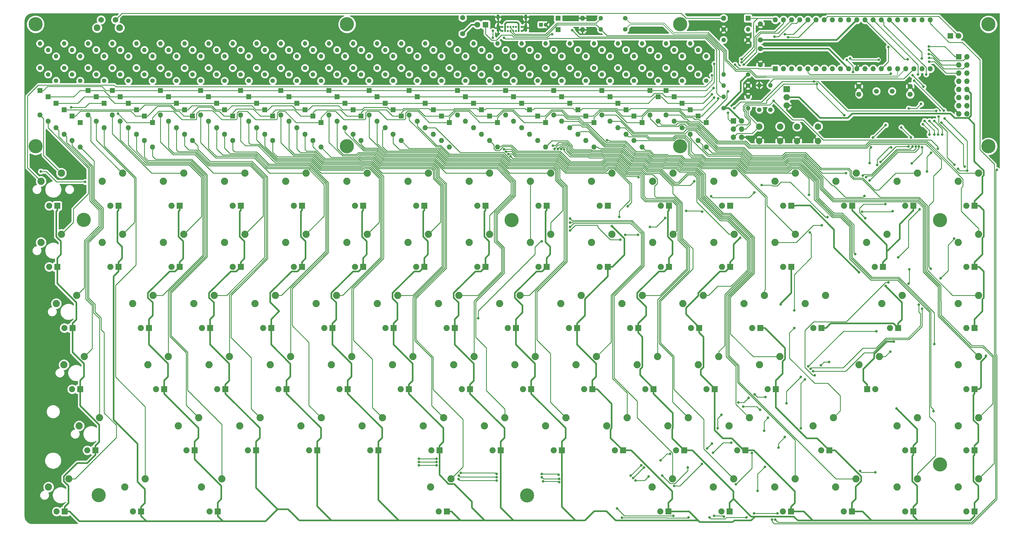
<source format=gtl>
G04 #@! TF.GenerationSoftware,KiCad,Pcbnew,(5.1.5)-3*
G04 #@! TF.CreationDate,2021-09-09T22:59:26-04:00*
G04 #@! TF.ProjectId,main_pcb,6d61696e-5f70-4636-922e-6b696361645f,0*
G04 #@! TF.SameCoordinates,Original*
G04 #@! TF.FileFunction,Copper,L1,Top*
G04 #@! TF.FilePolarity,Positive*
%FSLAX46Y46*%
G04 Gerber Fmt 4.6, Leading zero omitted, Abs format (unit mm)*
G04 Created by KiCad (PCBNEW (5.1.5)-3) date 2021-09-09 22:59:26*
%MOMM*%
%LPD*%
G04 APERTURE LIST*
%ADD10O,2.000000X1.905000*%
%ADD11R,2.000000X1.905000*%
%ADD12R,1.905000X1.905000*%
%ADD13C,1.905000*%
%ADD14C,2.250000*%
%ADD15R,1.700000X1.700000*%
%ADD16O,1.700000X1.700000*%
%ADD17O,1.600000X1.600000*%
%ADD18R,1.600000X1.600000*%
%ADD19C,4.400000*%
%ADD20C,0.650000*%
%ADD21O,0.900000X2.400000*%
%ADD22O,0.900000X1.700000*%
%ADD23C,1.500000*%
%ADD24C,2.100000*%
%ADD25C,1.750000*%
%ADD26C,2.000000*%
%ADD27C,1.400000*%
%ADD28O,1.400000X1.400000*%
%ADD29C,1.600000*%
%ADD30R,1.800000X1.800000*%
%ADD31C,1.800000*%
%ADD32C,1.200000*%
%ADD33R,1.200000X1.200000*%
%ADD34C,0.800000*%
%ADD35C,0.500000*%
%ADD36C,0.250000*%
%ADD37C,0.200000*%
%ADD38C,0.254000*%
G04 APERTURE END LIST*
D10*
X297500000Y-88480000D03*
X297500000Y-85940000D03*
D11*
X297500000Y-83400000D03*
D12*
X260770000Y-119730000D03*
D13*
X258230000Y-119730000D03*
D14*
X255690000Y-112110000D03*
X262040000Y-109570000D03*
D15*
X351020000Y-73325000D03*
D16*
X353560000Y-73325000D03*
X351020000Y-75865000D03*
X353560000Y-75865000D03*
X351020000Y-78405000D03*
X353560000Y-78405000D03*
X351020000Y-80945000D03*
X353560000Y-80945000D03*
X351020000Y-83485000D03*
X353560000Y-83485000D03*
X351020000Y-86025000D03*
X353560000Y-86025000D03*
X351020000Y-88565000D03*
X353560000Y-88565000D03*
X351020000Y-91105000D03*
X353560000Y-91105000D03*
D12*
X279820000Y-119730000D03*
D13*
X277280000Y-119730000D03*
D14*
X274740000Y-112110000D03*
X281090000Y-109570000D03*
D12*
X203620000Y-119730000D03*
D13*
X201080000Y-119730000D03*
D14*
X198540000Y-112110000D03*
X204890000Y-109570000D03*
D12*
X251220000Y-157830000D03*
D13*
X248680000Y-157830000D03*
D14*
X246140000Y-150210000D03*
X252490000Y-147670000D03*
D12*
X222670000Y-119730000D03*
D13*
X220130000Y-119730000D03*
D14*
X217590000Y-112110000D03*
X223940000Y-109570000D03*
D12*
X241720000Y-119730000D03*
D13*
X239180000Y-119730000D03*
D14*
X236640000Y-112110000D03*
X242990000Y-109570000D03*
D17*
X222400000Y-101420000D03*
D18*
X222400000Y-93800000D03*
D19*
X160500000Y-101200000D03*
D12*
X146470000Y-119730000D03*
D13*
X143930000Y-119730000D03*
D14*
X141390000Y-112110000D03*
X147740000Y-109570000D03*
D17*
X152400000Y-101420000D03*
D18*
X152400000Y-93800000D03*
D17*
X293900000Y-61810000D03*
X342160000Y-77050000D03*
X296440000Y-61810000D03*
X339620000Y-77050000D03*
X298980000Y-61810000D03*
X337080000Y-77050000D03*
X301520000Y-61810000D03*
X334540000Y-77050000D03*
X304060000Y-61810000D03*
X332000000Y-77050000D03*
X306600000Y-61810000D03*
X329460000Y-77050000D03*
X309140000Y-61810000D03*
X326920000Y-77050000D03*
X311680000Y-61810000D03*
X324380000Y-77050000D03*
X314220000Y-61810000D03*
X321840000Y-77050000D03*
X316760000Y-61810000D03*
X319300000Y-77050000D03*
X319300000Y-61810000D03*
X316760000Y-77050000D03*
X321840000Y-61810000D03*
X314220000Y-77050000D03*
X324380000Y-61810000D03*
X311680000Y-77050000D03*
X326920000Y-61810000D03*
X309140000Y-77050000D03*
X329460000Y-61810000D03*
X306600000Y-77050000D03*
X332000000Y-61810000D03*
X304060000Y-77050000D03*
X334540000Y-61810000D03*
X301520000Y-77050000D03*
X337080000Y-61810000D03*
X298980000Y-77050000D03*
X339620000Y-61810000D03*
X296440000Y-77050000D03*
X342160000Y-61810000D03*
D18*
X293900000Y-77050000D03*
D17*
X97400000Y-99420000D03*
D18*
X97400000Y-91800000D03*
D19*
X216600000Y-209992000D03*
X211800000Y-124192000D03*
X78500000Y-124100000D03*
X345200000Y-124192000D03*
X345200000Y-200292000D03*
X83200000Y-209892000D03*
X264300000Y-101200000D03*
X264300000Y-63200000D03*
X160500000Y-63200000D03*
D20*
X213175000Y-65300000D03*
X214875000Y-65300000D03*
X214025000Y-65300000D03*
X212325000Y-65300000D03*
X211475000Y-65300000D03*
X210625000Y-65300000D03*
X209775000Y-65300000D03*
X208925000Y-65300000D03*
X214875000Y-63975000D03*
X214020000Y-63975000D03*
X213170000Y-63975000D03*
X212320000Y-63975000D03*
X211470000Y-63975000D03*
X210620000Y-63975000D03*
X209770000Y-63975000D03*
X208920000Y-63975000D03*
D21*
X216225000Y-64320000D03*
X207575000Y-64320000D03*
D22*
X216225000Y-60940000D03*
X207575000Y-60940000D03*
D19*
X63500000Y-101200000D03*
X360300000Y-101200000D03*
X360300000Y-63200000D03*
X63500000Y-63200000D03*
D23*
X330280000Y-84050000D03*
X325400000Y-84050000D03*
D24*
X82650000Y-64290000D03*
D25*
X83900000Y-61800000D03*
X88400000Y-61800000D03*
D24*
X89660000Y-64290000D03*
D26*
X307200000Y-95050000D03*
X307200000Y-99550000D03*
X300700000Y-95050000D03*
X300700000Y-99550000D03*
X295400000Y-95050000D03*
X295400000Y-99550000D03*
X288900000Y-95050000D03*
X288900000Y-99550000D03*
D27*
X272400000Y-80800000D03*
D28*
X272400000Y-73180000D03*
D27*
X252400000Y-76800000D03*
D28*
X252400000Y-69180000D03*
D27*
X237400000Y-76800000D03*
D28*
X237400000Y-69180000D03*
D27*
X222400000Y-76800000D03*
D28*
X222400000Y-69180000D03*
D27*
X207400000Y-76800000D03*
D28*
X207400000Y-69180000D03*
D27*
X192400000Y-76800000D03*
D28*
X192400000Y-69180000D03*
D27*
X152400000Y-80800000D03*
D28*
X152400000Y-73180000D03*
D27*
X99900000Y-80800000D03*
D28*
X99900000Y-73180000D03*
D27*
X84900000Y-80800000D03*
D28*
X84900000Y-73180000D03*
D27*
X77400000Y-80800000D03*
D28*
X77400000Y-73180000D03*
D27*
X269900000Y-78800000D03*
D28*
X269900000Y-71180000D03*
D27*
X249900000Y-80800000D03*
D28*
X249900000Y-73180000D03*
D27*
X234900000Y-80800000D03*
D28*
X234900000Y-73180000D03*
D27*
X219900000Y-80800000D03*
D28*
X219900000Y-73180000D03*
D27*
X204900000Y-80800000D03*
D28*
X204900000Y-73180000D03*
D27*
X189900000Y-80800000D03*
D28*
X189900000Y-73180000D03*
D27*
X177400000Y-76800000D03*
D28*
X177400000Y-69180000D03*
D27*
X164900000Y-78800000D03*
D28*
X164900000Y-71180000D03*
D27*
X149900000Y-78800000D03*
D28*
X149900000Y-71180000D03*
D27*
X137400000Y-80800000D03*
D28*
X137400000Y-73180000D03*
D27*
X124900000Y-76800000D03*
D28*
X124900000Y-69180000D03*
D27*
X112400000Y-78800000D03*
D28*
X112400000Y-71180000D03*
D27*
X97400000Y-78800000D03*
D28*
X97400000Y-71180000D03*
D27*
X74900000Y-78800000D03*
D28*
X74900000Y-71180000D03*
D27*
X267400000Y-76800000D03*
D28*
X267400000Y-69180000D03*
D27*
X247400000Y-78800000D03*
D28*
X247400000Y-71180000D03*
D27*
X232400000Y-78800000D03*
D28*
X232400000Y-71180000D03*
D27*
X217400000Y-78800000D03*
D28*
X217400000Y-71180000D03*
D27*
X202400000Y-78800000D03*
D28*
X202400000Y-71180000D03*
D27*
X187400000Y-78800000D03*
D28*
X187400000Y-71180000D03*
D27*
X174900000Y-80800000D03*
D28*
X174900000Y-73180000D03*
D27*
X162400000Y-76800000D03*
D28*
X162400000Y-69180000D03*
D27*
X147400000Y-76800000D03*
D28*
X147400000Y-69180000D03*
D27*
X134900000Y-78800000D03*
D28*
X134900000Y-71180000D03*
D27*
X122400000Y-80800000D03*
D28*
X122400000Y-73180000D03*
D27*
X109900000Y-76800000D03*
D28*
X109900000Y-69180000D03*
D27*
X94900000Y-76800000D03*
D28*
X94900000Y-69180000D03*
D27*
X72400000Y-76800000D03*
D28*
X72400000Y-69180000D03*
D27*
X264900000Y-80800000D03*
D28*
X264900000Y-73180000D03*
D27*
X257400000Y-80800000D03*
D28*
X257400000Y-73180000D03*
D27*
X244900000Y-76800000D03*
D28*
X244900000Y-69180000D03*
D27*
X229900000Y-76800000D03*
D28*
X229900000Y-69180000D03*
D27*
X214900000Y-76800000D03*
D28*
X214900000Y-69180000D03*
D27*
X199900000Y-76800000D03*
D28*
X199900000Y-69180000D03*
D27*
X184900000Y-76800000D03*
D28*
X184900000Y-69180000D03*
D27*
X172400000Y-78800000D03*
D28*
X172400000Y-71180000D03*
D27*
X159900000Y-80800000D03*
D28*
X159900000Y-73180000D03*
D27*
X144900000Y-80800000D03*
D28*
X144900000Y-73180000D03*
D27*
X132400000Y-76800000D03*
D28*
X132400000Y-69180000D03*
D27*
X119900000Y-78800000D03*
D28*
X119900000Y-71180000D03*
D27*
X107400000Y-80800000D03*
D28*
X107400000Y-73180000D03*
D27*
X92400000Y-80800000D03*
D28*
X92400000Y-73180000D03*
D27*
X82400000Y-78800000D03*
D28*
X82400000Y-71180000D03*
D27*
X69900000Y-80800000D03*
D28*
X69900000Y-73180000D03*
D27*
X262400000Y-78800000D03*
D28*
X262400000Y-71180000D03*
D27*
X242400000Y-80800000D03*
D28*
X242400000Y-73180000D03*
D27*
X227400000Y-80800000D03*
D28*
X227400000Y-73180000D03*
D27*
X212400000Y-80800000D03*
D28*
X212400000Y-73180000D03*
D27*
X197400000Y-80800000D03*
D28*
X197400000Y-73180000D03*
D27*
X182400000Y-80800000D03*
D28*
X182400000Y-73180000D03*
D27*
X169900000Y-76800000D03*
D28*
X169900000Y-69180000D03*
D27*
X157400000Y-78800000D03*
D28*
X157400000Y-71180000D03*
D27*
X142400000Y-78800000D03*
D28*
X142400000Y-71180000D03*
D27*
X129900000Y-80800000D03*
D28*
X129900000Y-73180000D03*
D27*
X117400000Y-76800000D03*
D28*
X117400000Y-69180000D03*
D27*
X104900000Y-78800000D03*
D28*
X104900000Y-71180000D03*
D27*
X89900000Y-78800000D03*
D28*
X89900000Y-71180000D03*
D27*
X79900000Y-76800000D03*
D28*
X79900000Y-69180000D03*
D27*
X67400000Y-78800000D03*
D28*
X67400000Y-71180000D03*
D27*
X259900000Y-76800000D03*
D28*
X259900000Y-69180000D03*
D27*
X254900000Y-78800000D03*
D28*
X254900000Y-71180000D03*
D27*
X239900000Y-78800000D03*
D28*
X239900000Y-71180000D03*
D27*
X224900000Y-78800000D03*
D28*
X224900000Y-71180000D03*
D27*
X209900000Y-78800000D03*
D28*
X209900000Y-71180000D03*
D27*
X194900000Y-78800000D03*
D28*
X194900000Y-71180000D03*
D27*
X179900000Y-78800000D03*
D28*
X179900000Y-71180000D03*
D27*
X167400000Y-80800000D03*
D28*
X167400000Y-73180000D03*
D27*
X154900000Y-76800000D03*
D28*
X154900000Y-69180000D03*
D27*
X139900000Y-76800000D03*
D28*
X139900000Y-69180000D03*
D27*
X127400000Y-78800000D03*
D28*
X127400000Y-71180000D03*
D27*
X114900000Y-80800000D03*
D28*
X114900000Y-73180000D03*
D27*
X102400000Y-76800000D03*
D28*
X102400000Y-69180000D03*
D27*
X87400000Y-76800000D03*
D28*
X87400000Y-69180000D03*
D27*
X64900000Y-76800000D03*
D28*
X64900000Y-69180000D03*
X285400000Y-89300000D03*
D27*
X277780000Y-89300000D03*
D28*
X277780000Y-68050000D03*
D27*
X285400000Y-68050000D03*
D28*
X239580000Y-61300000D03*
D27*
X247200000Y-61300000D03*
D28*
X239580000Y-64800000D03*
D27*
X247200000Y-64800000D03*
D28*
X285400000Y-64800000D03*
D27*
X277780000Y-64800000D03*
D28*
X277780000Y-85800000D03*
D27*
X285400000Y-85800000D03*
D28*
X277780000Y-78800000D03*
D27*
X285400000Y-78800000D03*
D28*
X277780000Y-82300000D03*
D27*
X285400000Y-82300000D03*
X288900000Y-89800000D03*
D28*
X288900000Y-82180000D03*
X292400000Y-82230000D03*
D27*
X292400000Y-89850000D03*
D12*
X355970000Y-214980000D03*
D13*
X353430000Y-214980000D03*
D14*
X350890000Y-207360000D03*
X357240000Y-204820000D03*
D12*
X336920000Y-214980000D03*
D13*
X334380000Y-214980000D03*
D14*
X331840000Y-207360000D03*
X338190000Y-204820000D03*
D12*
X317820000Y-214980000D03*
D13*
X315280000Y-214980000D03*
D14*
X312740000Y-207360000D03*
X319090000Y-204820000D03*
D12*
X298820000Y-214980000D03*
D13*
X296280000Y-214980000D03*
D14*
X293740000Y-207360000D03*
X300090000Y-204820000D03*
D12*
X279720000Y-214980000D03*
D13*
X277180000Y-214980000D03*
D14*
X274640000Y-207360000D03*
X280990000Y-204820000D03*
D12*
X260670000Y-214980000D03*
D13*
X258130000Y-214980000D03*
D14*
X255590000Y-207360000D03*
X261940000Y-204820000D03*
D12*
X191620000Y-214980000D03*
D13*
X189080000Y-214980000D03*
D14*
X186540000Y-207360000D03*
X192890000Y-204820000D03*
D12*
X120220000Y-214980000D03*
D13*
X117680000Y-214980000D03*
D14*
X115140000Y-207360000D03*
X121490000Y-204820000D03*
D12*
X96420000Y-214980000D03*
D13*
X93880000Y-214980000D03*
D14*
X91340000Y-207360000D03*
X97690000Y-204820000D03*
D12*
X72620000Y-214980000D03*
D13*
X70080000Y-214980000D03*
D14*
X67540000Y-207360000D03*
X73890000Y-204820000D03*
D12*
X355970000Y-195930000D03*
D13*
X353430000Y-195930000D03*
D14*
X350890000Y-188310000D03*
X357240000Y-185770000D03*
D12*
X336920000Y-195930000D03*
D13*
X334380000Y-195930000D03*
D14*
X331840000Y-188310000D03*
X338190000Y-185770000D03*
D12*
X310720000Y-195930000D03*
D13*
X308180000Y-195930000D03*
D14*
X305640000Y-188310000D03*
X311990000Y-185770000D03*
D12*
X284570000Y-195930000D03*
D13*
X282030000Y-195930000D03*
D14*
X279490000Y-188310000D03*
X285840000Y-185770000D03*
D12*
X265520000Y-195930000D03*
D13*
X262980000Y-195930000D03*
D14*
X260440000Y-188310000D03*
X266790000Y-185770000D03*
D12*
X246470000Y-195930000D03*
D13*
X243930000Y-195930000D03*
D14*
X241390000Y-188310000D03*
X247740000Y-185770000D03*
D12*
X227420000Y-195930000D03*
D13*
X224880000Y-195930000D03*
D14*
X222340000Y-188310000D03*
X228690000Y-185770000D03*
D12*
X208370000Y-195930000D03*
D13*
X205830000Y-195930000D03*
D14*
X203290000Y-188310000D03*
X209640000Y-185770000D03*
D12*
X189320000Y-195930000D03*
D13*
X186780000Y-195930000D03*
D14*
X184240000Y-188310000D03*
X190590000Y-185770000D03*
D12*
X170270000Y-195930000D03*
D13*
X167730000Y-195930000D03*
D14*
X165190000Y-188310000D03*
X171540000Y-185770000D03*
D12*
X151220000Y-195930000D03*
D13*
X148680000Y-195930000D03*
D14*
X146140000Y-188310000D03*
X152490000Y-185770000D03*
D12*
X132170000Y-195930000D03*
D13*
X129630000Y-195930000D03*
D14*
X127090000Y-188310000D03*
X133440000Y-185770000D03*
D12*
X113070000Y-195930000D03*
D13*
X110530000Y-195930000D03*
D14*
X107990000Y-188310000D03*
X114340000Y-185770000D03*
D12*
X82170000Y-195930000D03*
D13*
X79630000Y-195930000D03*
D14*
X77090000Y-188310000D03*
X83440000Y-185770000D03*
D12*
X355970000Y-176880000D03*
D13*
X353430000Y-176880000D03*
D14*
X350890000Y-169260000D03*
X357240000Y-166720000D03*
D12*
X322530000Y-176880000D03*
D13*
X325070000Y-176880000D03*
D14*
X319990000Y-169260000D03*
X326340000Y-166720000D03*
D12*
X294120000Y-176880000D03*
D13*
X291580000Y-176880000D03*
D14*
X289040000Y-169260000D03*
X295390000Y-166720000D03*
D12*
X275070000Y-176880000D03*
D13*
X272530000Y-176880000D03*
D14*
X269990000Y-169260000D03*
X276340000Y-166720000D03*
D12*
X256020000Y-176880000D03*
D13*
X253480000Y-176880000D03*
D14*
X250940000Y-169260000D03*
X257290000Y-166720000D03*
D12*
X236970000Y-176880000D03*
D13*
X234430000Y-176880000D03*
D14*
X231890000Y-169260000D03*
X238240000Y-166720000D03*
D12*
X217920000Y-176880000D03*
D13*
X215380000Y-176880000D03*
D14*
X212840000Y-169260000D03*
X219190000Y-166720000D03*
D12*
X198870000Y-176880000D03*
D13*
X196330000Y-176880000D03*
D14*
X193790000Y-169260000D03*
X200140000Y-166720000D03*
D12*
X179820000Y-176880000D03*
D13*
X177280000Y-176880000D03*
D14*
X174740000Y-169260000D03*
X181090000Y-166720000D03*
D12*
X160770000Y-176880000D03*
D13*
X158230000Y-176880000D03*
D14*
X155690000Y-169260000D03*
X162040000Y-166720000D03*
D12*
X141720000Y-176880000D03*
D13*
X139180000Y-176880000D03*
D14*
X136640000Y-169260000D03*
X142990000Y-166720000D03*
D12*
X122670000Y-176880000D03*
D13*
X120130000Y-176880000D03*
D14*
X117590000Y-169260000D03*
X123940000Y-166720000D03*
D12*
X103620000Y-176880000D03*
D13*
X101080000Y-176880000D03*
D14*
X98540000Y-169260000D03*
X104890000Y-166720000D03*
D12*
X77420000Y-176880000D03*
D13*
X74880000Y-176880000D03*
D14*
X72340000Y-169260000D03*
X78690000Y-166720000D03*
D12*
X355970000Y-157830000D03*
D13*
X353430000Y-157830000D03*
D14*
X350890000Y-150210000D03*
X357240000Y-147670000D03*
D12*
X332170000Y-157830000D03*
D13*
X329630000Y-157830000D03*
D14*
X327090000Y-150210000D03*
X333440000Y-147670000D03*
D12*
X308320000Y-157830000D03*
D13*
X305780000Y-157830000D03*
D14*
X303240000Y-150210000D03*
X309590000Y-147670000D03*
D12*
X289270000Y-157830000D03*
D13*
X286730000Y-157830000D03*
D14*
X284190000Y-150210000D03*
X290540000Y-147670000D03*
D12*
X270220000Y-157830000D03*
D13*
X267680000Y-157830000D03*
D14*
X265140000Y-150210000D03*
X271490000Y-147670000D03*
D12*
X232170000Y-157830000D03*
D13*
X229630000Y-157830000D03*
D14*
X227090000Y-150210000D03*
X233440000Y-147670000D03*
D12*
X213120000Y-157830000D03*
D13*
X210580000Y-157830000D03*
D14*
X208040000Y-150210000D03*
X214390000Y-147670000D03*
D12*
X194070000Y-157830000D03*
D13*
X191530000Y-157830000D03*
D14*
X188990000Y-150210000D03*
X195340000Y-147670000D03*
D12*
X175020000Y-157830000D03*
D13*
X172480000Y-157830000D03*
D14*
X169940000Y-150210000D03*
X176290000Y-147670000D03*
D12*
X155970000Y-157830000D03*
D13*
X153430000Y-157830000D03*
D14*
X150890000Y-150210000D03*
X157240000Y-147670000D03*
D12*
X136920000Y-157830000D03*
D13*
X134380000Y-157830000D03*
D14*
X131840000Y-150210000D03*
X138190000Y-147670000D03*
D12*
X117870000Y-157830000D03*
D13*
X115330000Y-157830000D03*
D14*
X112790000Y-150210000D03*
X119140000Y-147670000D03*
D12*
X98820000Y-157830000D03*
D13*
X96280000Y-157830000D03*
D14*
X93740000Y-150210000D03*
X100090000Y-147670000D03*
D12*
X89320000Y-138780000D03*
D13*
X86780000Y-138780000D03*
D14*
X84240000Y-131160000D03*
X90590000Y-128620000D03*
D12*
X75020000Y-157830000D03*
D13*
X72480000Y-157830000D03*
D14*
X69940000Y-150210000D03*
X76290000Y-147670000D03*
D12*
X355970000Y-138780000D03*
D13*
X353430000Y-138780000D03*
D14*
X350890000Y-131160000D03*
X357240000Y-128620000D03*
D12*
X327420000Y-138780000D03*
D13*
X324880000Y-138780000D03*
D14*
X322340000Y-131160000D03*
X328690000Y-128620000D03*
D12*
X298870000Y-138780000D03*
D13*
X296330000Y-138780000D03*
D14*
X293790000Y-131160000D03*
X300140000Y-128620000D03*
D12*
X279820000Y-138780000D03*
D13*
X277280000Y-138780000D03*
D14*
X274740000Y-131160000D03*
X281090000Y-128620000D03*
D12*
X260770000Y-138780000D03*
D13*
X258230000Y-138780000D03*
D14*
X255690000Y-131160000D03*
X262040000Y-128620000D03*
D12*
X241720000Y-138780000D03*
D13*
X239180000Y-138780000D03*
D14*
X236640000Y-131160000D03*
X242990000Y-128620000D03*
D12*
X222670000Y-138780000D03*
D13*
X220130000Y-138780000D03*
D14*
X217590000Y-131160000D03*
X223940000Y-128620000D03*
D12*
X203620000Y-138780000D03*
D13*
X201080000Y-138780000D03*
D14*
X198540000Y-131160000D03*
X204890000Y-128620000D03*
D12*
X184570000Y-138780000D03*
D13*
X182030000Y-138780000D03*
D14*
X179490000Y-131160000D03*
X185840000Y-128620000D03*
D12*
X165520000Y-138780000D03*
D13*
X162980000Y-138780000D03*
D14*
X160440000Y-131160000D03*
X166790000Y-128620000D03*
D12*
X146470000Y-138780000D03*
D13*
X143930000Y-138780000D03*
D14*
X141390000Y-131160000D03*
X147740000Y-128620000D03*
D12*
X127420000Y-138780000D03*
D13*
X124880000Y-138780000D03*
D14*
X122340000Y-131160000D03*
X128690000Y-128620000D03*
D12*
X108370000Y-138780000D03*
D13*
X105830000Y-138780000D03*
D14*
X103290000Y-131160000D03*
X109640000Y-128620000D03*
D12*
X89320000Y-119730000D03*
D13*
X86780000Y-119730000D03*
D14*
X84240000Y-112110000D03*
X90590000Y-109570000D03*
D12*
X70270000Y-138780000D03*
D13*
X67730000Y-138780000D03*
D14*
X65190000Y-131160000D03*
X71540000Y-128620000D03*
D12*
X355970000Y-119730000D03*
D13*
X353430000Y-119730000D03*
D14*
X350890000Y-112110000D03*
X357240000Y-109570000D03*
D12*
X336920000Y-119730000D03*
D13*
X334380000Y-119730000D03*
D14*
X331840000Y-112110000D03*
X338190000Y-109570000D03*
D12*
X317870000Y-119730000D03*
D13*
X315330000Y-119730000D03*
D14*
X312790000Y-112110000D03*
X319140000Y-109570000D03*
D12*
X298870000Y-119730000D03*
D13*
X296330000Y-119730000D03*
D14*
X293790000Y-112110000D03*
X300140000Y-109570000D03*
D12*
X184570000Y-119730000D03*
D13*
X182030000Y-119730000D03*
D14*
X179490000Y-112110000D03*
X185840000Y-109570000D03*
D12*
X165520000Y-119730000D03*
D13*
X162980000Y-119730000D03*
D14*
X160440000Y-112110000D03*
X166790000Y-109570000D03*
D12*
X127420000Y-119730000D03*
D13*
X124880000Y-119730000D03*
D14*
X122340000Y-112110000D03*
X128690000Y-109570000D03*
D12*
X108370000Y-119730000D03*
D13*
X105830000Y-119730000D03*
D14*
X103290000Y-112110000D03*
X109640000Y-109570000D03*
D12*
X70270000Y-119730000D03*
D13*
X67730000Y-119730000D03*
D14*
X65190000Y-112110000D03*
X71540000Y-109570000D03*
D16*
X283440000Y-98380000D03*
X280900000Y-98380000D03*
X283440000Y-95840000D03*
X280900000Y-95840000D03*
X283440000Y-93300000D03*
D15*
X280900000Y-93300000D03*
D29*
X196500000Y-61150000D03*
X196500000Y-66150000D03*
D17*
X272400000Y-101420000D03*
D18*
X272400000Y-93800000D03*
D17*
X252400000Y-101420000D03*
D18*
X252400000Y-93800000D03*
D17*
X237400000Y-101420000D03*
D18*
X237400000Y-93800000D03*
D17*
X207400000Y-101420000D03*
D18*
X207400000Y-93800000D03*
D17*
X192400000Y-101420000D03*
D18*
X192400000Y-93800000D03*
D17*
X99900000Y-101420000D03*
D18*
X99900000Y-93800000D03*
D17*
X84900000Y-95420000D03*
D18*
X84900000Y-87800000D03*
D17*
X77400000Y-101420000D03*
D18*
X77400000Y-93800000D03*
X269900000Y-91800000D03*
D17*
X269900000Y-99420000D03*
X249900000Y-99420000D03*
D18*
X249900000Y-91800000D03*
D17*
X234900000Y-99420000D03*
D18*
X234900000Y-91800000D03*
D17*
X219900000Y-99420000D03*
D18*
X219900000Y-91800000D03*
D17*
X204900000Y-99420000D03*
D18*
X204900000Y-91800000D03*
D17*
X189900000Y-99420000D03*
D18*
X189900000Y-91800000D03*
D17*
X177400000Y-99420000D03*
D18*
X177400000Y-91800000D03*
D17*
X164900000Y-99420000D03*
D18*
X164900000Y-91800000D03*
D17*
X149900000Y-99420000D03*
D18*
X149900000Y-91800000D03*
D17*
X137400000Y-99420000D03*
D18*
X137400000Y-91800000D03*
D17*
X124900000Y-99420000D03*
D18*
X124900000Y-91800000D03*
D17*
X112400000Y-99420000D03*
D18*
X112400000Y-91800000D03*
D17*
X74900000Y-99420000D03*
D18*
X74900000Y-91800000D03*
X267400000Y-89800000D03*
D17*
X267400000Y-97420000D03*
X247400000Y-97420000D03*
D18*
X247400000Y-89800000D03*
D17*
X232400000Y-97420000D03*
D18*
X232400000Y-89800000D03*
D17*
X217400000Y-97420000D03*
D18*
X217400000Y-89800000D03*
D17*
X202400000Y-97420000D03*
D18*
X202400000Y-89800000D03*
D17*
X187400000Y-97420000D03*
D18*
X187400000Y-89800000D03*
D17*
X174900000Y-97420000D03*
D18*
X174900000Y-89800000D03*
D17*
X162400000Y-97420000D03*
D18*
X162400000Y-89800000D03*
D17*
X147400000Y-97420000D03*
D18*
X147400000Y-89800000D03*
D17*
X134900000Y-97420000D03*
D18*
X134900000Y-89800000D03*
D17*
X122400000Y-97420000D03*
D18*
X122400000Y-89800000D03*
D17*
X109900000Y-97420000D03*
D18*
X109900000Y-89800000D03*
D17*
X94900000Y-97420000D03*
D18*
X94900000Y-89800000D03*
D17*
X72400000Y-97420000D03*
D18*
X72400000Y-89800000D03*
D17*
X264900000Y-95420000D03*
D18*
X264900000Y-87800000D03*
D17*
X257400000Y-93420000D03*
D18*
X257400000Y-85800000D03*
D17*
X244900000Y-95420000D03*
D18*
X244900000Y-87800000D03*
D17*
X229900000Y-95420000D03*
D18*
X229900000Y-87800000D03*
D17*
X214900000Y-95420000D03*
D18*
X214900000Y-87800000D03*
D17*
X199900000Y-95420000D03*
D18*
X199900000Y-87800000D03*
D17*
X184900000Y-95420000D03*
D18*
X184900000Y-87800000D03*
D17*
X172400000Y-95420000D03*
D18*
X172400000Y-87800000D03*
D17*
X159900000Y-95420000D03*
D18*
X159900000Y-87800000D03*
D17*
X144900000Y-95420000D03*
D18*
X144900000Y-87800000D03*
D17*
X132400000Y-95420000D03*
D18*
X132400000Y-87800000D03*
D17*
X119900000Y-95420000D03*
D18*
X119900000Y-87800000D03*
D17*
X107400000Y-95420000D03*
D18*
X107400000Y-87800000D03*
D17*
X92400000Y-95420000D03*
D18*
X92400000Y-87800000D03*
D17*
X82400000Y-93420000D03*
D18*
X82400000Y-85800000D03*
D17*
X69900000Y-95420000D03*
D18*
X69900000Y-87800000D03*
D17*
X262400000Y-93420000D03*
D18*
X262400000Y-85800000D03*
D17*
X242400000Y-93420000D03*
D18*
X242400000Y-85800000D03*
D17*
X227400000Y-93420000D03*
D18*
X227400000Y-85800000D03*
D17*
X212400000Y-93420000D03*
D18*
X212400000Y-85800000D03*
D17*
X197400000Y-93420000D03*
D18*
X197400000Y-85800000D03*
D17*
X182400000Y-93420000D03*
D18*
X182400000Y-85800000D03*
D17*
X169900000Y-93420000D03*
D18*
X169900000Y-85800000D03*
D17*
X157400000Y-93420000D03*
D18*
X157400000Y-85800000D03*
D17*
X142400000Y-93420000D03*
D18*
X142400000Y-85800000D03*
D17*
X129900000Y-93420000D03*
D18*
X129900000Y-85800000D03*
D17*
X117400000Y-93420000D03*
D18*
X117400000Y-85800000D03*
D17*
X104900000Y-93420000D03*
D18*
X104900000Y-85800000D03*
D17*
X89900000Y-93420000D03*
D18*
X89900000Y-85800000D03*
D17*
X79900000Y-91420000D03*
D18*
X79900000Y-83800000D03*
D17*
X67400000Y-93420000D03*
D18*
X67400000Y-85800000D03*
D17*
X259900000Y-91420000D03*
D18*
X259900000Y-83800000D03*
D17*
X254900000Y-91420000D03*
D18*
X254900000Y-83800000D03*
D17*
X239900000Y-91420000D03*
D18*
X239900000Y-83800000D03*
D17*
X224900000Y-91420000D03*
D18*
X224900000Y-83800000D03*
D17*
X209900000Y-91420000D03*
D18*
X209900000Y-83800000D03*
D17*
X194900000Y-91420000D03*
D18*
X194900000Y-83800000D03*
D17*
X179900000Y-91420000D03*
D18*
X179900000Y-83800000D03*
D17*
X167400000Y-91420000D03*
D18*
X167400000Y-83800000D03*
D17*
X154900000Y-91420000D03*
D18*
X154900000Y-83800000D03*
D17*
X139900000Y-91420000D03*
D18*
X139900000Y-83800000D03*
D17*
X127400000Y-91420000D03*
D18*
X127400000Y-83800000D03*
D17*
X114900000Y-91420000D03*
D18*
X114900000Y-83800000D03*
D17*
X102400000Y-91420000D03*
D18*
X102400000Y-83800000D03*
D17*
X87400000Y-91420000D03*
D18*
X87400000Y-83800000D03*
D17*
X64900000Y-91420000D03*
D18*
X64900000Y-83800000D03*
D17*
X277780000Y-61300000D03*
D18*
X285400000Y-61300000D03*
D30*
X203690000Y-63300000D03*
D31*
X201150000Y-63300000D03*
D17*
X233870000Y-64900000D03*
D18*
X226250000Y-64900000D03*
D17*
X233870000Y-61300000D03*
D18*
X226250000Y-61300000D03*
D31*
X350940000Y-66800000D03*
D30*
X348400000Y-66800000D03*
D29*
X319900000Y-82550000D03*
X319900000Y-85050000D03*
X335900000Y-82550000D03*
X335900000Y-85050000D03*
X289250000Y-75800000D03*
X289250000Y-70800000D03*
X289250000Y-63050000D03*
X289250000Y-68050000D03*
D32*
X222400000Y-63300000D03*
D33*
X220900000Y-63300000D03*
D34*
X320500000Y-68800000D03*
X320500000Y-64800000D03*
X301100000Y-91600000D03*
X298500000Y-94200000D03*
X323500000Y-92400000D03*
X323100000Y-89000000D03*
X299900000Y-72200000D03*
X299900000Y-69400000D03*
X291700000Y-69400000D03*
X289100000Y-73200000D03*
X306300000Y-69400000D03*
X345500000Y-78400000D03*
X252650000Y-65050000D03*
X255650000Y-65050000D03*
X274650000Y-71300000D03*
X279650000Y-71300000D03*
X224400000Y-66300000D03*
X274900000Y-75550000D03*
X283400000Y-74050000D03*
X341800000Y-74850000D03*
X251300000Y-110824990D03*
X211431272Y-104305459D03*
X268700000Y-112100000D03*
X228152152Y-102116318D03*
X315900000Y-109550000D03*
X283400000Y-75050000D03*
X274650000Y-83050000D03*
X341800000Y-73650000D03*
X245300000Y-123200000D03*
X210724164Y-103598351D03*
X227154238Y-102051738D03*
X321650000Y-116650000D03*
X274150000Y-85050000D03*
X284061586Y-75799871D03*
X341750000Y-72450000D03*
X247925000Y-119900000D03*
X210026094Y-102882320D03*
X226150003Y-101994887D03*
X318800000Y-134800000D03*
X342350000Y-139400000D03*
X293650000Y-67050000D03*
X274900000Y-86050000D03*
X341750000Y-71150000D03*
X230000000Y-126300000D03*
X209430899Y-102078736D03*
X225150000Y-101994887D03*
X329700000Y-165150000D03*
X343450000Y-162850000D03*
X296900000Y-66300000D03*
X276150000Y-86300000D03*
X341750000Y-70100000D03*
X230000000Y-125000000D03*
X224650000Y-101050000D03*
X304649847Y-128024847D03*
X304400000Y-116300000D03*
X299800000Y-152300000D03*
X299800000Y-157800000D03*
X241512653Y-99287347D03*
X343200000Y-183750000D03*
X297900000Y-67200000D03*
X279150000Y-84050000D03*
X74650000Y-89075000D03*
X89150000Y-91050000D03*
X230000000Y-123700000D03*
X344534451Y-101916125D03*
X342400000Y-103224954D03*
X341150000Y-109050000D03*
X338900000Y-120800000D03*
X332175000Y-135800000D03*
X329150000Y-143625000D03*
X306150000Y-172550000D03*
X291650000Y-185800000D03*
X290400000Y-189800000D03*
X286650000Y-196800000D03*
X281650000Y-206550000D03*
X261165000Y-197050000D03*
X258150000Y-199050000D03*
X252150000Y-200550000D03*
X248891996Y-203808004D03*
X226400000Y-203550000D03*
X221150000Y-203300000D03*
X207150000Y-203300000D03*
X195925000Y-202993526D03*
X188400000Y-198550000D03*
X182900000Y-198550000D03*
X293400000Y-87050000D03*
X320900000Y-121550000D03*
X330011038Y-101524882D03*
X289650000Y-113300000D03*
X310150000Y-123300000D03*
X330500000Y-121400000D03*
X325650000Y-107050000D03*
X315400000Y-91550000D03*
X287425037Y-115550000D03*
X273900000Y-116800000D03*
X271150000Y-121550000D03*
X266150000Y-121300000D03*
X259614999Y-123550000D03*
X254900000Y-126300000D03*
X251175038Y-128800000D03*
X247150000Y-128800000D03*
X245650000Y-130300000D03*
X229989346Y-127389346D03*
X221150000Y-130800000D03*
X201400000Y-154800000D03*
X306900000Y-81800000D03*
X344010001Y-90200000D03*
X344787653Y-91912347D03*
X349694063Y-106925000D03*
X339650000Y-151800000D03*
X305650000Y-171300000D03*
X303150000Y-173800000D03*
X301900000Y-189050000D03*
X296900000Y-191800000D03*
X294900000Y-195050000D03*
X290650000Y-201050000D03*
X288400000Y-208550000D03*
X277892302Y-216557698D03*
X274900000Y-216300000D03*
X262150000Y-216300000D03*
X244650000Y-214050000D03*
X305900000Y-81050000D03*
X281150000Y-89300000D03*
X279150000Y-90800000D03*
X209400000Y-67375011D03*
X205900000Y-67375011D03*
X205900000Y-65225001D03*
X230650000Y-65050000D03*
X328250000Y-144700000D03*
X319950000Y-140500000D03*
X295612653Y-150487347D03*
X330800000Y-162100000D03*
X331700000Y-182900000D03*
X359500000Y-166500000D03*
X283000000Y-129700000D03*
X243000000Y-126100000D03*
X281400000Y-75800000D03*
X274150000Y-79050000D03*
X287300000Y-215600000D03*
X294625000Y-215600000D03*
X320300000Y-202400000D03*
X325100000Y-202800000D03*
X308100000Y-169400000D03*
X310700000Y-168400000D03*
X321900000Y-123600000D03*
X328194989Y-119177499D03*
X323300000Y-106400000D03*
X323700000Y-101524882D03*
X324300000Y-98474973D03*
X328300000Y-94575000D03*
X335500000Y-89400000D03*
X339300000Y-88000000D03*
X340037653Y-82662347D03*
X336650000Y-79050000D03*
X326150000Y-74300000D03*
X317150000Y-73800000D03*
X284900000Y-216800000D03*
X273400000Y-216800000D03*
X266900000Y-216800000D03*
X246150000Y-216950000D03*
X254412653Y-204037347D03*
X266650000Y-201300000D03*
X258650000Y-203800000D03*
X272650000Y-195300000D03*
X274150000Y-193800000D03*
X275920000Y-189050000D03*
X277150000Y-184800000D03*
X282400000Y-181050000D03*
X285650000Y-179550000D03*
X287480858Y-178469142D03*
X290900000Y-179300000D03*
X304150000Y-169800000D03*
X325400000Y-158800000D03*
X335424063Y-144025937D03*
X335650000Y-139550000D03*
X326650000Y-106124945D03*
X335400000Y-101300000D03*
X336150000Y-98474973D03*
X333150000Y-95300000D03*
X318150000Y-78050000D03*
X316150000Y-74300000D03*
X250391996Y-205308004D03*
X226570000Y-205800000D03*
X221615000Y-205550000D03*
X207150000Y-205300006D03*
X195262347Y-204912347D03*
X188400000Y-200550000D03*
X182900000Y-200550000D03*
X349604728Y-130009475D03*
X350771001Y-108179518D03*
X353650000Y-108800000D03*
X346650000Y-92550000D03*
X346400000Y-90050000D03*
X337150000Y-80800000D03*
X329900000Y-78550000D03*
X345400000Y-142300000D03*
X338637347Y-150562653D03*
X304900000Y-170550000D03*
X301900000Y-173050000D03*
X297400000Y-181300000D03*
X289150000Y-183300000D03*
X283900000Y-182300000D03*
X280215000Y-193550000D03*
X274537347Y-196662653D03*
X271082446Y-200117554D03*
X262400000Y-207050000D03*
X252982052Y-201275000D03*
X249641996Y-204558004D03*
X226570000Y-204800000D03*
X221150000Y-204300000D03*
X207150000Y-204300003D03*
X195379433Y-203831595D03*
X188400000Y-199550000D03*
X182900000Y-199550000D03*
X329150000Y-70300000D03*
X321150000Y-110325000D03*
X336650000Y-101300000D03*
X341900000Y-97550000D03*
X339900000Y-94300000D03*
X292900000Y-217550001D03*
X362875000Y-108550000D03*
X293900000Y-217550000D03*
X335150000Y-74125010D03*
X340400000Y-93300000D03*
X343400000Y-97550000D03*
X337650000Y-101300000D03*
X322150000Y-110800000D03*
X308400000Y-125800000D03*
X338400000Y-78800000D03*
X341900000Y-93300000D03*
X344650000Y-97550000D03*
X338650000Y-101300000D03*
X323299842Y-111825148D03*
X340900000Y-78800000D03*
X343400000Y-93300000D03*
X345900000Y-97550000D03*
X339650000Y-101550000D03*
X336400000Y-106550000D03*
X339546410Y-73800000D03*
X345650000Y-93800000D03*
X352900000Y-107550000D03*
X78900000Y-112300000D03*
X65150000Y-109050000D03*
D35*
X319900000Y-82550000D02*
X318649999Y-83800001D01*
X318649999Y-83800001D02*
X318649999Y-85650001D01*
X318649999Y-85650001D02*
X321999998Y-89000000D01*
X321999998Y-89000000D02*
X322534315Y-89000000D01*
X322534315Y-89000000D02*
X323100000Y-89000000D01*
X320500000Y-64800000D02*
X320500000Y-68800000D01*
X306300000Y-69400000D02*
X299900000Y-69400000D01*
X299900000Y-69400000D02*
X291700000Y-69400000D01*
X327000001Y-73900001D02*
X325700000Y-72600000D01*
X326308002Y-75400000D02*
X327000001Y-74708001D01*
X320950000Y-75400000D02*
X326308002Y-75400000D01*
X327000001Y-74708001D02*
X327000001Y-73900001D01*
X319300000Y-77050000D02*
X320950000Y-75400000D01*
X345500000Y-85585000D02*
X345500000Y-78400000D01*
X351020000Y-91105000D02*
X345500000Y-85585000D01*
X208925000Y-65300000D02*
X208555000Y-65300000D01*
X208555000Y-65300000D02*
X207575000Y-64320000D01*
X208920000Y-63975000D02*
X207920000Y-63975000D01*
X207920000Y-63975000D02*
X207575000Y-64320000D01*
D36*
X288780000Y-82300000D02*
X288900000Y-82180000D01*
X252650000Y-65050000D02*
X255650000Y-65050000D01*
D35*
X215245000Y-65300000D02*
X216225000Y-64320000D01*
X214875000Y-65300000D02*
X215245000Y-65300000D01*
X215880000Y-63975000D02*
X216225000Y-64320000D01*
X214875000Y-63975000D02*
X215880000Y-63975000D01*
X289250000Y-70800000D02*
X310510000Y-70800000D01*
X283150000Y-84050000D02*
X283150000Y-81050000D01*
X283150000Y-81050000D02*
X285400000Y-78800000D01*
X277780000Y-89420000D02*
X283150000Y-84050000D01*
X277780000Y-89300000D02*
X277780000Y-89420000D01*
X277780000Y-89300000D02*
X279440000Y-89300000D01*
X279440000Y-89300000D02*
X283440000Y-93300000D01*
X319300000Y-61810000D02*
X313060000Y-68050000D01*
X313060000Y-68050000D02*
X289250000Y-68050000D01*
X310510000Y-70800000D02*
X316760000Y-77050000D01*
X199350000Y-63300000D02*
X196500000Y-66150000D01*
X201150000Y-63300000D02*
X199350000Y-63300000D01*
D36*
X309140000Y-61810000D02*
X310265001Y-60684999D01*
X310265001Y-60684999D02*
X328919999Y-60684999D01*
X328919999Y-60684999D02*
X344824999Y-60684999D01*
X344824999Y-60684999D02*
X350040001Y-65900001D01*
X350040001Y-65900001D02*
X350940000Y-66800000D01*
X222400000Y-66300000D02*
X225900000Y-62800000D01*
X212865381Y-66300000D02*
X222400000Y-66300000D01*
X225900000Y-62800000D02*
X238080000Y-62800000D01*
X212325000Y-65759619D02*
X212865381Y-66300000D01*
X212325000Y-65300000D02*
X212325000Y-65759619D01*
X238080000Y-62800000D02*
X239580000Y-61300000D01*
X211470000Y-63975000D02*
X211470000Y-64332998D01*
X211470000Y-64332998D02*
X212325000Y-65187998D01*
X212325000Y-65187998D02*
X212325000Y-65300000D01*
X272630756Y-66700010D02*
X241480010Y-66700010D01*
X241480010Y-66700010D02*
X239580000Y-64800000D01*
X277780000Y-71849254D02*
X272630756Y-66700010D01*
X277780000Y-78800000D02*
X277780000Y-71849254D01*
X226036410Y-63300000D02*
X238080000Y-63300000D01*
X211475000Y-65300000D02*
X211475000Y-65546029D01*
X212678981Y-66750010D02*
X222586401Y-66750009D01*
X222586401Y-66750009D02*
X226036410Y-63300000D01*
X211475000Y-65546029D02*
X212678981Y-66750010D01*
X238080000Y-63300000D02*
X239580000Y-64800000D01*
X212320000Y-64087002D02*
X212320000Y-63975000D01*
X211842561Y-66550000D02*
X208650000Y-66550000D01*
X222862979Y-67200019D02*
X212492580Y-67200019D01*
X212492580Y-67200019D02*
X211842561Y-66550000D01*
X224400000Y-66300000D02*
X223762998Y-66300000D01*
X223762998Y-66300000D02*
X222862979Y-67200019D01*
X208650000Y-66550000D02*
X207045001Y-68154999D01*
X203690000Y-66238013D02*
X203690000Y-64450000D01*
X203690000Y-64450000D02*
X203690000Y-63300000D01*
X205606986Y-68154999D02*
X203690000Y-66238013D01*
X207045001Y-68154999D02*
X205606986Y-68154999D01*
X277780000Y-61300000D02*
X266137002Y-61300000D01*
X264601992Y-59764990D02*
X90435010Y-59764990D01*
X266137002Y-61300000D02*
X264601992Y-59764990D01*
X90435010Y-59764990D02*
X89274999Y-60925001D01*
X89274999Y-60925001D02*
X88400000Y-61800000D01*
X272400000Y-83800000D02*
X274900000Y-81300000D01*
X274900000Y-81300000D02*
X274900000Y-75550000D01*
X259900000Y-83800000D02*
X272400000Y-83800000D01*
X287150000Y-70300000D02*
X283400000Y-74050000D01*
X287150000Y-62550000D02*
X287150000Y-70300000D01*
X288400000Y-61300000D02*
X287150000Y-62550000D01*
X285400000Y-61300000D02*
X289150000Y-61300000D01*
X289150000Y-61300000D02*
X293390000Y-61300000D01*
X289150000Y-61300000D02*
X288400000Y-61300000D01*
X293390000Y-61300000D02*
X293900000Y-61810000D01*
X347095770Y-78405000D02*
X343540770Y-74850000D01*
X343540770Y-74850000D02*
X341800000Y-74850000D01*
X351020000Y-78405000D02*
X347095770Y-78405000D01*
X254900000Y-83800000D02*
X255950000Y-83800000D01*
X255950000Y-83800000D02*
X259900000Y-83800000D01*
X239900000Y-83800000D02*
X242585002Y-83800000D01*
X242585002Y-83800000D02*
X254900000Y-83800000D01*
X224900000Y-83800000D02*
X225950000Y-83800000D01*
X225950000Y-83800000D02*
X239900000Y-83800000D01*
X209900000Y-83800000D02*
X210950000Y-83800000D01*
X210950000Y-83800000D02*
X224900000Y-83800000D01*
X194900000Y-83800000D02*
X209900000Y-83800000D01*
X179900000Y-83800000D02*
X194900000Y-83800000D01*
X179900000Y-83800000D02*
X167400000Y-83800000D01*
X154900000Y-83800000D02*
X167400000Y-83800000D01*
X139900000Y-83800000D02*
X154900000Y-83800000D01*
X127400000Y-83800000D02*
X128450000Y-83800000D01*
X128450000Y-83800000D02*
X139900000Y-83800000D01*
X114900000Y-83800000D02*
X127400000Y-83800000D01*
X102400000Y-83800000D02*
X114900000Y-83800000D01*
X87400000Y-83800000D02*
X88450000Y-83800000D01*
X88450000Y-83800000D02*
X102400000Y-83800000D01*
X84150000Y-82550000D02*
X85400000Y-83800000D01*
X85400000Y-83800000D02*
X87400000Y-83800000D01*
X67200000Y-82550000D02*
X84150000Y-82550000D01*
X64900000Y-83800000D02*
X65950000Y-83800000D01*
X65950000Y-83800000D02*
X67200000Y-82550000D01*
X64900000Y-91420000D02*
X66025001Y-92545001D01*
X66025001Y-92545001D02*
X66025001Y-104055001D01*
X66025001Y-104055001D02*
X70415001Y-108445001D01*
X70415001Y-108445001D02*
X71540000Y-109570000D01*
X87400000Y-97300000D02*
X99670000Y-109570000D01*
X87400000Y-91420000D02*
X87400000Y-97300000D01*
X99670000Y-109570000D02*
X109640000Y-109570000D01*
X102400000Y-99800000D02*
X106400000Y-103800000D01*
X102400000Y-91420000D02*
X102400000Y-99800000D01*
X106400000Y-103800000D02*
X113150000Y-103800000D01*
X113150000Y-103800000D02*
X118920000Y-109570000D01*
X118920000Y-109570000D02*
X128690000Y-109570000D01*
X114900000Y-100050000D02*
X119650000Y-104800000D01*
X119650000Y-104800000D02*
X131650000Y-104800000D01*
X131650000Y-104800000D02*
X136420000Y-109570000D01*
X114900000Y-91420000D02*
X114900000Y-100050000D01*
X136420000Y-109570000D02*
X147740000Y-109570000D01*
X152431642Y-109570000D02*
X149181603Y-106319963D01*
X138169961Y-106319961D02*
X137650000Y-105800000D01*
X166790000Y-109570000D02*
X152431642Y-109570000D01*
X132900000Y-101050000D02*
X137650000Y-105800000D01*
X149181603Y-106319963D02*
X148731591Y-106319962D01*
X148731591Y-106319962D02*
X138169961Y-106319961D01*
X137650000Y-105800000D02*
X137599963Y-105749963D01*
X128900000Y-101050000D02*
X132900000Y-101050000D01*
X127400000Y-99550000D02*
X128900000Y-101050000D01*
X127400000Y-91420000D02*
X127400000Y-99550000D01*
X164756979Y-106875071D02*
X152918756Y-106875071D01*
X168161606Y-106249964D02*
X165382086Y-106249964D01*
X171481641Y-109570000D02*
X168161606Y-106249964D01*
X165382086Y-106249964D02*
X164756979Y-106875071D01*
X185840000Y-109570000D02*
X171481641Y-109570000D01*
X150113602Y-104069918D02*
X143919916Y-104069916D01*
X152918756Y-106875071D02*
X150113602Y-104069918D01*
X143919916Y-104069916D02*
X139900000Y-100050000D01*
X139900000Y-100050000D02*
X139900000Y-91420000D01*
X180400000Y-105869953D02*
X171629183Y-105869953D01*
X187652004Y-105869955D02*
X180400000Y-105869953D01*
X169309139Y-103549909D02*
X164263682Y-103549908D01*
X171629183Y-105869953D02*
X169309139Y-103549909D01*
X191352049Y-109570000D02*
X187652004Y-105869955D01*
X204890000Y-109570000D02*
X191352049Y-109570000D01*
X164263682Y-103549908D02*
X163638579Y-104175011D01*
X163638579Y-104175011D02*
X163524989Y-104175011D01*
X163524989Y-104175011D02*
X163150000Y-104175011D01*
X154900000Y-99973412D02*
X159101599Y-104175011D01*
X154900000Y-94000010D02*
X154900000Y-99973412D01*
X159101599Y-104175011D02*
X163524989Y-104175011D01*
X154900000Y-91420000D02*
X154900000Y-94000010D01*
X191284058Y-106319959D02*
X207965597Y-106319959D01*
X188584003Y-103619904D02*
X191284058Y-106319959D01*
X211215636Y-109570000D02*
X223940000Y-109570000D01*
X172570640Y-103619903D02*
X188584003Y-103619904D01*
X207965597Y-106319959D02*
X211215636Y-109570000D01*
X167400000Y-91420000D02*
X167400000Y-98449263D01*
X167400000Y-98449263D02*
X172570640Y-103619903D01*
X228631642Y-109570000D02*
X242990000Y-109570000D01*
X189516008Y-101369859D02*
X188219858Y-101369858D01*
X207919910Y-104069910D02*
X192216059Y-104069910D01*
X208897602Y-104069914D02*
X207919913Y-104069913D01*
X211127688Y-106300000D02*
X208897602Y-104069914D01*
X179900000Y-93050000D02*
X179900000Y-91420000D01*
X192216059Y-104069910D02*
X189516008Y-101369859D01*
X228631642Y-109570000D02*
X225381603Y-106319963D01*
X211169962Y-106319962D02*
X211150000Y-106300000D01*
X207919913Y-104069913D02*
X207919910Y-104069910D01*
X225381603Y-106319963D02*
X211169962Y-106319962D01*
X211150000Y-106300000D02*
X211127688Y-106300000D01*
X188219858Y-101369858D02*
X179900000Y-93050000D01*
X251025010Y-110550000D02*
X251300000Y-110824990D01*
X247388822Y-110550000D02*
X251025010Y-110550000D01*
X247269411Y-110430589D02*
X247388822Y-110550000D01*
X244058802Y-107219980D02*
X247269411Y-110430589D01*
X241707201Y-107219981D02*
X244058802Y-107219980D01*
X229900000Y-108219970D02*
X240707210Y-108219970D01*
X240707210Y-108219970D02*
X241707201Y-107219981D01*
X229190840Y-108219970D02*
X229900000Y-108219970D01*
X225940806Y-104969936D02*
X229190840Y-108219970D01*
X225717997Y-104969935D02*
X225940806Y-104969936D01*
X212095748Y-104969935D02*
X225717997Y-104969935D01*
X212095748Y-104969935D02*
X211431272Y-104305459D01*
X252580003Y-107849941D02*
X253822830Y-109092768D01*
X235932998Y-104800050D02*
X240308677Y-104800050D01*
X248507222Y-107849940D02*
X252580003Y-107849941D01*
X267400000Y-113400000D02*
X268700000Y-112100000D01*
X245177208Y-104519926D02*
X248507222Y-107849940D01*
X253822830Y-109092768D02*
X258011153Y-109092769D01*
X240588801Y-104519926D02*
X245177208Y-104519926D01*
X240308677Y-104800050D02*
X240588801Y-104519926D01*
X228152152Y-102682003D02*
X229990074Y-104519925D01*
X235652873Y-104519925D02*
X235932998Y-104800050D01*
X228152152Y-102116318D02*
X228152152Y-102682003D01*
X229990074Y-104519925D02*
X235652873Y-104519925D01*
X258011153Y-109092769D02*
X262318384Y-113400000D01*
X262318384Y-113400000D02*
X267400000Y-113400000D01*
X282158803Y-107219981D02*
X284508822Y-109570000D01*
X284508822Y-109570000D02*
X300140000Y-109570000D01*
X270222734Y-106049914D02*
X271392800Y-107219980D01*
X271392800Y-107219980D02*
X282158803Y-107219981D01*
X269500000Y-106049913D02*
X270222734Y-106049914D01*
X269500000Y-106049913D02*
X269400000Y-106049913D01*
X265404783Y-106049913D02*
X269500000Y-106049913D01*
X264000000Y-104969935D02*
X264324806Y-104969936D01*
X264324806Y-104969936D02*
X265404783Y-106049913D01*
X260252417Y-104969935D02*
X264000000Y-104969935D01*
X259875158Y-104592676D02*
X260252417Y-104969935D01*
X255100000Y-103990770D02*
X255701906Y-104592676D01*
X255701906Y-104592676D02*
X259875158Y-104592676D01*
X250381890Y-103349840D02*
X254349840Y-103349840D01*
X254486550Y-103349840D02*
X255100000Y-103963290D01*
X254349840Y-103349840D02*
X254486550Y-103349840D01*
X255100000Y-103963290D02*
X255100000Y-103990770D01*
X235450009Y-94250009D02*
X241219834Y-100019834D01*
X241219834Y-100019834D02*
X247051885Y-100019835D01*
X227883590Y-91420000D02*
X229163610Y-92700020D01*
X247051885Y-100019835D02*
X250381890Y-103349840D01*
X232563610Y-92700020D02*
X234113599Y-94250009D01*
X229163610Y-92700020D02*
X232563610Y-92700020D01*
X224900000Y-91420000D02*
X227883590Y-91420000D01*
X234113599Y-94250009D02*
X235450009Y-94250009D01*
X315880000Y-109570000D02*
X315900000Y-109550000D01*
X308465640Y-109570000D02*
X315880000Y-109570000D01*
X279350000Y-102399990D02*
X283702915Y-102399993D01*
X269550009Y-96250009D02*
X270263609Y-96963609D01*
X286372822Y-105069900D02*
X296402416Y-105069900D01*
X275686400Y-102399990D02*
X279350000Y-102399990D01*
X297402408Y-104069915D02*
X297775209Y-104069916D01*
X283702915Y-102399993D02*
X286372822Y-105069900D01*
X270263609Y-96963609D02*
X270263609Y-96977199D01*
X266329990Y-95870010D02*
X266355010Y-95844990D01*
X266355010Y-95844990D02*
X269135760Y-95844990D01*
X270263609Y-96977199D02*
X275686400Y-102399990D01*
X269135760Y-95844990D02*
X269540779Y-96250009D01*
X269540779Y-96250009D02*
X269550009Y-96250009D01*
X296402416Y-105069900D02*
X297402408Y-104069915D01*
X297775209Y-104069916D02*
X302965557Y-104069917D01*
X302965557Y-104069917D02*
X308465640Y-109570000D01*
X266329990Y-95870010D02*
X266355011Y-95844989D01*
X253879200Y-96869970D02*
X265330030Y-96869970D01*
X265330030Y-96869970D02*
X266329990Y-95870010D01*
X245887813Y-92969991D02*
X249787791Y-96869969D01*
X249787791Y-96869969D02*
X253879200Y-96869970D01*
X244337822Y-91420000D02*
X245887813Y-92969991D01*
X239900000Y-91420000D02*
X244337822Y-91420000D01*
X266244969Y-94944969D02*
X265594999Y-94294999D01*
X269508559Y-94944969D02*
X266244969Y-94944969D01*
X269913580Y-95349990D02*
X269508559Y-94944969D01*
X269922811Y-95349991D02*
X269913580Y-95349990D01*
X276072790Y-101499970D02*
X269922811Y-95349991D01*
X281049970Y-101499970D02*
X276072790Y-101499970D01*
X281049973Y-101499973D02*
X281049970Y-101499970D01*
X284075717Y-101499975D02*
X281049973Y-101499973D01*
X286745622Y-104169880D02*
X284075717Y-101499975D01*
X296029618Y-104169880D02*
X286745622Y-104169880D01*
X297029646Y-103169859D02*
X296029618Y-104169880D01*
X324900000Y-114800000D02*
X321150000Y-111050000D01*
X326150000Y-114800000D02*
X324900000Y-114800000D01*
X331380000Y-109570000D02*
X326150000Y-114800000D01*
X338190000Y-109570000D02*
X331380000Y-109570000D01*
X321150000Y-111050000D02*
X318473998Y-111050000D01*
X318473998Y-111050000D02*
X317650000Y-110226002D01*
X317650000Y-110226002D02*
X317650000Y-108913998D01*
X317650000Y-108913998D02*
X316786002Y-108050000D01*
X308218460Y-108050000D02*
X303338320Y-103169860D01*
X265594999Y-94294999D02*
X264359999Y-94294999D01*
X316786002Y-108050000D02*
X308218460Y-108050000D01*
X303338320Y-103169860D02*
X297029646Y-103169859D01*
X264359999Y-94294999D02*
X263659988Y-94995010D01*
X263659988Y-94995010D02*
X257343640Y-94995010D01*
X257343640Y-94995010D02*
X254900000Y-92551370D01*
X254900000Y-92551370D02*
X254900000Y-91420000D01*
X284755001Y-99555001D02*
X286075001Y-100875001D01*
X271400000Y-94917950D02*
X276037051Y-99555001D01*
X341249982Y-99649982D02*
X342400000Y-100800000D01*
X271400000Y-94900000D02*
X271400000Y-94917950D01*
X259900000Y-91420000D02*
X264383590Y-91420000D01*
X265663610Y-92700020D02*
X266372840Y-92700020D01*
X264383590Y-91420000D02*
X265663610Y-92700020D01*
X270094945Y-93594945D02*
X271400000Y-94900000D01*
X266372840Y-92700020D02*
X267267765Y-93594945D01*
X286075001Y-100875001D02*
X322004059Y-100875001D01*
X276037051Y-99555001D02*
X284755001Y-99555001D01*
X267267765Y-93594945D02*
X270094945Y-93594945D01*
X322004059Y-100875001D02*
X323229078Y-99649982D01*
X323229078Y-99649982D02*
X341249982Y-99649982D01*
X342400000Y-100800000D02*
X351132412Y-109570000D01*
X342437414Y-100875002D02*
X342400000Y-100800000D01*
X351132412Y-109570000D02*
X357240000Y-109570000D01*
X75280001Y-120669999D02*
X79969959Y-115980041D01*
X79969959Y-108029189D02*
X67400000Y-95459230D01*
X71540000Y-128620000D02*
X75280001Y-124879999D01*
X79969959Y-115980041D02*
X79969959Y-108029189D01*
X75280001Y-124879999D02*
X75280001Y-120669999D01*
X67400000Y-93420000D02*
X67400000Y-94800000D01*
X67400000Y-95459230D02*
X67400000Y-94800000D01*
X287600009Y-70922993D02*
X283473002Y-75050000D01*
X287600009Y-70486401D02*
X287600009Y-70922993D01*
X283473002Y-75050000D02*
X283400000Y-75050000D01*
X287600010Y-67099990D02*
X287600009Y-70486401D01*
X293831370Y-65550000D02*
X289150000Y-65550000D01*
X289150000Y-65550000D02*
X287600010Y-67099990D01*
X296440000Y-61810000D02*
X296440000Y-62941370D01*
X296440000Y-62941370D02*
X293831370Y-65550000D01*
X271900000Y-85800000D02*
X274650000Y-83050000D01*
X262400000Y-85800000D02*
X271900000Y-85800000D01*
X346367181Y-77040001D02*
X342977180Y-73650000D01*
X342977180Y-73650000D02*
X341800000Y-73650000D01*
X353560000Y-75865000D02*
X352384999Y-77040001D01*
X352384999Y-77040001D02*
X346367181Y-77040001D01*
X242400000Y-85800000D02*
X255214998Y-85800000D01*
X255214998Y-85800000D02*
X256339999Y-84674999D01*
X256339999Y-84674999D02*
X258589997Y-84674999D01*
X258589997Y-84674999D02*
X259714998Y-85800000D01*
X259714998Y-85800000D02*
X261350000Y-85800000D01*
X261350000Y-85800000D02*
X262400000Y-85800000D01*
X227400000Y-85800000D02*
X228450000Y-85800000D01*
X228450000Y-85800000D02*
X242400000Y-85800000D01*
X212400000Y-85800000D02*
X213450000Y-85800000D01*
X213450000Y-85800000D02*
X227400000Y-85800000D01*
X197400000Y-85800000D02*
X198450000Y-85800000D01*
X198450000Y-85800000D02*
X212400000Y-85800000D01*
X182400000Y-85800000D02*
X183450000Y-85800000D01*
X183450000Y-85800000D02*
X197400000Y-85800000D01*
X169900000Y-85800000D02*
X182400000Y-85800000D01*
X157400000Y-85800000D02*
X169900000Y-85800000D01*
X142400000Y-85800000D02*
X143450000Y-85800000D01*
X143450000Y-85800000D02*
X157400000Y-85800000D01*
X129900000Y-85800000D02*
X130950000Y-85800000D01*
X130950000Y-85800000D02*
X142400000Y-85800000D01*
X117400000Y-85800000D02*
X118450000Y-85800000D01*
X118450000Y-85800000D02*
X129900000Y-85800000D01*
X104900000Y-85800000D02*
X117400000Y-85800000D01*
X89900000Y-85800000D02*
X104900000Y-85800000D01*
X84763590Y-83800000D02*
X86763590Y-85800000D01*
X86763590Y-85800000D02*
X89900000Y-85800000D01*
X79900000Y-83800000D02*
X84763590Y-83800000D01*
X75400000Y-85800000D02*
X77400000Y-83800000D01*
X77400000Y-83800000D02*
X79900000Y-83800000D01*
X67400000Y-85800000D02*
X75400000Y-85800000D01*
X79900000Y-91420000D02*
X80699999Y-92219999D01*
X80699999Y-92219999D02*
X80699999Y-99679999D01*
X80699999Y-99679999D02*
X89465001Y-108445001D01*
X89465001Y-108445001D02*
X90590000Y-109570000D01*
X115150000Y-110800000D02*
X115150000Y-123110000D01*
X115150000Y-123110000D02*
X109640000Y-128620000D01*
X111400000Y-107050000D02*
X115150000Y-110800000D01*
X89900000Y-99163590D02*
X97786410Y-107050000D01*
X97786410Y-107050000D02*
X111400000Y-107050000D01*
X89900000Y-93420000D02*
X89900000Y-99163590D01*
X104900000Y-93420000D02*
X104900000Y-101663590D01*
X104900000Y-101663590D02*
X106536410Y-103300000D01*
X113286410Y-103300000D02*
X117286410Y-107300000D01*
X106536410Y-103300000D02*
X113286410Y-103300000D01*
X134400000Y-111300000D02*
X134400000Y-122910000D01*
X117286410Y-107300000D02*
X130400000Y-107300000D01*
X130400000Y-107300000D02*
X134400000Y-111300000D01*
X134400000Y-122910000D02*
X128690000Y-128620000D01*
X131836401Y-104349991D02*
X135606409Y-108119999D01*
X117400000Y-93420000D02*
X117400000Y-101913590D01*
X135606409Y-108119999D02*
X148436001Y-108119999D01*
X153400000Y-122960000D02*
X147740000Y-128620000D01*
X119836400Y-104349990D02*
X131836401Y-104349991D01*
X117400000Y-101913590D02*
X119836400Y-104349990D01*
X153400000Y-113083998D02*
X153400000Y-122960000D01*
X148436001Y-108119999D02*
X153400000Y-113083998D01*
X130449990Y-100599990D02*
X129900000Y-100050000D01*
X138356362Y-105869952D02*
X133086401Y-100599991D01*
X149368004Y-105869954D02*
X138356362Y-105869952D01*
X152173162Y-108675111D02*
X149368004Y-105869954D01*
X133086401Y-100599991D02*
X130449990Y-100599990D01*
X165502579Y-108675111D02*
X152173162Y-108675111D01*
X166790000Y-128620000D02*
X170530001Y-124879999D01*
X170530001Y-124879999D02*
X170530001Y-111163999D01*
X170530001Y-111163999D02*
X167416002Y-108050000D01*
X166127690Y-108050000D02*
X165502579Y-108675111D01*
X167416002Y-108050000D02*
X166127690Y-108050000D01*
X129900000Y-100050000D02*
X129900000Y-93420000D01*
X168348007Y-105799955D02*
X170668051Y-108119999D01*
X186719999Y-108119999D02*
X187400000Y-108800000D01*
X165195685Y-105799955D02*
X168348007Y-105799955D01*
X164570579Y-106425061D02*
X165195685Y-105799955D01*
X142400000Y-93420000D02*
X142400000Y-101913590D01*
X187400000Y-108800000D02*
X187400000Y-111300000D01*
X142400000Y-101913590D02*
X144106316Y-103619906D01*
X144106316Y-103619906D02*
X150300003Y-103619909D01*
X150300003Y-103619909D02*
X153105155Y-106425061D01*
X153105155Y-106425061D02*
X164570579Y-106425061D01*
X170668051Y-108119999D02*
X186719999Y-108119999D01*
X187400000Y-111300000D02*
X189650000Y-113550000D01*
X189650000Y-113550000D02*
X189650000Y-124810000D01*
X189650000Y-124810000D02*
X185840000Y-128620000D01*
X208366394Y-109296034D02*
X208366394Y-109266394D01*
X208366394Y-109266394D02*
X207219999Y-108119999D01*
X163452179Y-103725001D02*
X159287999Y-103725001D01*
X169495540Y-103099900D02*
X164077282Y-103099898D01*
X187838402Y-105419943D02*
X171815583Y-105419943D01*
X211635180Y-112564820D02*
X208366394Y-109296034D01*
X159287999Y-103725001D02*
X157400000Y-101837002D01*
X171815583Y-105419943D02*
X169495540Y-103099900D01*
X164077282Y-103099898D02*
X163452179Y-103725001D01*
X207219999Y-108119999D02*
X190538458Y-108119999D01*
X190538458Y-108119999D02*
X187838402Y-105419943D01*
X157400000Y-101837002D02*
X157400000Y-93420000D01*
X211649970Y-116050030D02*
X211649970Y-112579610D01*
X211600000Y-116100000D02*
X211649970Y-116050030D01*
X208630001Y-119069999D02*
X211600000Y-116100000D01*
X208630001Y-119069999D02*
X204890000Y-122810000D01*
X204890000Y-122810000D02*
X204890000Y-128620000D01*
X225390001Y-111790001D02*
X227680001Y-114080001D01*
X227680001Y-114080001D02*
X227680001Y-121269999D01*
X224636001Y-108119999D02*
X225390001Y-108873999D01*
X225390001Y-108873999D02*
X225390001Y-111790001D01*
X191470458Y-105869949D02*
X208151998Y-105869950D01*
X188770404Y-103169895D02*
X191470458Y-105869949D01*
X172757041Y-103169894D02*
X188770404Y-103169895D01*
X169900000Y-93420000D02*
X169900000Y-100312853D01*
X210402046Y-108119999D02*
X224636001Y-108119999D01*
X169900000Y-100312853D02*
X172757041Y-103169894D01*
X208151998Y-105869950D02*
X210402046Y-108119999D01*
X227680001Y-121269999D02*
X223940000Y-125010000D01*
X223940000Y-125010000D02*
X223940000Y-128620000D01*
X245300000Y-121400000D02*
X245300000Y-123200000D01*
X246934377Y-119765623D02*
X245300000Y-121400000D01*
X246934377Y-119763363D02*
X246934377Y-119765623D01*
X248650000Y-118047740D02*
X246934377Y-119763363D01*
X248650000Y-117475000D02*
X248650000Y-118047740D01*
X248650000Y-113083998D02*
X248650000Y-117475000D01*
X228818040Y-109119990D02*
X241080010Y-109119990D01*
X211722948Y-105869955D02*
X225568004Y-105869954D01*
X211702983Y-105849990D02*
X211722948Y-105869955D01*
X241080010Y-109119990D02*
X242080001Y-108119999D01*
X225568004Y-105869954D02*
X228818040Y-109119990D01*
X243686001Y-108119999D02*
X248650000Y-113083998D01*
X211314088Y-105849990D02*
X211702983Y-105849990D01*
X242080001Y-108119999D02*
X243686001Y-108119999D01*
X211314088Y-105849990D02*
X209101959Y-103637861D01*
X192402459Y-103619900D02*
X189702407Y-100919850D01*
X211336400Y-105849990D02*
X211314088Y-105849990D01*
X211356363Y-105869953D02*
X211336400Y-105849990D01*
X209101959Y-103637861D02*
X209101959Y-103619900D01*
X209101959Y-103619900D02*
X192402459Y-103619900D01*
X189702407Y-100919850D02*
X188406259Y-100919849D01*
X182400000Y-94913590D02*
X182400000Y-93420000D01*
X188406259Y-100919849D02*
X182400000Y-94913590D01*
X252100000Y-117100000D02*
X253452499Y-118452499D01*
X251648001Y-110099989D02*
X252100000Y-110551988D01*
X263164999Y-127495001D02*
X262040000Y-128620000D01*
X247575222Y-110099990D02*
X251648001Y-110099989D01*
X253452499Y-118452499D02*
X261982501Y-118452499D01*
X225900000Y-104519926D02*
X226127207Y-104519927D01*
X240520813Y-107769960D02*
X241520801Y-106769972D01*
X244245201Y-106769971D02*
X247575222Y-110099990D01*
X226127207Y-104519927D02*
X229377240Y-107769960D01*
X229377240Y-107769960D02*
X240520813Y-107769960D01*
X252100000Y-110551988D02*
X252100000Y-117100000D01*
X241520801Y-106769972D02*
X244245201Y-106769971D01*
X261982501Y-118452499D02*
X263164999Y-119634997D01*
X263164999Y-119634997D02*
X263164999Y-127495001D01*
X225900000Y-104519926D02*
X225904398Y-104519926D01*
X225619926Y-104519926D02*
X225900000Y-104519926D01*
X212869925Y-104519925D02*
X225619926Y-104519926D01*
X211065378Y-103598351D02*
X210724164Y-103598351D01*
X211930458Y-103580458D02*
X211083271Y-103580458D01*
X211083271Y-103580458D02*
X211065378Y-103598351D01*
X212869925Y-104519925D02*
X211930458Y-103580458D01*
X252699930Y-107399930D02*
X252766404Y-107399932D01*
X235839273Y-104069915D02*
X236119398Y-104350040D01*
X266700000Y-110100000D02*
X268534462Y-110100000D01*
X252766404Y-107399932D02*
X254009231Y-108642759D01*
X248693622Y-107399930D02*
X252699930Y-107399930D01*
X263850010Y-112949990D02*
X266700000Y-110100000D01*
X245363609Y-104069917D02*
X248693622Y-107399930D01*
X258197554Y-108642760D02*
X262504784Y-112949990D01*
X254009231Y-108642759D02*
X258197554Y-108642760D01*
X230463600Y-104069915D02*
X235839273Y-104069915D01*
X240402400Y-104069917D02*
X245363609Y-104069917D01*
X236119398Y-104350040D02*
X240122277Y-104350040D01*
X240122277Y-104350040D02*
X240402400Y-104069917D01*
X262504784Y-112949990D02*
X263850010Y-112949990D01*
X268534462Y-110100000D02*
X269425001Y-110990539D01*
X269425001Y-110990539D02*
X269425001Y-118545991D01*
X269425001Y-118545991D02*
X279499010Y-128620000D01*
X279499010Y-128620000D02*
X281090000Y-128620000D01*
X227154238Y-102051738D02*
X227154238Y-101972760D01*
X227154238Y-101972760D02*
X227801999Y-101324999D01*
X227801999Y-101324999D02*
X228498001Y-101324999D01*
X228498001Y-101324999D02*
X228900000Y-101726998D01*
X228900000Y-101726998D02*
X228900000Y-102647340D01*
X228900000Y-102647340D02*
X230322575Y-104069915D01*
X230322575Y-104069915D02*
X231400000Y-104069915D01*
X227154238Y-102051738D02*
X227154238Y-102045762D01*
X259688758Y-105042686D02*
X260066016Y-105419944D01*
X227400000Y-93420000D02*
X232647180Y-93420000D01*
X250195490Y-103799850D02*
X254300150Y-103799850D01*
X246865484Y-100469844D02*
X250195490Y-103799850D01*
X255515505Y-105042685D02*
X259688758Y-105042686D01*
X232647180Y-93420000D02*
X233927199Y-94700019D01*
X254300150Y-103799850D02*
X254300150Y-103827330D01*
X264138405Y-105419945D02*
X265218382Y-106499922D01*
X281972402Y-107669990D02*
X291250075Y-116947663D01*
X291250075Y-119730075D02*
X300140000Y-128620000D01*
X233927199Y-94700019D02*
X235263609Y-94700019D01*
X235263609Y-94700019D02*
X241033433Y-100469843D01*
X254300150Y-103827330D02*
X255515505Y-105042685D01*
X265218382Y-106499922D02*
X270036333Y-106499923D01*
X241033433Y-100469843D02*
X246865484Y-100469844D01*
X260066016Y-105419944D02*
X264138405Y-105419945D01*
X270036333Y-106499923D02*
X271206399Y-107669989D01*
X271206399Y-107669989D02*
X281972402Y-107669990D01*
X291250075Y-116947663D02*
X291250075Y-119730075D01*
X321197529Y-117102471D02*
X321650000Y-116650000D01*
X320500000Y-117102471D02*
X321197529Y-117102471D01*
X315748473Y-117102471D02*
X320500000Y-117102471D01*
X311709229Y-113449999D02*
X312096001Y-113449999D01*
X302779156Y-104519926D02*
X311709229Y-113449999D01*
X312096001Y-113449999D02*
X315748473Y-117102471D01*
X297588807Y-104519925D02*
X302779156Y-104519926D01*
X286186422Y-105519910D02*
X296588816Y-105519910D01*
X296588816Y-105519910D02*
X297588807Y-104519925D01*
X275495002Y-102850000D02*
X283516514Y-102850002D01*
X283516514Y-102850002D02*
X286186422Y-105519910D01*
X280500000Y-102850000D02*
X275495002Y-102850000D01*
X275500000Y-102850000D02*
X280500000Y-102850000D01*
X269813599Y-97163599D02*
X275500000Y-102850000D01*
X269363590Y-96700000D02*
X269813599Y-97150009D01*
X269813599Y-97150009D02*
X269813599Y-97163599D01*
X266859999Y-96294999D02*
X268949359Y-96294999D01*
X265835019Y-97319979D02*
X266859999Y-96294999D01*
X249601391Y-97319979D02*
X265835019Y-97319979D01*
X269354360Y-96700000D02*
X269363590Y-96700000D01*
X242400000Y-93420000D02*
X245701412Y-93420000D01*
X245701412Y-93420000D02*
X249601391Y-97319979D01*
X268949359Y-96294999D02*
X269354360Y-96700000D01*
X269363590Y-96700000D02*
X269431795Y-96768205D01*
X284568601Y-100005011D02*
X275850651Y-100005011D01*
X275850651Y-100005011D02*
X270931795Y-95086155D01*
X322190459Y-101325011D02*
X285888601Y-101325011D01*
X323415480Y-100099990D02*
X322190459Y-101325011D01*
X352340001Y-111413999D02*
X341025992Y-100099990D01*
X357240000Y-128620000D02*
X357240000Y-126840000D01*
X352340001Y-113659999D02*
X352340001Y-111413999D01*
X285888601Y-101325011D02*
X284568601Y-100005011D01*
X351800000Y-121400000D02*
X351800000Y-114200000D01*
X341025992Y-100099990D02*
X323415480Y-100099990D01*
X357240000Y-126840000D02*
X351800000Y-121400000D01*
X351800000Y-114200000D02*
X352340001Y-113659999D01*
X270931795Y-95086155D02*
X270931795Y-95068205D01*
X270931795Y-95068205D02*
X269908544Y-94044954D01*
X269908544Y-94044954D02*
X267081364Y-94044954D01*
X267081364Y-94044954D02*
X266431390Y-93394980D01*
X266431390Y-93394980D02*
X263913148Y-93394980D01*
X263913148Y-93394980D02*
X263888128Y-93420000D01*
X263888128Y-93420000D02*
X262400000Y-93420000D01*
X80419969Y-118206381D02*
X83299970Y-121086384D01*
X83299970Y-121086384D02*
X83299970Y-125990800D01*
X70699999Y-98122819D02*
X80419969Y-107842789D01*
X80419969Y-107842789D02*
X80419969Y-118206381D01*
X69900000Y-95420000D02*
X70699999Y-96219999D01*
X80574992Y-128738598D02*
X78699990Y-130613600D01*
X70699999Y-96219999D02*
X70699999Y-98122819D01*
X83299970Y-125990800D02*
X80574992Y-128715778D01*
X80574992Y-128715778D02*
X80574992Y-128738598D01*
X78699990Y-130613600D02*
X78699990Y-145260010D01*
X78699990Y-145260010D02*
X76290000Y-147670000D01*
X274150000Y-85050000D02*
X271400000Y-87800000D01*
X271400000Y-87800000D02*
X264900000Y-87800000D01*
X288050018Y-71811439D02*
X284061586Y-75799871D01*
X288050018Y-71109394D02*
X288050018Y-71811439D01*
X288050019Y-67286391D02*
X288050018Y-71109394D01*
X289336400Y-66000010D02*
X288050019Y-67286391D01*
X294789990Y-66000010D02*
X289336400Y-66000010D01*
X298980000Y-61810000D02*
X294789990Y-66000010D01*
X345828590Y-75865000D02*
X342413590Y-72450000D01*
X342413590Y-72450000D02*
X341750000Y-72450000D01*
X351020000Y-75865000D02*
X345828590Y-75865000D01*
X257400000Y-85800000D02*
X258450000Y-85800000D01*
X258450000Y-85800000D02*
X260450000Y-87800000D01*
X260450000Y-87800000D02*
X263850000Y-87800000D01*
X263850000Y-87800000D02*
X264900000Y-87800000D01*
X257400000Y-85800000D02*
X256350000Y-85800000D01*
X254350000Y-87800000D02*
X245950000Y-87800000D01*
X256350000Y-85800000D02*
X254350000Y-87800000D01*
X245950000Y-87800000D02*
X244900000Y-87800000D01*
X229900000Y-87800000D02*
X244900000Y-87800000D01*
X214900000Y-87800000D02*
X215950000Y-87800000D01*
X215950000Y-87800000D02*
X229900000Y-87800000D01*
X199900000Y-87800000D02*
X214900000Y-87800000D01*
X184900000Y-87800000D02*
X199900000Y-87800000D01*
X172400000Y-87800000D02*
X173450000Y-87800000D01*
X173450000Y-87800000D02*
X184900000Y-87800000D01*
X159900000Y-87800000D02*
X160950000Y-87800000D01*
X160950000Y-87800000D02*
X172400000Y-87800000D01*
X144900000Y-87800000D02*
X159900000Y-87800000D01*
X132400000Y-87800000D02*
X133450000Y-87800000D01*
X133450000Y-87800000D02*
X144900000Y-87800000D01*
X119900000Y-87800000D02*
X132400000Y-87800000D01*
X107400000Y-87800000D02*
X108450000Y-87800000D01*
X108450000Y-87800000D02*
X119900000Y-87800000D01*
X92400000Y-87800000D02*
X93450000Y-87800000D01*
X93450000Y-87800000D02*
X107400000Y-87800000D01*
X82400000Y-85800000D02*
X86127180Y-85800000D01*
X86127180Y-85800000D02*
X88127180Y-87800000D01*
X88127180Y-87800000D02*
X91350000Y-87800000D01*
X91350000Y-87800000D02*
X92400000Y-87800000D01*
X76650000Y-87800000D02*
X78650000Y-85800000D01*
X78650000Y-85800000D02*
X82400000Y-85800000D01*
X69900000Y-87800000D02*
X76650000Y-87800000D01*
X82400000Y-93420000D02*
X82400000Y-99233998D01*
X94330001Y-111163999D02*
X94330001Y-124879999D01*
X82400000Y-99233998D02*
X94330001Y-111163999D01*
X94330001Y-124879999D02*
X91714999Y-127495001D01*
X91714999Y-127495001D02*
X90590000Y-128620000D01*
X111586401Y-106599991D02*
X115600010Y-110613600D01*
X115600010Y-110613600D02*
X115600010Y-135099990D01*
X98199990Y-106599990D02*
X111586401Y-106599991D01*
X92400000Y-95420000D02*
X92400000Y-100800000D01*
X92400000Y-100800000D02*
X98199990Y-106599990D01*
X115600010Y-135099990D02*
X103030000Y-147670000D01*
X103030000Y-147670000D02*
X100090000Y-147670000D01*
X113472811Y-102849991D02*
X117472810Y-106849990D01*
X107949990Y-102849990D02*
X113472811Y-102849991D01*
X117472810Y-106849990D02*
X130586401Y-106849991D01*
X107400000Y-95420000D02*
X107400000Y-102300000D01*
X107400000Y-102300000D02*
X107949990Y-102849990D01*
X134850010Y-135849990D02*
X123030000Y-147670000D01*
X123030000Y-147670000D02*
X119140000Y-147670000D01*
X130586401Y-106849991D02*
X134850010Y-111113600D01*
X134850010Y-111113600D02*
X134850010Y-135849990D01*
X153850010Y-112897598D02*
X153850010Y-133889992D01*
X119900000Y-102050000D02*
X121749981Y-103899981D01*
X119900000Y-95420000D02*
X119900000Y-102050000D01*
X121749981Y-103899981D02*
X132022802Y-103899982D01*
X148622402Y-107669990D02*
X153850010Y-112897598D01*
X132022802Y-103899982D02*
X135792809Y-107669989D01*
X135792809Y-107669989D02*
X148622402Y-107669990D01*
X140070002Y-147670000D02*
X139780990Y-147670000D01*
X139780990Y-147670000D02*
X138190000Y-147670000D01*
X153850010Y-133889992D02*
X140070002Y-147670000D01*
X148650000Y-105419944D02*
X138542764Y-105419944D01*
X167602403Y-107599991D02*
X165941289Y-107599991D01*
X165941289Y-107599991D02*
X165316179Y-108225101D01*
X165316179Y-108225101D02*
X152359562Y-108225101D01*
X152359562Y-108225101D02*
X151734451Y-107599990D01*
X170980011Y-110977599D02*
X167602403Y-107599991D01*
X149554403Y-105419945D02*
X148650000Y-105419944D01*
X138542764Y-105419944D02*
X132400000Y-99277180D01*
X170980011Y-135809991D02*
X170980011Y-110977599D01*
X157240000Y-147670000D02*
X159120002Y-147670000D01*
X159120002Y-147670000D02*
X170980011Y-135809991D01*
X151734451Y-107599990D02*
X149554403Y-105419945D01*
X132400000Y-99277180D02*
X132400000Y-95420000D01*
X186906400Y-107669990D02*
X187850010Y-108613600D01*
X170854451Y-107669989D02*
X186906400Y-107669990D01*
X164384179Y-105975051D02*
X165009284Y-105349946D01*
X165009284Y-105349946D02*
X168534408Y-105349946D01*
X144900000Y-102050000D02*
X146019897Y-103169897D01*
X144900000Y-95420000D02*
X144900000Y-102050000D01*
X146019897Y-103169897D02*
X150019897Y-103169897D01*
X150019897Y-103169897D02*
X150486404Y-103169900D01*
X168534408Y-105349946D02*
X170854451Y-107669989D01*
X153291555Y-105975051D02*
X164384179Y-105975051D01*
X150486404Y-103169900D02*
X153291555Y-105975051D01*
X187850010Y-108613600D02*
X187850010Y-111113600D01*
X187850010Y-111113600D02*
X190100010Y-113363600D01*
X190100010Y-113363600D02*
X190100010Y-138599990D01*
X190100010Y-138599990D02*
X181030000Y-147670000D01*
X181030000Y-147670000D02*
X176290000Y-147670000D01*
X208816403Y-109109633D02*
X208816403Y-109079992D01*
X208816403Y-109079992D02*
X207406400Y-107669990D01*
X207406400Y-107669990D02*
X190724858Y-107669989D01*
X212099980Y-116236430D02*
X212099980Y-112393210D01*
X190724858Y-107669989D02*
X188024802Y-104969933D01*
X206400000Y-121936410D02*
X212099980Y-116236430D01*
X208630001Y-140319999D02*
X208630001Y-133123999D01*
X195340000Y-147670000D02*
X201280000Y-147670000D01*
X201280000Y-147670000D02*
X208630001Y-140319999D01*
X212099980Y-112393210D02*
X208816403Y-109109633D01*
X169681941Y-102649891D02*
X165686891Y-102649889D01*
X208630001Y-133123999D02*
X206400000Y-130893998D01*
X206400000Y-130893998D02*
X206400000Y-121936410D01*
X188024802Y-104969933D02*
X172001983Y-104969933D01*
X172001983Y-104969933D02*
X169681941Y-102649891D01*
X165686891Y-102649889D02*
X159900000Y-96862998D01*
X159900000Y-96862998D02*
X159900000Y-95420000D01*
X210588447Y-107669989D02*
X224822402Y-107669990D01*
X208338399Y-105419941D02*
X210588447Y-107669989D01*
X225840011Y-111603601D02*
X228150000Y-113913590D01*
X171600001Y-96219999D02*
X171600001Y-101376444D01*
X228150000Y-113913590D02*
X228150000Y-136800000D01*
X172400000Y-95420000D02*
X171600001Y-96219999D01*
X224822402Y-107669990D02*
X225840011Y-108687599D01*
X172943442Y-102719885D02*
X188956805Y-102719886D01*
X191656859Y-105419940D02*
X208338399Y-105419941D01*
X225840011Y-108687599D02*
X225840011Y-111603601D01*
X171600001Y-101376444D02*
X172943442Y-102719885D01*
X188956805Y-102719886D02*
X191656859Y-105419940D01*
X228150000Y-136800000D02*
X217280000Y-147670000D01*
X217280000Y-147670000D02*
X214390000Y-147670000D01*
X229004440Y-108669980D02*
X240893610Y-108669980D01*
X211889383Y-105399980D02*
X211909348Y-105419945D01*
X211500488Y-105399980D02*
X211889383Y-105399980D01*
X225754405Y-105419945D02*
X229004440Y-108669980D01*
X188065002Y-95420000D02*
X195814892Y-103169890D01*
X184900000Y-95420000D02*
X188065002Y-95420000D01*
X241893600Y-107669990D02*
X243872401Y-107669989D01*
X211909348Y-105419945D02*
X225754405Y-105419945D01*
X249100010Y-112863600D02*
X249100010Y-118724990D01*
X195814892Y-103169890D02*
X209288359Y-103169890D01*
X209650000Y-103549492D02*
X211500488Y-105399980D01*
X209650000Y-103531531D02*
X209650000Y-103549492D01*
X209288359Y-103169890D02*
X209650000Y-103531531D01*
X240893610Y-108669980D02*
X241893600Y-107669990D01*
X243872401Y-107669989D02*
X248802402Y-112599990D01*
X248802402Y-112599990D02*
X248836400Y-112599990D01*
X248836400Y-112599990D02*
X249100010Y-112863600D01*
X249100010Y-118724990D02*
X247925000Y-119900000D01*
X226313607Y-104069917D02*
X229563640Y-107319950D01*
X226090799Y-104069917D02*
X226313607Y-104069917D01*
X226090797Y-104069915D02*
X226090799Y-104069917D01*
X213056325Y-104069915D02*
X226090797Y-104069915D01*
X266200000Y-133000000D02*
X266230011Y-139469989D01*
X210591779Y-102882320D02*
X210674099Y-102800000D01*
X210674099Y-102800000D02*
X211786410Y-102800000D01*
X211786410Y-102800000D02*
X213056325Y-104069915D01*
X210026094Y-102882320D02*
X210591779Y-102882320D01*
X229563640Y-107319950D02*
X240334413Y-107319950D01*
X262168902Y-118002490D02*
X263615009Y-119448597D01*
X240334413Y-107319950D02*
X241334402Y-106319963D01*
X241334402Y-106319963D02*
X244431605Y-106319963D01*
X253638899Y-118002489D02*
X262168902Y-118002490D01*
X244431605Y-106319963D02*
X247761622Y-109649980D01*
X247761622Y-109649980D02*
X251834402Y-109649980D01*
X251834402Y-109649980D02*
X252550010Y-110365588D01*
X263615009Y-119448597D02*
X263615009Y-130415009D01*
X252550010Y-110365588D02*
X252550010Y-116913600D01*
X252550010Y-116913600D02*
X253638899Y-118002489D01*
X263615009Y-130415009D02*
X266200000Y-133000000D01*
X258030000Y-147670000D02*
X252490000Y-147670000D01*
X266230011Y-139469989D02*
X258030000Y-147670000D01*
X269875011Y-110804139D02*
X269875011Y-117397763D01*
X263713600Y-112449990D02*
X266513599Y-109649991D01*
X262641194Y-112449990D02*
X263713600Y-112449990D01*
X254195632Y-108192750D02*
X258383953Y-108192751D01*
X245550010Y-103619908D02*
X248880022Y-106949920D01*
X258383953Y-108192751D02*
X262641194Y-112449990D01*
X240216000Y-103619907D02*
X245550010Y-103619908D01*
X228684402Y-100874990D02*
X229350010Y-101540598D01*
X248880022Y-106949920D02*
X252952802Y-106949920D01*
X227615599Y-100874989D02*
X228684402Y-100874990D01*
X268720862Y-109649990D02*
X269875011Y-110804139D01*
X236025673Y-103619905D02*
X236305798Y-103900030D01*
X227240578Y-101250010D02*
X227615599Y-100874989D01*
X226894880Y-101250010D02*
X227240578Y-101250010D01*
X226150003Y-101994887D02*
X226894880Y-101250010D01*
X266513599Y-109649991D02*
X268720862Y-109649990D01*
X236305798Y-103900030D02*
X239935877Y-103900030D01*
X229350010Y-101540598D02*
X229350010Y-102460940D01*
X269875011Y-117397763D02*
X276827297Y-124350049D01*
X229350010Y-102460940D02*
X230508975Y-103619905D01*
X239935877Y-103900030D02*
X240216000Y-103619907D01*
X230508975Y-103619905D02*
X236025673Y-103619905D01*
X285150000Y-139800000D02*
X280150000Y-144800000D01*
X252952802Y-106949920D02*
X254195632Y-108192750D01*
X276827297Y-124350049D02*
X278966053Y-124350051D01*
X278966053Y-124350051D02*
X285150000Y-130533998D01*
X285150000Y-130533998D02*
X285150000Y-139800000D01*
X280150000Y-144800000D02*
X275950990Y-144800000D01*
X275950990Y-144800000D02*
X273080990Y-147670000D01*
X273080990Y-147670000D02*
X271490000Y-147670000D01*
X255100000Y-105263590D02*
X255100000Y-105278660D01*
X254086270Y-104249860D02*
X255100000Y-105263590D01*
X250009090Y-104249860D02*
X254086270Y-104249860D01*
X263952004Y-105869954D02*
X265031982Y-106949932D01*
X269849932Y-106949932D02*
X271019999Y-108119999D01*
X246679083Y-100919853D02*
X250009090Y-104249860D01*
X255100000Y-105278660D02*
X255314035Y-105492695D01*
X233740799Y-95150029D02*
X235077209Y-95150029D01*
X259502357Y-105492695D02*
X259879615Y-105869953D01*
X240847032Y-100919852D02*
X246679083Y-100919853D01*
X259879615Y-105869953D02*
X263952004Y-105869954D01*
X233210771Y-94620001D02*
X233740799Y-95150029D01*
X230699999Y-94620001D02*
X233210771Y-94620001D01*
X235077209Y-95150029D02*
X240847032Y-100919852D01*
X229900000Y-95420000D02*
X230699999Y-94620001D01*
X255314035Y-105492695D02*
X259502357Y-105492695D01*
X265031982Y-106949932D02*
X269849932Y-106949932D01*
X271019999Y-108119999D02*
X281786001Y-108119999D01*
X281786001Y-108119999D02*
X290800000Y-117133998D01*
X290800000Y-117133998D02*
X290800000Y-120200000D01*
X290800000Y-120200000D02*
X290800065Y-145818945D01*
X290800065Y-145818945D02*
X290540000Y-146079010D01*
X290540000Y-146079010D02*
X290540000Y-147670000D01*
X318350030Y-134350030D02*
X318800000Y-134800000D01*
X318350030Y-125590800D02*
X318350030Y-134350030D01*
X317479615Y-124720385D02*
X318350030Y-125590800D01*
X314809203Y-122049973D02*
X317479615Y-124720385D01*
X308754615Y-118595385D02*
X312209202Y-122049972D01*
X312209202Y-122049972D02*
X314809203Y-122049973D01*
X307400030Y-117240800D02*
X308754615Y-118595385D01*
X307400030Y-117100000D02*
X307400030Y-117240800D01*
X307400030Y-116300030D02*
X307400030Y-117100000D01*
X302491016Y-106845376D02*
X307400030Y-111754390D01*
X307400030Y-111754390D02*
X307400030Y-116300030D01*
X302372820Y-106727180D02*
X302491016Y-106845376D01*
X301965603Y-106319963D02*
X302372820Y-106727180D01*
X301965601Y-106319963D02*
X301965603Y-106319963D01*
X298334404Y-106319962D02*
X301965601Y-106319963D01*
X297334412Y-107319950D02*
X298334404Y-106319962D01*
X290700000Y-107319950D02*
X297334412Y-107319950D01*
X285440822Y-107319950D02*
X290700000Y-107319950D01*
X283090808Y-104969936D02*
X285440822Y-107319950D01*
X277200000Y-104969934D02*
X283090808Y-104969936D01*
X272324804Y-104969934D02*
X277200000Y-104969934D01*
X271154737Y-103799867D02*
X272324804Y-104969934D01*
X270499863Y-103799863D02*
X270499866Y-103799866D01*
X269100000Y-103799863D02*
X270499863Y-103799863D01*
X270499866Y-103799866D02*
X271154737Y-103799867D01*
X268699863Y-103799863D02*
X269100000Y-103799863D01*
X267725021Y-99615199D02*
X267725021Y-102825021D01*
X267725021Y-102825021D02*
X268699863Y-103799863D01*
X262715200Y-97774980D02*
X265884803Y-97774981D01*
X265884803Y-97774981D02*
X267725021Y-99615199D01*
X254656390Y-98519980D02*
X261970198Y-98519980D01*
X261970198Y-98519980D02*
X262715200Y-97774980D01*
X253506399Y-97769989D02*
X253906400Y-97769990D01*
X253906400Y-97769990D02*
X254656390Y-98519980D01*
X249414991Y-97769989D02*
X253506399Y-97769989D01*
X244900000Y-95420000D02*
X247065002Y-95420000D01*
X247065002Y-95420000D02*
X249414991Y-97769989D01*
X270109212Y-94899982D02*
X275664251Y-100455021D01*
X270099982Y-94899982D02*
X270109212Y-94899982D01*
X345650000Y-108050000D02*
X343166002Y-110533998D01*
X266894964Y-94494964D02*
X269694964Y-94494964D01*
X269694964Y-94494964D02*
X270099982Y-94899982D01*
X266244990Y-93844990D02*
X266894964Y-94494964D01*
X264099548Y-93844990D02*
X266244990Y-93844990D01*
X341750040Y-138800040D02*
X342350000Y-139400000D01*
X257400000Y-93420000D02*
X258525001Y-94545001D01*
X258525001Y-94545001D02*
X262940001Y-94545001D01*
X343166002Y-110533998D02*
X343166002Y-118283998D01*
X262940001Y-94545001D02*
X263614992Y-93870010D01*
X263614992Y-93870010D02*
X264074528Y-93870010D01*
X323601880Y-100550000D02*
X340839592Y-100550000D01*
X264074528Y-93870010D02*
X264099548Y-93844990D01*
X322376859Y-101775021D02*
X323601880Y-100550000D01*
X275664251Y-100455021D02*
X284382201Y-100455021D01*
X340839592Y-100550000D02*
X345650000Y-105360408D01*
X284382201Y-100455021D02*
X285702201Y-101775021D01*
X345650000Y-105360408D02*
X345650000Y-108050000D01*
X285702201Y-101775021D02*
X322376859Y-101775021D01*
X341750040Y-119699960D02*
X341750040Y-138800040D01*
X343166002Y-118283998D02*
X341750040Y-119699960D01*
X296216016Y-104619890D02*
X297216046Y-103619869D01*
X280799982Y-101949982D02*
X283889316Y-101949984D01*
X266056391Y-95394979D02*
X269322159Y-95394979D01*
X280799980Y-101949980D02*
X280799982Y-101949982D01*
X316599602Y-108500010D02*
X317199990Y-109100398D01*
X286559222Y-104619890D02*
X296216016Y-104619890D01*
X269322159Y-95394979D02*
X269727180Y-95800000D01*
X269727180Y-95800000D02*
X269736410Y-95800000D01*
X283889316Y-101949984D02*
X286559222Y-104619890D01*
X297216046Y-103619869D02*
X303151919Y-103619869D01*
X269736410Y-95800000D02*
X275886390Y-101949980D01*
X275886390Y-101949980D02*
X280799980Y-101949980D01*
X303151919Y-103619869D02*
X308032060Y-108500010D01*
X308032060Y-108500010D02*
X316599602Y-108500010D01*
X317199990Y-109100398D02*
X317199991Y-110412403D01*
X317199991Y-110412403D02*
X318287598Y-111500010D01*
X341300030Y-139825826D02*
X349144204Y-147670000D01*
X318287598Y-111500010D02*
X320963600Y-111500010D01*
X320963600Y-111500010D02*
X326566061Y-117102471D01*
X326566061Y-117102471D02*
X338691704Y-117102472D01*
X338691704Y-117102472D02*
X341300030Y-119710798D01*
X341300030Y-119710798D02*
X341300030Y-139825826D01*
X349144204Y-147670000D02*
X357240000Y-147670000D01*
X266056391Y-95394979D02*
X266168611Y-95394979D01*
X264900000Y-95420000D02*
X266031370Y-95420000D01*
X266031370Y-95420000D02*
X266056391Y-95394979D01*
X83749980Y-120899984D02*
X83749980Y-126177200D01*
X83749980Y-126177200D02*
X81025001Y-128902179D01*
X81025001Y-128902179D02*
X81025001Y-128924999D01*
X81025002Y-118175006D02*
X83749980Y-120899984D01*
X81025001Y-118175001D02*
X81025002Y-118175006D01*
X73199999Y-99986409D02*
X80869979Y-107656389D01*
X73199999Y-98219999D02*
X73199999Y-99986409D01*
X81025001Y-118175001D02*
X80869979Y-118019981D01*
X80869979Y-118019981D02*
X80869979Y-107656389D01*
X79150000Y-148800000D02*
X79150000Y-130800000D01*
X79150000Y-130800000D02*
X81025001Y-128924999D01*
X78690000Y-166720000D02*
X81150000Y-164260000D01*
X81150000Y-150800000D02*
X79150000Y-148800000D01*
X81150000Y-164260000D02*
X81150000Y-150800000D01*
X73199999Y-98219999D02*
X72400000Y-97420000D01*
X294900000Y-67050000D02*
X293650000Y-67050000D01*
X299014999Y-62935001D02*
X294900000Y-67050000D01*
X301520000Y-61810000D02*
X300394999Y-62935001D01*
X300394999Y-62935001D02*
X299014999Y-62935001D01*
X271150000Y-89800000D02*
X274900000Y-86050000D01*
X267400000Y-89800000D02*
X271150000Y-89800000D01*
X353560000Y-73325000D02*
X352384999Y-74500001D01*
X342149999Y-71549999D02*
X341750000Y-71150000D01*
X352384999Y-74500001D02*
X345100001Y-74500001D01*
X345100001Y-74500001D02*
X342149999Y-71549999D01*
X267400000Y-89800000D02*
X264672820Y-89800000D01*
X264672820Y-89800000D02*
X264267798Y-89394980D01*
X264267798Y-89394980D02*
X248855020Y-89394980D01*
X248855020Y-89394980D02*
X248450000Y-89800000D01*
X247400000Y-89800000D02*
X244922820Y-89800000D01*
X244922820Y-89800000D02*
X244517798Y-89394980D01*
X244517798Y-89394980D02*
X233855020Y-89394980D01*
X233855020Y-89394980D02*
X233450000Y-89800000D01*
X233450000Y-89800000D02*
X232400000Y-89800000D01*
X232400000Y-89800000D02*
X231350000Y-89800000D01*
X231350000Y-89800000D02*
X230899991Y-89349991D01*
X230899991Y-89349991D02*
X218900009Y-89349991D01*
X218900009Y-89349991D02*
X218450000Y-89800000D01*
X217400000Y-89800000D02*
X216350000Y-89800000D01*
X216350000Y-89800000D02*
X215944981Y-89394981D01*
X203855019Y-89394981D02*
X203450000Y-89800000D01*
X203450000Y-89800000D02*
X202400000Y-89800000D01*
X215944981Y-89394981D02*
X203855019Y-89394981D01*
X187400000Y-89800000D02*
X193582178Y-89800000D01*
X201350000Y-89800000D02*
X202400000Y-89800000D01*
X193582178Y-89800000D02*
X193987199Y-89394979D01*
X193987199Y-89394979D02*
X200944979Y-89394979D01*
X200944979Y-89394979D02*
X201350000Y-89800000D01*
X174900000Y-89800000D02*
X177713590Y-89800000D01*
X178118612Y-89394980D02*
X185944980Y-89394980D01*
X185944980Y-89394980D02*
X186350000Y-89800000D01*
X177713590Y-89800000D02*
X178118612Y-89394980D01*
X186350000Y-89800000D02*
X187400000Y-89800000D01*
X165150000Y-89800000D02*
X165900000Y-89050000D01*
X162400000Y-89800000D02*
X165150000Y-89800000D01*
X173100000Y-89050000D02*
X165900000Y-89050000D01*
X174900000Y-89800000D02*
X173850000Y-89800000D01*
X173850000Y-89800000D02*
X173100000Y-89050000D01*
X134900000Y-89800000D02*
X135950000Y-89800000D01*
X135950000Y-89800000D02*
X137200000Y-88550000D01*
X137200000Y-88550000D02*
X143464998Y-88550000D01*
X143464998Y-88550000D02*
X144714998Y-89800000D01*
X144714998Y-89800000D02*
X147400000Y-89800000D01*
X130900000Y-88550000D02*
X132150000Y-89800000D01*
X132150000Y-89800000D02*
X134900000Y-89800000D01*
X124700000Y-88550000D02*
X130900000Y-88550000D01*
X122400000Y-89800000D02*
X123450000Y-89800000D01*
X123450000Y-89800000D02*
X124700000Y-88550000D01*
X157900000Y-88550000D02*
X159150000Y-89800000D01*
X159150000Y-89800000D02*
X162400000Y-89800000D01*
X149700000Y-88550000D02*
X157900000Y-88550000D01*
X147400000Y-89800000D02*
X148450000Y-89800000D01*
X148450000Y-89800000D02*
X149700000Y-88550000D01*
X118400000Y-88550000D02*
X119650000Y-89800000D01*
X119650000Y-89800000D02*
X122400000Y-89800000D01*
X112200000Y-88550000D02*
X118400000Y-88550000D01*
X109900000Y-89800000D02*
X110950000Y-89800000D01*
X110950000Y-89800000D02*
X112200000Y-88550000D01*
X107199990Y-89800000D02*
X105699990Y-88300000D01*
X95950000Y-89800000D02*
X94900000Y-89800000D01*
X109900000Y-89800000D02*
X107199990Y-89800000D01*
X105699990Y-88300000D02*
X97450000Y-88300000D01*
X97450000Y-88300000D02*
X95950000Y-89800000D01*
X247400000Y-89800000D02*
X248450000Y-89800000D01*
X217400000Y-89800000D02*
X218450000Y-89800000D01*
X72400000Y-89800000D02*
X73450000Y-89800000D01*
X73450000Y-89800000D02*
X94900000Y-89800000D01*
X116050020Y-110427200D02*
X116050019Y-135286391D01*
X98386391Y-106149981D02*
X111772802Y-106149982D01*
X94900000Y-97420000D02*
X94900000Y-102663590D01*
X111772802Y-106149982D02*
X116050020Y-110427200D01*
X94900000Y-102663590D02*
X98386391Y-106149981D01*
X104890000Y-146446410D02*
X104890000Y-166720000D01*
X116050019Y-135286391D02*
X104890000Y-146446410D01*
X124650000Y-146800000D02*
X124400000Y-147050000D01*
X135300019Y-136036391D02*
X124650000Y-146800000D01*
X123940000Y-147510000D02*
X124650000Y-146800000D01*
X123940000Y-166720000D02*
X123940000Y-147510000D01*
X117659211Y-106399981D02*
X130772802Y-106399982D01*
X135300020Y-110927200D02*
X135300019Y-136036391D01*
X113659212Y-102399982D02*
X117659211Y-106399981D01*
X111249981Y-102399981D02*
X113659212Y-102399982D01*
X109900000Y-97420000D02*
X109900000Y-101050000D01*
X109900000Y-101050000D02*
X111249981Y-102399981D01*
X130772802Y-106399982D02*
X135300020Y-110927200D01*
X135979210Y-107219980D02*
X148808803Y-107219981D01*
X124049972Y-103449972D02*
X132209203Y-103449973D01*
X132209203Y-103449973D02*
X135979210Y-107219980D01*
X122400000Y-97420000D02*
X122400000Y-101800000D01*
X122400000Y-101800000D02*
X124049972Y-103449972D01*
X142990000Y-157276410D02*
X142990000Y-166720000D01*
X148808803Y-107219981D02*
X154300020Y-112711198D01*
X154300020Y-112711198D02*
X154300020Y-134076392D01*
X154300020Y-134076392D02*
X142990000Y-145386412D01*
X142990000Y-145386412D02*
X142990000Y-157276410D01*
X167788804Y-107149982D02*
X165754888Y-107149982D01*
X134900000Y-101140770D02*
X134900000Y-97420000D01*
X171430020Y-135996392D02*
X171430021Y-110791199D01*
X162040000Y-166720000D02*
X162040000Y-145386412D01*
X171430021Y-110791199D02*
X167788804Y-107149982D01*
X165129779Y-107775091D02*
X152545960Y-107775091D01*
X138729164Y-104969934D02*
X134900000Y-101140770D01*
X162040000Y-145386412D02*
X171430020Y-135996392D01*
X165754888Y-107149982D02*
X165129779Y-107775091D01*
X152545960Y-107775091D02*
X149740803Y-104969936D01*
X149740803Y-104969936D02*
X138729164Y-104969934D01*
X170900000Y-107050000D02*
X170900000Y-107079128D01*
X168749936Y-104899936D02*
X170900000Y-107050000D01*
X153477955Y-105525041D02*
X164197779Y-105525041D01*
X164822884Y-104899936D02*
X168749936Y-104899936D01*
X150319890Y-102719890D02*
X150672805Y-102719891D01*
X164197779Y-105525041D02*
X164822884Y-104899936D01*
X170900000Y-107079128D02*
X171040852Y-107219980D01*
X150672805Y-102719891D02*
X153477955Y-105525041D01*
X147400000Y-97420000D02*
X147400000Y-102219887D01*
X147900000Y-102719887D02*
X150319887Y-102719887D01*
X147400000Y-102219887D02*
X147900000Y-102719887D01*
X150319887Y-102719887D02*
X150319890Y-102719890D01*
X171040852Y-107219980D02*
X187092801Y-107219981D01*
X187092801Y-107219981D02*
X188300020Y-108427200D01*
X188300020Y-108427200D02*
X188300020Y-110927200D01*
X188300020Y-110927200D02*
X190550020Y-113177200D01*
X190550020Y-113177200D02*
X190550019Y-138786391D01*
X190550019Y-138786391D02*
X181090000Y-148246410D01*
X181090000Y-148246410D02*
X181090000Y-166720000D01*
X209530020Y-109157202D02*
X207592801Y-107219981D01*
X206850010Y-130707598D02*
X206850010Y-122122810D01*
X203900000Y-107219979D02*
X190911258Y-107219979D01*
X210579226Y-110229236D02*
X210579226Y-110206409D01*
X188211202Y-104519923D02*
X172188383Y-104519923D01*
X212549990Y-116422830D02*
X212549990Y-112200000D01*
X162400000Y-98726588D02*
X162400000Y-97420000D01*
X206850010Y-122122810D02*
X212549990Y-116422830D01*
X200140000Y-149446410D02*
X209080010Y-140506400D01*
X212549990Y-112200000D02*
X210579226Y-110229236D01*
X200140000Y-166720000D02*
X200140000Y-149446410D01*
X207592801Y-107219981D02*
X203900000Y-107219979D01*
X210579226Y-110206409D02*
X209530020Y-109157202D01*
X209080011Y-132937599D02*
X206850010Y-130707598D01*
X209080010Y-140506400D02*
X209080011Y-132937599D01*
X190911258Y-107219979D02*
X188211202Y-104519923D01*
X172188383Y-104519923D02*
X169868342Y-102199882D01*
X169868342Y-102199882D02*
X165873291Y-102199879D01*
X165873291Y-102199879D02*
X162400000Y-98726588D01*
X226290021Y-111417201D02*
X228600010Y-113727190D01*
X202150000Y-104969930D02*
X208524800Y-104969932D01*
X226290021Y-108501199D02*
X226290021Y-111417201D01*
X191843259Y-104969930D02*
X202150000Y-104969930D01*
X208524800Y-104969932D02*
X210774848Y-107219980D01*
X174900000Y-97420000D02*
X174900000Y-100269876D01*
X225008803Y-107219981D02*
X226290021Y-108501199D01*
X174900000Y-100269876D02*
X176900000Y-102269876D01*
X219190000Y-146396410D02*
X219190000Y-166720000D01*
X176900000Y-102269876D02*
X189143206Y-102269877D01*
X228600010Y-113727190D02*
X228600009Y-136986401D01*
X189143206Y-102269877D02*
X191843259Y-104969930D01*
X228600009Y-136986401D02*
X219190000Y-146396410D01*
X210774848Y-107219980D02*
X225008803Y-107219981D01*
X252150000Y-138177180D02*
X242769981Y-147557199D01*
X252150000Y-128450000D02*
X252150000Y-138177180D01*
X231100000Y-125200000D02*
X248900000Y-125200000D01*
X230000000Y-126300000D02*
X231100000Y-125200000D01*
X248900000Y-125200000D02*
X252150000Y-128450000D01*
X242769981Y-147557199D02*
X242769980Y-162190020D01*
X242769980Y-162190020D02*
X238240000Y-166720000D01*
X264065019Y-130228609D02*
X266680020Y-132843610D01*
X266680020Y-132843610D02*
X266680020Y-139656390D01*
X264065019Y-119262197D02*
X264065019Y-130228609D01*
X253825300Y-117552480D02*
X262355303Y-117552481D01*
X253800000Y-117527180D02*
X253825300Y-117552480D01*
X262355303Y-117552481D02*
X264065019Y-119262197D01*
X253000020Y-116700020D02*
X253800000Y-117500000D01*
X253000020Y-110179188D02*
X253000020Y-116700020D01*
X253800000Y-117500000D02*
X253800000Y-117527180D01*
X247948022Y-109199970D02*
X252020803Y-109199971D01*
X252020803Y-109199971D02*
X253000020Y-110179188D01*
X244618005Y-105869953D02*
X247948022Y-109199970D01*
X241148002Y-105869953D02*
X244618005Y-105869953D01*
X266680020Y-139656390D02*
X257290000Y-149046410D01*
X257290000Y-149046410D02*
X257290000Y-166720000D01*
X240148014Y-106869940D02*
X241148002Y-105869953D01*
X229750040Y-106869940D02*
X240148014Y-106869940D01*
X226500008Y-103619908D02*
X229750040Y-106869940D01*
X211701556Y-102078736D02*
X213242725Y-103619905D01*
X226277197Y-103619905D02*
X226277199Y-103619907D01*
X213242725Y-103619905D02*
X226277197Y-103619905D01*
X209430899Y-102078736D02*
X211701556Y-102078736D01*
X226277199Y-103619907D02*
X226500008Y-103619908D01*
X270325021Y-110617739D02*
X270325021Y-117211363D01*
X264099982Y-109199982D02*
X268907264Y-109199982D01*
X268907264Y-109199982D02*
X270325021Y-110617739D01*
X263019999Y-108119999D02*
X264099982Y-109199982D01*
X245736411Y-103169899D02*
X249066422Y-106499910D01*
X254382033Y-107742741D02*
X258570354Y-107742742D01*
X227429200Y-100424980D02*
X228870803Y-100424981D01*
X258570354Y-107742742D02*
X258947611Y-108119999D01*
X253139203Y-106499911D02*
X254382033Y-107742741D01*
X225150000Y-101921888D02*
X226271888Y-100800000D01*
X240029601Y-103169898D02*
X245736411Y-103169899D01*
X239749477Y-103450020D02*
X240029601Y-103169898D01*
X227054178Y-100800000D02*
X227429200Y-100424980D01*
X226271888Y-100800000D02*
X227054178Y-100800000D01*
X258947611Y-108119999D02*
X263019999Y-108119999D01*
X249066422Y-106499910D02*
X253139203Y-106499911D01*
X236212073Y-103169895D02*
X236492198Y-103450020D01*
X225150000Y-101994887D02*
X225150000Y-101921888D01*
X229800020Y-102274540D02*
X230695375Y-103169895D01*
X230695375Y-103169895D02*
X236212073Y-103169895D01*
X228870803Y-100424981D02*
X229800020Y-101354198D01*
X229800020Y-101354198D02*
X229800020Y-102274540D01*
X236492198Y-103450020D02*
X239749477Y-103450020D01*
X279152452Y-123900040D02*
X285600009Y-130347597D01*
X270325021Y-117211363D02*
X277013698Y-123900040D01*
X277013698Y-123900040D02*
X279152452Y-123900040D01*
X285600010Y-130347598D02*
X285600009Y-139986401D01*
X285600009Y-139986401D02*
X278150000Y-147436410D01*
X278150000Y-147436410D02*
X278150000Y-163319010D01*
X278150000Y-163319010D02*
X276340000Y-165129010D01*
X276340000Y-165129010D02*
X276340000Y-166720000D01*
X279950040Y-148182010D02*
X279950040Y-159650040D01*
X254300000Y-105115066D02*
X254300000Y-105115070D01*
X287400045Y-140732005D02*
X279950040Y-148182010D01*
X277759298Y-122100000D02*
X279959201Y-122100001D01*
X272125060Y-116465762D02*
X277759298Y-122100000D01*
X272125060Y-109872138D02*
X272125060Y-116465762D01*
X269652864Y-107399942D02*
X272125060Y-109872138D01*
X240660631Y-101369861D02*
X246492682Y-101369862D01*
X263765603Y-106319963D02*
X264845582Y-107399942D01*
X259315957Y-105942705D02*
X259693214Y-106319962D01*
X232400000Y-97420000D02*
X233199999Y-96620001D01*
X279959201Y-122100001D02*
X287400046Y-129540846D01*
X235910771Y-96620001D02*
X240660631Y-101369861D01*
X233199999Y-96620001D02*
X235910771Y-96620001D01*
X246492682Y-101369862D02*
X249822690Y-104699870D01*
X254300000Y-105115070D02*
X255127634Y-105942704D01*
X253899870Y-104699870D02*
X253899870Y-104714936D01*
X287400046Y-129540846D02*
X287400045Y-140732005D01*
X279950040Y-159650040D02*
X287020000Y-166720000D01*
X259693214Y-106319962D02*
X263765603Y-106319963D01*
X253899870Y-104714936D02*
X254300000Y-105115066D01*
X287020000Y-166720000D02*
X295390000Y-166720000D01*
X264845582Y-107399942D02*
X269652864Y-107399942D01*
X249822690Y-104699870D02*
X253899870Y-104699870D01*
X255127634Y-105942704D02*
X259315957Y-105942705D01*
X329700000Y-165150000D02*
X328130000Y-166720000D01*
X328130000Y-166720000D02*
X326340000Y-166720000D01*
X343450000Y-153077180D02*
X343450000Y-162850000D01*
X334286410Y-143913590D02*
X343450000Y-153077180D01*
X332372801Y-141999981D02*
X334286410Y-143913590D01*
X324850000Y-141999980D02*
X332372801Y-141999981D01*
X324072800Y-141999980D02*
X324850000Y-141999980D01*
X317900020Y-135827200D02*
X324072800Y-141999980D01*
X317900020Y-125777200D02*
X317900020Y-135827200D01*
X314622802Y-122499982D02*
X317900020Y-125777200D01*
X312022801Y-122499981D02*
X314622802Y-122499982D01*
X306950020Y-117427200D02*
X312022801Y-122499981D01*
X306950020Y-113763610D02*
X306950020Y-117427200D01*
X306950020Y-111940790D02*
X306950020Y-113763610D01*
X302304615Y-107295385D02*
X306950020Y-111940790D01*
X301779202Y-106769972D02*
X302304615Y-107295385D01*
X297520811Y-107769960D02*
X298520803Y-106769971D01*
X298520803Y-106769971D02*
X301779202Y-106769972D01*
X294413600Y-107769960D02*
X297520811Y-107769960D01*
X285254422Y-107769960D02*
X294413600Y-107769960D01*
X282904407Y-105419945D02*
X285254422Y-107769960D01*
X278400000Y-105419944D02*
X282904407Y-105419945D01*
X272138404Y-105419944D02*
X278400000Y-105419944D01*
X270968336Y-104249876D02*
X272138404Y-105419944D01*
X270249873Y-104249873D02*
X270249875Y-104249875D01*
X269200000Y-104249873D02*
X270249873Y-104249873D01*
X270249875Y-104249875D02*
X270968336Y-104249876D01*
X268513600Y-104249873D02*
X269200000Y-104249873D01*
X267275011Y-103475011D02*
X268049873Y-104249873D01*
X268049873Y-104249873D02*
X268513600Y-104249873D01*
X267275011Y-99801599D02*
X267275011Y-103475011D01*
X262156598Y-98969990D02*
X262901599Y-98224989D01*
X260600000Y-98969990D02*
X262156598Y-98969990D01*
X262901599Y-98224989D02*
X265698402Y-98224990D01*
X265698402Y-98224990D02*
X267275011Y-99801599D01*
X254469990Y-98969990D02*
X260600000Y-98969990D01*
X253319999Y-98219999D02*
X253719999Y-98219999D01*
X253719999Y-98219999D02*
X254469990Y-98969990D01*
X248199999Y-98219999D02*
X253319999Y-98219999D01*
X247400000Y-97420000D02*
X248199999Y-98219999D01*
X297148013Y-106869940D02*
X285627222Y-106869940D01*
X339950000Y-140385026D02*
X339950000Y-120269998D01*
X307850040Y-111500040D02*
X302219953Y-105869953D01*
X311848139Y-118452499D02*
X307850040Y-114454400D01*
X344600000Y-154050000D02*
X344600000Y-145035026D01*
X298148005Y-105869953D02*
X297148013Y-106869940D01*
X307850040Y-114454400D02*
X307850040Y-111500040D01*
X339950000Y-120269998D02*
X338132501Y-118452499D01*
X344600000Y-145035026D02*
X339950000Y-140385026D01*
X282957312Y-104200030D02*
X272878618Y-104200030D01*
X302219953Y-105869953D02*
X298148005Y-105869953D01*
X338132501Y-118452499D02*
X311848139Y-118452499D01*
X285627222Y-106869940D02*
X282957312Y-104200030D01*
X272878618Y-104200030D02*
X268175031Y-99496443D01*
X267400000Y-98551370D02*
X267400000Y-97420000D01*
X268175031Y-99496443D02*
X268175031Y-99326401D01*
X268175031Y-99326401D02*
X267400000Y-98551370D01*
X356115001Y-165595001D02*
X357240000Y-166720000D01*
X344600000Y-154080000D02*
X356115001Y-165595001D01*
X84199990Y-126363600D02*
X84199990Y-120713584D01*
X84199990Y-120713584D02*
X81475011Y-117988605D01*
X81475011Y-117988605D02*
X81475011Y-117988601D01*
X81475010Y-129088580D02*
X84199990Y-126363600D01*
X81475010Y-129111400D02*
X81475010Y-129088580D01*
X74900000Y-99420000D02*
X74900000Y-101050000D01*
X81475011Y-117988601D02*
X81319989Y-117833581D01*
X81319989Y-117833581D02*
X81319989Y-107469989D01*
X81319989Y-107469989D02*
X74900000Y-101050000D01*
X81475010Y-129111400D02*
X79600010Y-130986400D01*
X83440000Y-154889990D02*
X83440000Y-185770000D01*
X79600010Y-130986400D02*
X79600010Y-148613600D01*
X81600010Y-150613600D02*
X81600010Y-153050000D01*
X79600010Y-148613600D02*
X81600010Y-150613600D01*
X81600010Y-153050000D02*
X83440000Y-154889990D01*
X296900000Y-66300000D02*
X299570000Y-66300000D01*
X299570000Y-66300000D02*
X304060000Y-61810000D01*
X270950000Y-91800000D02*
X276150000Y-86600000D01*
X269900000Y-91800000D02*
X270950000Y-91800000D01*
X276150000Y-86600000D02*
X276150000Y-86300000D01*
X349920000Y-73325000D02*
X346695000Y-70100000D01*
X351020000Y-73325000D02*
X349920000Y-73325000D01*
X346695000Y-70100000D02*
X341750000Y-70100000D01*
X266036410Y-91800000D02*
X264081399Y-89844989D01*
X269900000Y-91800000D02*
X266036410Y-91800000D01*
X264081399Y-89844989D02*
X254173598Y-89844990D01*
X252218588Y-91800000D02*
X249900000Y-91800000D01*
X254173598Y-89844990D02*
X252218588Y-91800000D01*
X246286410Y-91800000D02*
X244331399Y-89844989D01*
X244331399Y-89844989D02*
X239173598Y-89844990D01*
X249900000Y-91800000D02*
X246286410Y-91800000D01*
X237218588Y-91800000D02*
X234900000Y-91800000D01*
X239173598Y-89844990D02*
X237218588Y-91800000D01*
X229536410Y-91800000D02*
X227536411Y-89800001D01*
X222218588Y-91800000D02*
X219900000Y-91800000D01*
X234900000Y-91800000D02*
X229536410Y-91800000D01*
X224218588Y-89800000D02*
X222218588Y-91800000D01*
X227536411Y-89800001D02*
X224218588Y-89800000D01*
X209173598Y-89844990D02*
X207218588Y-91800000D01*
X207218588Y-91800000D02*
X204900000Y-91800000D01*
X214286410Y-91800000D02*
X212331399Y-89844989D01*
X219900000Y-91800000D02*
X214286410Y-91800000D01*
X212331399Y-89844989D02*
X209173598Y-89844990D01*
X198694989Y-89844989D02*
X200650000Y-91800000D01*
X200650000Y-91800000D02*
X204900000Y-91800000D01*
X192218588Y-91800000D02*
X194173599Y-89844989D01*
X189900000Y-91800000D02*
X192218588Y-91800000D01*
X194173599Y-89844989D02*
X198694989Y-89844989D01*
X182831400Y-89844990D02*
X184786410Y-91800000D01*
X184786410Y-91800000D02*
X189900000Y-91800000D01*
X178305011Y-89844989D02*
X182831400Y-89844990D01*
X177400000Y-91800000D02*
X177400000Y-90750000D01*
X177400000Y-90750000D02*
X178305011Y-89844989D01*
X164900000Y-91800000D02*
X164900000Y-90750000D01*
X164900000Y-90750000D02*
X165805011Y-89844989D01*
X165805011Y-89844989D02*
X172759987Y-89844989D01*
X172759987Y-89844989D02*
X174714998Y-91800000D01*
X174714998Y-91800000D02*
X176350000Y-91800000D01*
X176350000Y-91800000D02*
X177400000Y-91800000D01*
X149900000Y-91800000D02*
X149900000Y-90750000D01*
X158558579Y-89844989D02*
X160513590Y-91800000D01*
X149900000Y-90750000D02*
X150805011Y-89844989D01*
X160513590Y-91800000D02*
X163850000Y-91800000D01*
X150805011Y-89844989D02*
X158558579Y-89844989D01*
X163850000Y-91800000D02*
X164900000Y-91800000D01*
X137400000Y-91800000D02*
X137400000Y-90750000D01*
X148850000Y-91800000D02*
X149900000Y-91800000D01*
X137400000Y-90750000D02*
X138305011Y-89844989D01*
X138305011Y-89844989D02*
X144123577Y-89844989D01*
X144123577Y-89844989D02*
X146078588Y-91800000D01*
X146078588Y-91800000D02*
X148850000Y-91800000D01*
X124900000Y-91800000D02*
X124900000Y-90750000D01*
X124900000Y-90750000D02*
X126100000Y-89550000D01*
X126100000Y-89550000D02*
X131263590Y-89550000D01*
X131263590Y-89550000D02*
X133513590Y-91800000D01*
X133513590Y-91800000D02*
X136350000Y-91800000D01*
X136350000Y-91800000D02*
X137400000Y-91800000D01*
X119508589Y-90294999D02*
X120709997Y-90294999D01*
X118213600Y-89000010D02*
X119508589Y-90294999D01*
X122214998Y-91800000D02*
X124900000Y-91800000D01*
X114149990Y-89000010D02*
X118213600Y-89000010D01*
X112400000Y-90750000D02*
X114149990Y-89000010D01*
X112400000Y-91800000D02*
X112400000Y-90750000D01*
X120709997Y-90294999D02*
X122214998Y-91800000D01*
X107013589Y-90250009D02*
X105513590Y-88750010D01*
X109714998Y-91800000D02*
X108209997Y-90294999D01*
X112400000Y-91800000D02*
X109714998Y-91800000D01*
X101499990Y-88750010D02*
X98450000Y-91800000D01*
X108144999Y-90294999D02*
X108100010Y-90250010D01*
X105513590Y-88750010D02*
X101499990Y-88750010D01*
X108209997Y-90294999D02*
X108144999Y-90294999D01*
X108100010Y-90250010D02*
X107013589Y-90250009D01*
X98450000Y-91800000D02*
X97400000Y-91800000D01*
X94714998Y-91800000D02*
X96350000Y-91800000D01*
X93209997Y-90294999D02*
X94714998Y-91800000D01*
X77455001Y-90294999D02*
X93209997Y-90294999D01*
X75950000Y-91800000D02*
X77455001Y-90294999D01*
X74900000Y-91800000D02*
X75950000Y-91800000D01*
X96350000Y-91800000D02*
X97400000Y-91800000D01*
X116500029Y-110240801D02*
X116500028Y-135472792D01*
X111959203Y-105699973D02*
X116500029Y-110240801D01*
X98572792Y-105699972D02*
X111959203Y-105699973D01*
X97400000Y-99420000D02*
X97400000Y-104527180D01*
X97400000Y-104527180D02*
X98572792Y-105699972D01*
X110400000Y-181830000D02*
X114340000Y-185770000D01*
X116500028Y-135472792D02*
X105340010Y-146632810D01*
X105340010Y-146632810D02*
X105340010Y-160490010D01*
X110400000Y-165550000D02*
X110400000Y-181830000D01*
X105340010Y-160490010D02*
X110400000Y-165550000D01*
X124400000Y-147686410D02*
X124400000Y-160800000D01*
X131682575Y-140403835D02*
X124400000Y-147686410D01*
X131682575Y-140332230D02*
X131682575Y-140403835D01*
X114047819Y-101067819D02*
X114047819Y-102152179D01*
X135750029Y-136035417D02*
X135751010Y-136220401D01*
X112400000Y-99420000D02*
X114047819Y-101067819D01*
X135751010Y-136220401D02*
X131682575Y-140332230D01*
X114047819Y-102152179D02*
X117845612Y-105949972D01*
X117845612Y-105949972D02*
X130959203Y-105949973D01*
X135750029Y-110740801D02*
X135750029Y-136035417D01*
X130959203Y-105949973D02*
X135750029Y-110740801D01*
X124400000Y-160800000D02*
X130650000Y-167050000D01*
X130650000Y-167050000D02*
X130650000Y-182980000D01*
X130650000Y-182980000D02*
X133440000Y-185770000D01*
X143440010Y-145572812D02*
X143440010Y-157090010D01*
X154750028Y-112524796D02*
X154750028Y-134262794D01*
X148995204Y-106769972D02*
X154750028Y-112524796D01*
X143440010Y-157090010D02*
X148650000Y-162300000D01*
X148545192Y-106769971D02*
X148995204Y-106769972D01*
X154750028Y-134262794D02*
X143440010Y-145572812D01*
X124900000Y-102300000D02*
X125599963Y-102999963D01*
X125599963Y-102999963D02*
X132395604Y-102999964D01*
X124900000Y-99420000D02*
X124900000Y-102300000D01*
X132395604Y-102999964D02*
X136165610Y-106769970D01*
X136165610Y-106769970D02*
X148545192Y-106769971D01*
X148650000Y-162300000D02*
X148650000Y-181930000D01*
X148650000Y-181930000D02*
X152490000Y-185770000D01*
X164943379Y-107325081D02*
X152732358Y-107325081D01*
X165568487Y-106699973D02*
X164943379Y-107325081D01*
X167975205Y-106699973D02*
X165568487Y-106699973D01*
X162490010Y-145572812D02*
X171880029Y-136182793D01*
X171540000Y-185770000D02*
X168400000Y-182630000D01*
X152732358Y-107325081D02*
X149927202Y-104519927D01*
X171880030Y-110604800D02*
X167975205Y-106699973D01*
X168400000Y-182630000D02*
X168400000Y-167550000D01*
X168400000Y-167550000D02*
X162490010Y-161640010D01*
X171880029Y-136182793D02*
X171880030Y-110604800D01*
X162490010Y-161640010D02*
X162490010Y-145572812D01*
X137400000Y-103004360D02*
X137400000Y-99420000D01*
X149927202Y-104519927D02*
X148650000Y-104519926D01*
X148650000Y-104519926D02*
X138915566Y-104519926D01*
X138915566Y-104519926D02*
X137400000Y-103004360D01*
X191000029Y-112990801D02*
X191000028Y-138972792D01*
X188750030Y-110740800D02*
X191000029Y-112990801D01*
X188750030Y-108240800D02*
X188750030Y-110740800D01*
X187279202Y-106769972D02*
X188750030Y-108240800D01*
X171256381Y-106769971D02*
X187279202Y-106769972D01*
X168936337Y-104449927D02*
X171256381Y-106769971D01*
X186900000Y-182080000D02*
X190590000Y-185770000D01*
X149900000Y-99420000D02*
X149900000Y-101310676D01*
X164011379Y-105075031D02*
X164636483Y-104449927D01*
X153664355Y-105075031D02*
X164011379Y-105075031D01*
X149900000Y-101310676D02*
X153664355Y-105075031D01*
X164636483Y-104449927D02*
X168936337Y-104449927D01*
X191000028Y-138972792D02*
X181540010Y-148432810D01*
X181540010Y-148432810D02*
X181540010Y-161690010D01*
X181540010Y-161690010D02*
X186900000Y-167050000D01*
X186900000Y-167050000D02*
X186900000Y-182080000D01*
X213000000Y-116609230D02*
X207300020Y-122309210D01*
X211029235Y-110029235D02*
X213000000Y-112000000D01*
X203900000Y-106769969D02*
X207779202Y-106769973D01*
X211029235Y-110020009D02*
X211029235Y-110029235D01*
X207779202Y-106769973D02*
X211029235Y-110020009D01*
X191097658Y-106769969D02*
X203900000Y-106769969D01*
X188397602Y-104069913D02*
X191097658Y-106769969D01*
X164900000Y-100590178D02*
X166059692Y-101749870D01*
X172374783Y-104069913D02*
X188397602Y-104069913D01*
X200590010Y-149632810D02*
X200590010Y-160740010D01*
X166059692Y-101749870D02*
X170054743Y-101749873D01*
X164900000Y-99420000D02*
X164900000Y-100590178D01*
X170054743Y-101749873D02*
X172374783Y-104069913D01*
X213000000Y-112000000D02*
X213000000Y-116609230D01*
X207300020Y-122309210D02*
X207300020Y-130521198D01*
X207300020Y-130521198D02*
X209530020Y-132751200D01*
X209530020Y-132751200D02*
X209530019Y-140692801D01*
X209530019Y-140692801D02*
X200590010Y-149632810D01*
X200590010Y-160740010D02*
X203880001Y-164030001D01*
X203880001Y-164030001D02*
X203880001Y-177280001D01*
X203880001Y-177280001D02*
X209640000Y-183040000D01*
X209640000Y-183040000D02*
X209640000Y-185770000D01*
X226740031Y-111230801D02*
X229050019Y-113540791D01*
X210961249Y-106769971D02*
X225195204Y-106769972D01*
X208711201Y-104519923D02*
X210961249Y-106769971D01*
X225195204Y-106769972D02*
X226740031Y-108314799D01*
X179799867Y-101819867D02*
X189329607Y-101819868D01*
X223900000Y-165800000D02*
X223900000Y-180980000D01*
X177400000Y-99420000D02*
X179799867Y-101819867D01*
X226740031Y-108314799D02*
X226740031Y-111230801D01*
X207619922Y-104519922D02*
X208711201Y-104519923D01*
X189329607Y-101819868D02*
X192029659Y-104519920D01*
X192029659Y-104519920D02*
X207619920Y-104519920D01*
X207619920Y-104519920D02*
X207619922Y-104519922D01*
X223900000Y-180980000D02*
X228690000Y-185770000D01*
X229050019Y-113540791D02*
X229050018Y-137172802D01*
X229050018Y-137172802D02*
X219650000Y-146572820D01*
X219650000Y-161550000D02*
X223900000Y-165800000D01*
X219650000Y-146572820D02*
X219650000Y-161550000D01*
X243219990Y-147743600D02*
X252600010Y-138363580D01*
X243219989Y-173556399D02*
X243219990Y-147743600D01*
X252600009Y-128263599D02*
X249086400Y-124749990D01*
X247740000Y-185770000D02*
X247740000Y-178076410D01*
X252600010Y-138363580D02*
X252600009Y-128263599D01*
X249086400Y-124749990D02*
X230815695Y-124749990D01*
X247740000Y-178076410D02*
X243219989Y-173556399D01*
X230815695Y-124749990D02*
X230565685Y-125000000D01*
X230565685Y-125000000D02*
X230000000Y-125000000D01*
X255718790Y-109992788D02*
X257140001Y-111413999D01*
X226686409Y-103169899D02*
X229936440Y-106419930D01*
X253450030Y-109992788D02*
X255718790Y-109992788D01*
X262541704Y-117102472D02*
X264515029Y-119075797D01*
X252207204Y-108749962D02*
X253450030Y-109992788D01*
X257140001Y-111413999D02*
X257140001Y-112806001D01*
X244804406Y-105419944D02*
X248134422Y-108749960D01*
X248134422Y-108749960D02*
X252207204Y-108749962D01*
X257140001Y-112806001D02*
X256346002Y-113600000D01*
X226463600Y-103169898D02*
X226686409Y-103169899D01*
X239961615Y-106419930D02*
X240961602Y-105419943D01*
X229936440Y-106419930D02*
X239961615Y-106419930D01*
X256794475Y-117102471D02*
X262541704Y-117102472D01*
X240961602Y-105419943D02*
X244804406Y-105419944D01*
X256346002Y-113600000D02*
X256346002Y-116653998D01*
X256346002Y-116653998D02*
X256794475Y-117102471D01*
X264515029Y-119075797D02*
X264515029Y-130042209D01*
X264515029Y-130042209D02*
X267130029Y-132657209D01*
X267130029Y-132657209D02*
X267130029Y-139842791D01*
X226463600Y-103169898D02*
X226463599Y-103169897D01*
X214900000Y-103169895D02*
X226463597Y-103169895D01*
X226463597Y-103169895D02*
X226463600Y-103169898D01*
X211559230Y-101300000D02*
X213429125Y-103169895D01*
X206859999Y-102545001D02*
X207940001Y-102545001D01*
X213429125Y-103169895D02*
X214900000Y-103169895D01*
X207940001Y-102545001D02*
X208900000Y-101585002D01*
X206274999Y-100794999D02*
X206274999Y-101960001D01*
X257740010Y-162640010D02*
X261900000Y-166800000D01*
X204900000Y-99420000D02*
X206274999Y-100794999D01*
X208900000Y-101550000D02*
X209150000Y-101300000D01*
X208900000Y-101585002D02*
X208900000Y-101550000D01*
X206274999Y-101960001D02*
X206859999Y-102545001D01*
X209150000Y-101300000D02*
X211559230Y-101300000D01*
X261900000Y-166800000D02*
X261900000Y-180880000D01*
X257740010Y-149232810D02*
X257740010Y-162640010D01*
X267130029Y-139842791D02*
X257740010Y-149232810D01*
X261900000Y-180880000D02*
X266790000Y-185770000D01*
X236678598Y-103000010D02*
X236398473Y-102719885D01*
X239563078Y-103000010D02*
X236678598Y-103000010D01*
X239843202Y-102719889D02*
X239563078Y-103000010D01*
X245922812Y-102719890D02*
X239843202Y-102719889D01*
X258756755Y-107292733D02*
X254568434Y-107292732D01*
X254568434Y-107292732D02*
X253325602Y-106049902D01*
X249252824Y-106049902D02*
X245922812Y-102719890D01*
X263206400Y-107669990D02*
X259134011Y-107669989D01*
X264286382Y-108749972D02*
X263206400Y-107669990D01*
X269093664Y-108749972D02*
X264286382Y-108749972D01*
X278600010Y-147622810D02*
X286050018Y-140172802D01*
X278600010Y-166750010D02*
X278600010Y-147622810D01*
X253325602Y-106049902D02*
X249252824Y-106049902D01*
X281650000Y-181580000D02*
X281650000Y-169800000D01*
X270775031Y-110431339D02*
X269093664Y-108749972D01*
X286050019Y-130161197D02*
X279338852Y-123450030D01*
X286050018Y-140172802D02*
X286050019Y-130161197D01*
X285840000Y-185770000D02*
X281650000Y-181580000D01*
X270775030Y-117024962D02*
X270775031Y-110431339D01*
X259134011Y-107669989D02*
X258756755Y-107292733D01*
X279338852Y-123450030D02*
X277200098Y-123450030D01*
X281650000Y-169800000D02*
X278600010Y-166750010D01*
X277200098Y-123450030D02*
X270775030Y-117024962D01*
X236398473Y-102719885D02*
X232480115Y-102719885D01*
X226460507Y-99974971D02*
X225385478Y-101050000D01*
X225385478Y-101050000D02*
X224650000Y-101050000D01*
X229057202Y-99974972D02*
X226460507Y-99974971D01*
X230881775Y-102719885D02*
X230250030Y-102088140D01*
X230250029Y-101167797D02*
X229057202Y-99974972D01*
X230250030Y-102088140D02*
X230250029Y-101167797D01*
X230881775Y-102719885D02*
X232480115Y-102719885D01*
X232480115Y-102719885D02*
X232650000Y-102719885D01*
X310288974Y-175050000D02*
X306150000Y-175050000D01*
X314180901Y-178941927D02*
X310288974Y-175050000D01*
X314180901Y-179019099D02*
X314180901Y-178941927D01*
X298300000Y-167200000D02*
X298300000Y-159300000D01*
X306150000Y-175050000D02*
X298300000Y-167200000D01*
X298300000Y-159300000D02*
X299800000Y-157800000D01*
X314180901Y-178880901D02*
X314180901Y-179019099D01*
X314180901Y-179019099D02*
X314180901Y-183579099D01*
X304400000Y-136550000D02*
X299800000Y-141200000D01*
X305049846Y-128424846D02*
X305049846Y-135900154D01*
X304649847Y-128024847D02*
X305049846Y-128424846D01*
X305049846Y-135900154D02*
X304400000Y-136550000D01*
X260061559Y-104142667D02*
X260438817Y-104519925D01*
X304400000Y-111300000D02*
X304400000Y-116300000D01*
X260438817Y-104519925D02*
X264511207Y-104519927D01*
X264511207Y-104519927D02*
X265591183Y-105599903D01*
X255600000Y-103854360D02*
X255888306Y-104142666D01*
X242078338Y-99287347D02*
X242360816Y-99569825D01*
X255600000Y-103826880D02*
X255600000Y-103854360D01*
X254672951Y-102899831D02*
X255600000Y-103826880D01*
X255888306Y-104142666D02*
X260061559Y-104142667D01*
X241512653Y-99287347D02*
X242078338Y-99287347D01*
X298080010Y-109119990D02*
X299080001Y-108119999D01*
X242360816Y-99569825D02*
X247238286Y-99569826D01*
X247238286Y-99569826D02*
X250568290Y-102899830D01*
X250568290Y-102899830D02*
X254672951Y-102899831D01*
X265591183Y-105599903D02*
X270409133Y-105599903D01*
X270409133Y-105599903D02*
X271579201Y-106769971D01*
X271579201Y-106769971D02*
X282345204Y-106769972D01*
X282345204Y-106769972D02*
X284695222Y-109119990D01*
X284695222Y-109119990D02*
X298080010Y-109119990D01*
X299080001Y-108119999D02*
X301219999Y-108119999D01*
X301219999Y-108119999D02*
X304400000Y-111300000D01*
X299800000Y-141200000D02*
X299800000Y-152300000D01*
X314180901Y-183579099D02*
X311990000Y-185770000D01*
X317450010Y-136013600D02*
X323886400Y-142449990D01*
X266825001Y-99987999D02*
X266825001Y-103674999D01*
X314436401Y-122949991D02*
X317450010Y-125963600D01*
X332186400Y-142449990D02*
X342380010Y-152643600D01*
X306500010Y-117613600D02*
X311836400Y-122949990D01*
X306500010Y-112127190D02*
X306500010Y-117613600D01*
X297707210Y-108219970D02*
X298707202Y-107219980D01*
X285068022Y-108219970D02*
X297707210Y-108219970D01*
X317450010Y-125963600D02*
X317450010Y-136013600D01*
X298707202Y-107219980D02*
X301592801Y-107219981D01*
X262342998Y-99420000D02*
X263087999Y-98674999D01*
X271952003Y-105869953D02*
X282718006Y-105869954D01*
X323886400Y-142449990D02*
X332186400Y-142449990D01*
X263087999Y-98674999D02*
X265512001Y-98674999D01*
X265512001Y-98674999D02*
X266825001Y-99987999D01*
X249900000Y-99420000D02*
X262342998Y-99420000D01*
X266825001Y-103674999D02*
X267849885Y-104699883D01*
X311836400Y-122949990D02*
X314436401Y-122949991D01*
X267849885Y-104699883D02*
X268700000Y-104699883D01*
X268700000Y-104699883D02*
X270781935Y-104699885D01*
X270781935Y-104699885D02*
X271952003Y-105869953D01*
X301592801Y-107219981D02*
X306500010Y-112127190D01*
X282718006Y-105869954D02*
X285068022Y-108219970D01*
X342380010Y-152643600D02*
X342380011Y-182364326D01*
X342380011Y-182364326D02*
X343200000Y-183184315D01*
X343200000Y-183184315D02*
X343200000Y-183750000D01*
X343200000Y-183750000D02*
X343150000Y-183700000D01*
X308300050Y-114268000D02*
X312034539Y-118002489D01*
X308300050Y-111313640D02*
X308300050Y-114268000D01*
X297961605Y-105419943D02*
X302406354Y-105419944D01*
X285813622Y-106419930D02*
X296961614Y-106419930D01*
X340400010Y-140198626D02*
X345050000Y-144848616D01*
X271274999Y-101960001D02*
X273065018Y-103750020D01*
X302406354Y-105419944D02*
X308300050Y-111313640D01*
X269900000Y-99420000D02*
X271274999Y-100794999D01*
X312034539Y-118002489D02*
X338318902Y-118002490D01*
X361600000Y-181410000D02*
X357240000Y-185770000D01*
X283143712Y-103750020D02*
X285813622Y-106419930D01*
X345050000Y-145250000D02*
X345050010Y-153893600D01*
X296961614Y-106419930D02*
X297961605Y-105419943D01*
X271274999Y-100794999D02*
X271274999Y-101960001D01*
X273065018Y-103750020D02*
X283143712Y-103750020D01*
X338318902Y-118002490D02*
X340400010Y-120083598D01*
X340400010Y-120083598D02*
X340400010Y-140198626D01*
X345050000Y-144848616D02*
X345050000Y-145250000D01*
X345050010Y-153893600D02*
X354956410Y-163800000D01*
X354956410Y-163800000D02*
X358500000Y-163800000D01*
X358500000Y-163800000D02*
X361600000Y-166900000D01*
X361600000Y-166900000D02*
X361600000Y-181410000D01*
X82050020Y-152863600D02*
X82050020Y-150427200D01*
X84890001Y-184290001D02*
X84890001Y-159290001D01*
X80050020Y-148427200D02*
X80050020Y-131172800D01*
X83900000Y-154713580D02*
X82050020Y-152863600D01*
X84890001Y-159290001D02*
X83900000Y-158300000D01*
X81769999Y-117647181D02*
X81769999Y-105789999D01*
X82050020Y-150427200D02*
X80050020Y-148427200D01*
X81925019Y-129274981D02*
X84650000Y-126550000D01*
X75770002Y-204820000D02*
X88650000Y-191940002D01*
X81769999Y-105789999D02*
X77400000Y-101420000D01*
X73890000Y-204820000D02*
X75770002Y-204820000D01*
X88650000Y-191940002D02*
X88650000Y-188050000D01*
X84650000Y-126550000D02*
X84650000Y-120527182D01*
X83900000Y-158300000D02*
X83900000Y-154713580D01*
X88650000Y-188050000D02*
X84890001Y-184290001D01*
X80050020Y-131172800D02*
X81925019Y-129297801D01*
X81925019Y-129297801D02*
X81925019Y-129274981D01*
X84650000Y-120527182D02*
X81769999Y-117647181D01*
X298400000Y-67200000D02*
X297900000Y-67200000D01*
X298400000Y-67200000D02*
X301210000Y-67200000D01*
X301210000Y-67200000D02*
X306600000Y-61810000D01*
X278805001Y-84394999D02*
X279150000Y-84050000D01*
X278805001Y-86292001D02*
X278805001Y-84394999D01*
X272400000Y-92697002D02*
X278805001Y-86292001D01*
X272400000Y-93800000D02*
X272400000Y-92697002D01*
X268839999Y-92925001D02*
X270225001Y-92925001D01*
X270225001Y-92925001D02*
X271100000Y-93800000D01*
X268165008Y-92250010D02*
X268839999Y-92925001D01*
X265850010Y-92250010D02*
X268165008Y-92250010D01*
X254359999Y-90294999D02*
X263894999Y-90294999D01*
X263894999Y-90294999D02*
X265850010Y-92250010D01*
X252400000Y-93800000D02*
X252400000Y-92254998D01*
X252400000Y-92254998D02*
X254359999Y-90294999D01*
X271100000Y-93800000D02*
X272400000Y-93800000D01*
X232750010Y-92250010D02*
X234300000Y-93800000D01*
X234300000Y-93800000D02*
X237400000Y-93800000D01*
X227350010Y-90250010D02*
X229350010Y-92250010D01*
X229350010Y-92250010D02*
X232750010Y-92250010D01*
X78900000Y-89075000D02*
X74650000Y-89075000D01*
X166274999Y-90879999D02*
X166274999Y-92610003D01*
X178460001Y-92925001D02*
X173025001Y-92925001D01*
X166859999Y-90294999D02*
X166274999Y-90879999D01*
X192400000Y-93800000D02*
X186150000Y-93800000D01*
X170394999Y-90294999D02*
X166859999Y-90294999D01*
X173025001Y-92925001D02*
X170394999Y-90294999D01*
X178774999Y-92610003D02*
X178460001Y-92925001D01*
X179359999Y-90294999D02*
X178774999Y-90879999D01*
X178774999Y-90879999D02*
X178774999Y-92610003D01*
X186150000Y-93800000D02*
X182644999Y-90294999D01*
X182644999Y-90294999D02*
X179359999Y-90294999D01*
X166274999Y-92610003D02*
X165960001Y-92925001D01*
X165960001Y-92925001D02*
X159525001Y-92925001D01*
X159525001Y-92925001D02*
X156894999Y-90294999D01*
X156894999Y-90294999D02*
X154359999Y-90294999D01*
X154359999Y-90294999D02*
X152400000Y-92254998D01*
X152400000Y-92254998D02*
X152400000Y-93800000D01*
X129394999Y-90294999D02*
X126859999Y-90294999D01*
X152400000Y-93800000D02*
X144650000Y-93800000D01*
X132025001Y-92925001D02*
X129394999Y-90294999D01*
X114604998Y-90050000D02*
X113650000Y-91004998D01*
X138460001Y-92925001D02*
X132025001Y-92925001D01*
X138774999Y-90879999D02*
X138774999Y-92610003D01*
X126274999Y-90879999D02*
X126274999Y-92610003D01*
X141144999Y-90294999D02*
X139359999Y-90294999D01*
X144650000Y-93800000D02*
X141144999Y-90294999D01*
X139359999Y-90294999D02*
X138774999Y-90879999D01*
X138774999Y-92610003D02*
X138460001Y-92925001D01*
X126859999Y-90294999D02*
X126274999Y-90879999D01*
X126274999Y-92610003D02*
X125960001Y-92925001D01*
X121502181Y-92925001D02*
X118627180Y-90050000D01*
X99900000Y-92300000D02*
X99900000Y-93800000D01*
X125960001Y-92925001D02*
X121502181Y-92925001D01*
X113650000Y-91004998D02*
X113650000Y-92735002D01*
X113460001Y-92925001D02*
X109052171Y-92925001D01*
X118627180Y-90050000D02*
X114604998Y-90050000D01*
X113650000Y-92735002D02*
X113460001Y-92925001D01*
X109052171Y-92925001D02*
X106422169Y-90294999D01*
X106422169Y-90294999D02*
X101905001Y-90294999D01*
X101905001Y-90294999D02*
X99900000Y-92300000D01*
X244144999Y-90294999D02*
X247650000Y-93800000D01*
X247650000Y-93800000D02*
X252400000Y-93800000D01*
X237400000Y-92254998D02*
X239359999Y-90294999D01*
X237400000Y-93800000D02*
X237400000Y-92254998D01*
X239359999Y-90294999D02*
X244144999Y-90294999D01*
X222400000Y-92254998D02*
X224404988Y-90250010D01*
X222400000Y-93800000D02*
X222400000Y-92254998D01*
X224404988Y-90250010D02*
X227350010Y-90250010D01*
X212144999Y-90294999D02*
X215650000Y-93800000D01*
X215650000Y-93800000D02*
X222400000Y-93800000D01*
X207400000Y-92254998D02*
X209359999Y-90294999D01*
X207400000Y-93800000D02*
X207400000Y-92254998D01*
X209359999Y-90294999D02*
X212144999Y-90294999D01*
X198394999Y-90294999D02*
X201900000Y-93800000D01*
X201900000Y-93800000D02*
X207400000Y-93800000D01*
X192400000Y-92254998D02*
X194359999Y-90294999D01*
X192400000Y-93800000D02*
X192400000Y-92254998D01*
X194359999Y-90294999D02*
X198394999Y-90294999D01*
X89150000Y-91050000D02*
X91900000Y-93800000D01*
X91900000Y-93800000D02*
X99900000Y-93800000D01*
X84900000Y-87800000D02*
X80175000Y-87800000D01*
X80175000Y-87800000D02*
X78900000Y-89075000D01*
X94780011Y-138169989D02*
X94780010Y-110977598D01*
X94780010Y-110977598D02*
X84900000Y-101097588D01*
X88400000Y-144550000D02*
X94780011Y-138169989D01*
X88400000Y-173050000D02*
X88400000Y-144550000D01*
X97690000Y-182340000D02*
X88400000Y-173050000D01*
X97690000Y-204820000D02*
X97690000Y-182340000D01*
X84900000Y-101097588D02*
X84900000Y-101050000D01*
X84900000Y-101050000D02*
X84900000Y-95420000D01*
X112145604Y-105249964D02*
X116950038Y-110054402D01*
X100849963Y-105249963D02*
X112145604Y-105249964D01*
X116950038Y-110054402D02*
X116950037Y-135659193D01*
X99900000Y-101420000D02*
X99900000Y-104300000D01*
X99900000Y-104300000D02*
X100849963Y-105249963D01*
X116950037Y-135659193D02*
X105790020Y-146819210D01*
X105790020Y-146819210D02*
X105790020Y-160303610D01*
X110850010Y-177250010D02*
X121490000Y-187890000D01*
X105790020Y-160303610D02*
X110850010Y-165363600D01*
X110850010Y-165363600D02*
X110850010Y-177250010D01*
X121490000Y-187890000D02*
X121490000Y-204820000D01*
X191450037Y-139159193D02*
X181990020Y-148619210D01*
X189200040Y-108054400D02*
X189200040Y-110554401D01*
X189200040Y-110554401D02*
X191450038Y-112804399D01*
X187465603Y-106319963D02*
X189200040Y-108054400D01*
X155605021Y-104625021D02*
X163824979Y-104625021D01*
X152400000Y-101420000D02*
X155605021Y-104625021D01*
X171442782Y-106319962D02*
X187465603Y-106319963D01*
X191450038Y-112804399D02*
X191450037Y-139159193D01*
X163824979Y-104625021D02*
X164450082Y-103999918D01*
X187350010Y-166863600D02*
X187350010Y-177000010D01*
X164450082Y-103999918D02*
X169122738Y-103999918D01*
X196650000Y-186300000D02*
X196650000Y-201060000D01*
X169122738Y-103999918D02*
X171442782Y-106319962D01*
X181990020Y-148619210D02*
X181990020Y-161503610D01*
X181990020Y-161503610D02*
X187350010Y-166863600D01*
X187350010Y-177000010D02*
X196650000Y-186300000D01*
X196650000Y-201060000D02*
X192890000Y-204820000D01*
X243669999Y-147930001D02*
X243669999Y-173369999D01*
X243669999Y-173369999D02*
X250900000Y-180600000D01*
X253050018Y-138549980D02*
X243669999Y-147930001D01*
X261940000Y-196780702D02*
X261940000Y-204820000D01*
X253050018Y-128077200D02*
X253050018Y-138549980D01*
X231513600Y-124299980D02*
X249272800Y-124299980D01*
X249272800Y-124299980D02*
X253050018Y-128077200D01*
X250900000Y-180600000D02*
X250900000Y-185740702D01*
X250900000Y-185740702D02*
X261940000Y-196780702D01*
X230599980Y-124299980D02*
X230000000Y-123700000D01*
X231513600Y-124299980D02*
X230599980Y-124299980D01*
X231513600Y-124299980D02*
X232100000Y-124299980D01*
X226650000Y-102719888D02*
X214713603Y-102719888D01*
X240775203Y-104969934D02*
X239775215Y-105969920D01*
X226872810Y-102719890D02*
X226650000Y-102719888D01*
X230122840Y-105969920D02*
X226872810Y-102719890D01*
X208963600Y-100849990D02*
X208513590Y-101300000D01*
X239775215Y-105969920D02*
X230122840Y-105969920D01*
X248320822Y-108299950D02*
X244990807Y-104969935D01*
X264965039Y-129855809D02*
X264965038Y-118889396D01*
X252393602Y-108299950D02*
X248320822Y-108299950D01*
X253636430Y-109542778D02*
X252393602Y-108299950D01*
X257824752Y-109542778D02*
X253636430Y-109542778D01*
X262000000Y-113718026D02*
X257824752Y-109542778D01*
X262350010Y-166613600D02*
X258190020Y-162453610D01*
X262000000Y-115924358D02*
X262000000Y-113718026D01*
X262350010Y-177000010D02*
X262350010Y-166613600D01*
X264965038Y-118889396D02*
X262000000Y-115924358D01*
X271650000Y-186300000D02*
X262350010Y-177000010D01*
X268216029Y-133106799D02*
X264965039Y-129855809D01*
X271650000Y-195480000D02*
X271650000Y-186300000D01*
X244990807Y-104969935D02*
X240775203Y-104969934D01*
X258190020Y-149419210D02*
X268216029Y-139393201D01*
X280990000Y-204820000D02*
X271650000Y-195480000D01*
X258190020Y-162453610D02*
X258190020Y-149419210D01*
X268216029Y-139393201D02*
X268216029Y-133106799D01*
X214713603Y-102719888D02*
X214713601Y-102719886D01*
X214713601Y-102719886D02*
X213615526Y-102719886D01*
X213615526Y-102719886D02*
X211745631Y-100849991D01*
X211745631Y-100849991D02*
X208963600Y-100849990D01*
X208513590Y-101300000D02*
X208150000Y-101300000D01*
X208150000Y-101300000D02*
X208030000Y-101420000D01*
X208030000Y-101420000D02*
X207400000Y-101420000D01*
X258943156Y-106842724D02*
X259320412Y-107219980D01*
X229243602Y-99524963D02*
X230700038Y-100981398D01*
X253512002Y-105599892D02*
X254754833Y-106842723D01*
X253399892Y-105599892D02*
X253512002Y-105599892D01*
X254754833Y-106842723D02*
X258943156Y-106842724D01*
X247900000Y-104050000D02*
X249400000Y-105550000D01*
X263392801Y-107219981D02*
X264472782Y-108299962D01*
X249439222Y-105599890D02*
X253399890Y-105599890D01*
X247889332Y-104050000D02*
X247900000Y-104050000D01*
X300090000Y-192740000D02*
X300090000Y-204820000D01*
X230700038Y-101901738D02*
X231068175Y-102269875D01*
X253399890Y-105599890D02*
X253399892Y-105599892D01*
X249400000Y-105560668D02*
X249439222Y-105599890D01*
X286500028Y-129913648D02*
X286500027Y-140359203D01*
X236584873Y-102269875D02*
X236859999Y-102545001D01*
X249400000Y-105550000D02*
X249400000Y-105560668D01*
X236859999Y-102545001D02*
X239381679Y-102545001D01*
X230700038Y-100981398D02*
X230700038Y-101901738D01*
X224295037Y-99524963D02*
X229243602Y-99524963D01*
X259320412Y-107219980D02*
X263392801Y-107219981D01*
X222400000Y-101420000D02*
X224295037Y-99524963D01*
X231068175Y-102269875D02*
X236584873Y-102269875D01*
X239381679Y-102545001D02*
X239656803Y-102269880D01*
X239656803Y-102269880D02*
X246109213Y-102269881D01*
X246109213Y-102269881D02*
X247889332Y-104050000D01*
X264472782Y-108299962D02*
X269280064Y-108299962D01*
X269280064Y-108299962D02*
X271225040Y-110244938D01*
X271225040Y-110244938D02*
X271225040Y-116838562D01*
X271225040Y-116838562D02*
X277386498Y-123000020D01*
X277386498Y-123000020D02*
X279586400Y-123000020D01*
X279586400Y-123000020D02*
X286500028Y-129913648D01*
X286500027Y-140359203D02*
X279050020Y-147809210D01*
X279050020Y-147809210D02*
X279050020Y-166563610D01*
X279050020Y-166563610D02*
X282100010Y-169613600D01*
X282100010Y-169613600D02*
X282100010Y-174750010D01*
X282100010Y-174750010D02*
X300090000Y-192740000D01*
X282600000Y-169477180D02*
X282600000Y-174500000D01*
X279500030Y-147995610D02*
X279500030Y-166377210D01*
X249636290Y-105149880D02*
X253649880Y-105149880D01*
X286950036Y-140545604D02*
X279500030Y-147995610D01*
X286950037Y-129727247D02*
X286950036Y-140545604D01*
X271675050Y-110058538D02*
X271675051Y-116652163D01*
X279500030Y-166377210D02*
X282600000Y-169477180D01*
X269466464Y-107849952D02*
X271675050Y-110058538D01*
X264659182Y-107849952D02*
X269466464Y-107849952D01*
X263579202Y-106769972D02*
X264659182Y-107849952D01*
X238931241Y-101819871D02*
X246306281Y-101819871D01*
X277572898Y-122550010D02*
X279772800Y-122550010D01*
X246306281Y-101819871D02*
X249636290Y-105149880D01*
X238531370Y-101420000D02*
X238931241Y-101819871D01*
X237400000Y-101420000D02*
X238531370Y-101420000D01*
X253649880Y-105149880D02*
X253649882Y-105149882D01*
X279772800Y-122550010D02*
X286950037Y-129727247D01*
X259506813Y-106769971D02*
X263579202Y-106769972D01*
X253649882Y-105149882D02*
X253698403Y-105149883D01*
X259129556Y-106392714D02*
X259506813Y-106769971D01*
X271675051Y-116652163D02*
X277572898Y-122550010D01*
X253698403Y-105149883D02*
X254941234Y-106392714D01*
X254941234Y-106392714D02*
X259129556Y-106392714D01*
X282600000Y-174500000D02*
X282550020Y-174549980D01*
X282550020Y-174563610D02*
X312806410Y-204820000D01*
X282550020Y-174549980D02*
X282550020Y-174563610D01*
X312806410Y-204820000D02*
X319090000Y-204820000D01*
X343800000Y-187300000D02*
X341930001Y-185430001D01*
X341930001Y-185430001D02*
X341930001Y-152830001D01*
X332000000Y-142900000D02*
X323700000Y-142900000D01*
X343800000Y-197619010D02*
X343800000Y-187300000D01*
X338190000Y-204820000D02*
X338190000Y-203229010D01*
X341930001Y-152830001D02*
X332000000Y-142900000D01*
X338190000Y-203229010D02*
X343800000Y-197619010D01*
X323700000Y-142900000D02*
X317000000Y-136200000D01*
X317000000Y-136200000D02*
X317000000Y-134100000D01*
X317000000Y-134100000D02*
X317000000Y-133800000D01*
X317000000Y-126150000D02*
X317000000Y-133800000D01*
X317000000Y-133800000D02*
X317000000Y-133950000D01*
X314250000Y-123400000D02*
X317000000Y-126150000D01*
X311650000Y-123400000D02*
X314250000Y-123400000D01*
X306050000Y-117800000D02*
X311650000Y-123400000D01*
X306050000Y-112313590D02*
X306050000Y-117800000D01*
X302068205Y-108331795D02*
X306050000Y-112313590D01*
X301406400Y-107669990D02*
X302068205Y-108331795D01*
X297893610Y-108669980D02*
X298893601Y-107669989D01*
X298893601Y-107669989D02*
X301406400Y-107669990D01*
X284881622Y-108669980D02*
X297893610Y-108669980D01*
X282531605Y-106319963D02*
X284881622Y-108669980D01*
X270595534Y-105149894D02*
X271765602Y-106319962D01*
X271765602Y-106319962D02*
X282531605Y-106319963D01*
X270100000Y-105149893D02*
X270595534Y-105149894D01*
X265777583Y-105149893D02*
X270100000Y-105149893D01*
X264697608Y-104069918D02*
X265777583Y-105149893D01*
X260247960Y-103692658D02*
X260625218Y-104069916D01*
X260625218Y-104069916D02*
X264697608Y-104069918D01*
X256102187Y-103692657D02*
X260247960Y-103692658D01*
X253429820Y-102449820D02*
X254859352Y-102449822D01*
X252400000Y-101420000D02*
X253429820Y-102449820D01*
X254859352Y-102449822D02*
X256102187Y-103692657D01*
X308750060Y-111127240D02*
X308750060Y-114081600D01*
X296775215Y-105969920D02*
X297775206Y-104969934D01*
X297775206Y-104969934D02*
X302592755Y-104969935D01*
X308750060Y-114081600D02*
X312220940Y-117552480D01*
X286000022Y-105969920D02*
X296775215Y-105969920D01*
X272400000Y-101420000D02*
X274280010Y-103300010D01*
X340850020Y-119897198D02*
X340850020Y-140012226D01*
X355000000Y-163200000D02*
X355000000Y-163207180D01*
X362050010Y-166713600D02*
X362050009Y-200009991D01*
X312220940Y-117552480D02*
X338505303Y-117552481D01*
X274280010Y-103300010D02*
X283330113Y-103300011D01*
X338505303Y-117552481D02*
X340850020Y-119897198D01*
X283330113Y-103300011D02*
X286000022Y-105969920D01*
X302592755Y-104969935D02*
X308750060Y-111127240D01*
X340850020Y-140012226D02*
X345500000Y-144662206D01*
X362050009Y-200009991D02*
X357240000Y-204820000D01*
X345500000Y-144662206D02*
X345500000Y-145100000D01*
X345500000Y-145100000D02*
X345550000Y-153750000D01*
X345550000Y-153750000D02*
X355000000Y-163200000D01*
X355000000Y-163207180D02*
X355142810Y-163349990D01*
X355142810Y-163349990D02*
X358686401Y-163349991D01*
X358686401Y-163349991D02*
X362050010Y-166713600D01*
D35*
X209770000Y-63975000D02*
X209770000Y-65295000D01*
X209770000Y-65295000D02*
X209775000Y-65300000D01*
X214020000Y-63975000D02*
X214020000Y-65295000D01*
X214020000Y-65295000D02*
X214025000Y-65300000D01*
X214020000Y-63515381D02*
X214020000Y-63120000D01*
X209770000Y-63480000D02*
X209770000Y-63515381D01*
X214020000Y-63975000D02*
X214020000Y-63515381D01*
X214020000Y-63120000D02*
X213500000Y-62600000D01*
X209770000Y-63515381D02*
X209770000Y-63975000D01*
X209770000Y-63515381D02*
X209770000Y-63080000D01*
X210250000Y-62600000D02*
X213500000Y-62600000D01*
X209770000Y-63080000D02*
X210250000Y-62600000D01*
D36*
X285400000Y-89300000D02*
X285400000Y-91550000D01*
X285400000Y-91550000D02*
X288900000Y-95050000D01*
X288900000Y-95050000D02*
X286745001Y-97204999D01*
X286745001Y-97204999D02*
X282075001Y-97204999D01*
X281749999Y-97530001D02*
X280900000Y-98380000D01*
X282075001Y-97204999D02*
X281749999Y-97530001D01*
X304650000Y-157050000D02*
X303150000Y-158550000D01*
X305584315Y-172550000D02*
X306150000Y-172550000D01*
X303150000Y-158550000D02*
X303150000Y-170115685D01*
X303150000Y-170115685D02*
X305584315Y-172550000D01*
X304650000Y-157050000D02*
X305866809Y-155852489D01*
X304502499Y-157216799D02*
X304650000Y-157050000D01*
X302574990Y-92963988D02*
X299313988Y-92963988D01*
X308810975Y-99199973D02*
X302574990Y-92963988D01*
X342383984Y-99199973D02*
X308810975Y-99199973D01*
X299313988Y-92963988D02*
X293400000Y-87050000D01*
X344534451Y-101916125D02*
X344534451Y-101350440D01*
X344534451Y-101350440D02*
X342383984Y-99199973D01*
X341150000Y-104474954D02*
X342400000Y-103224954D01*
X341150000Y-109050000D02*
X341150000Y-104474954D01*
X335400000Y-124300000D02*
X338900000Y-120800000D01*
X335400000Y-130300000D02*
X335400000Y-124300000D01*
X335400000Y-132575000D02*
X335400000Y-130300000D01*
X332175000Y-135800000D02*
X335400000Y-132575000D01*
X328251998Y-143625000D02*
X329150000Y-143625000D01*
X305866809Y-155852489D02*
X316024509Y-155852489D01*
X316024509Y-155852489D02*
X328251998Y-143625000D01*
X290400000Y-187050000D02*
X291650000Y-185800000D01*
X290400000Y-189800000D02*
X290400000Y-187050000D01*
X286650000Y-201550000D02*
X286650000Y-196800000D01*
X281650000Y-206550000D02*
X286650000Y-201550000D01*
X260150000Y-197050000D02*
X261165000Y-197050000D01*
X258150000Y-199050000D02*
X260150000Y-197050000D01*
X248891996Y-203808004D02*
X252150000Y-200550000D01*
X226150000Y-203300000D02*
X226400000Y-203550000D01*
X221150000Y-203300000D02*
X226150000Y-203300000D01*
X206843526Y-202993526D02*
X207150000Y-203300000D01*
X195925000Y-202993526D02*
X206843526Y-202993526D01*
X182900000Y-198550000D02*
X188400000Y-198550000D01*
X284374999Y-88807999D02*
X284374999Y-89792001D01*
X284374999Y-89792001D02*
X284907999Y-90325001D01*
X284907999Y-88274999D02*
X284374999Y-88807999D01*
X286150000Y-92936410D02*
X286150000Y-94332081D01*
X293400000Y-87050000D02*
X292175001Y-88274999D01*
X292175001Y-88274999D02*
X284907999Y-88274999D01*
X284907999Y-90325001D02*
X284907999Y-91694409D01*
X284907999Y-91694409D02*
X286150000Y-92936410D01*
X286150000Y-94332081D02*
X284642081Y-95840000D01*
X284642081Y-95840000D02*
X283440000Y-95840000D01*
X320900000Y-121550000D02*
X330350000Y-121550000D01*
X330350000Y-121550000D02*
X330500000Y-121400000D01*
X330011038Y-101524882D02*
X329445353Y-101524882D01*
X329445353Y-101524882D02*
X325650000Y-105320235D01*
X325650000Y-105320235D02*
X325650000Y-106550000D01*
X295714903Y-112331099D02*
X294486001Y-113560001D01*
X310150000Y-123300000D02*
X309553998Y-123300000D01*
X309553998Y-123300000D02*
X298585097Y-112331099D01*
X294486001Y-113560001D02*
X293093999Y-113560001D01*
X298585097Y-112331099D02*
X295714903Y-112331099D01*
X293093999Y-113560001D02*
X292833998Y-113300000D01*
X292833998Y-113300000D02*
X289650000Y-113300000D01*
X325650000Y-106550000D02*
X325650000Y-107050000D01*
X306900000Y-83050000D02*
X315400000Y-91550000D01*
X306900000Y-81800000D02*
X306900000Y-83050000D01*
X274299999Y-117199999D02*
X285775038Y-117199999D01*
X273900000Y-116800000D02*
X274299999Y-117199999D01*
X285775038Y-117199999D02*
X287425037Y-115550000D01*
X270900000Y-121300000D02*
X271150000Y-121550000D01*
X266150000Y-121300000D02*
X270900000Y-121300000D01*
X256864999Y-126300000D02*
X259614999Y-123550000D01*
X254900000Y-126300000D02*
X256864999Y-126300000D01*
X247150000Y-128800000D02*
X251175038Y-128800000D01*
X238650000Y-126426002D02*
X242523998Y-130300000D01*
X238650000Y-125800000D02*
X238650000Y-126426002D01*
X242523998Y-130300000D02*
X245650000Y-130300000D01*
X231578692Y-125800000D02*
X238650000Y-125800000D01*
X229989346Y-127389346D02*
X231578692Y-125800000D01*
X220868026Y-130800000D02*
X221150000Y-130800000D01*
X219081099Y-132586927D02*
X220868026Y-130800000D01*
X219081099Y-134813073D02*
X219081099Y-132586927D01*
X201400000Y-154800000D02*
X201400000Y-152494172D01*
X201400000Y-152494172D02*
X219081099Y-134813073D01*
X305900000Y-81800000D02*
X306900000Y-81800000D01*
X296512498Y-81800000D02*
X305900000Y-81800000D01*
X291238601Y-87824989D02*
X291238601Y-87073897D01*
X291238601Y-87073897D02*
X296512498Y-81800000D01*
X284721599Y-87824989D02*
X291238601Y-87824989D01*
X284457989Y-90511401D02*
X283924989Y-89978401D01*
X284457989Y-91880809D02*
X284457989Y-90511401D01*
X283924990Y-88621598D02*
X284721599Y-87824989D01*
X283924989Y-89978401D02*
X283924990Y-88621598D01*
X285699990Y-94000010D02*
X285699990Y-93122810D01*
X285699990Y-93122810D02*
X284457989Y-91880809D01*
X282264999Y-94475001D02*
X285224999Y-94475001D01*
X280900000Y-95840000D02*
X282264999Y-94475001D01*
X285224999Y-94475001D02*
X285699990Y-94000010D01*
X316373002Y-90200000D02*
X307223002Y-81050000D01*
X344010001Y-90200000D02*
X316373002Y-90200000D01*
X307223002Y-81050000D02*
X306465685Y-81050000D01*
X306465685Y-81050000D02*
X305900000Y-81050000D01*
X324365812Y-165550000D02*
X321553998Y-165550000D01*
X335575001Y-161374999D02*
X328540813Y-161374999D01*
X339650000Y-157300000D02*
X335575001Y-161374999D01*
X328540813Y-161374999D02*
X324365812Y-165550000D01*
X339650000Y-151800000D02*
X339650000Y-157300000D01*
X321553998Y-165550000D02*
X315803998Y-171300000D01*
X315803998Y-171300000D02*
X305650000Y-171300000D01*
X347400000Y-96623002D02*
X344787653Y-94010655D01*
X347400000Y-97800000D02*
X347400000Y-96623002D01*
X344787653Y-94010655D02*
X344787653Y-91912347D01*
X347400000Y-104630937D02*
X347400000Y-97800000D01*
X349694063Y-106925000D02*
X347400000Y-104630937D01*
X301900000Y-175050000D02*
X303150000Y-173800000D01*
X301900000Y-176050000D02*
X301900000Y-175050000D01*
X301900000Y-189050000D02*
X301900000Y-176050000D01*
X294900000Y-193800000D02*
X296900000Y-191800000D01*
X294900000Y-195050000D02*
X294900000Y-193800000D01*
X288400000Y-203300000D02*
X290650000Y-201050000D01*
X288400000Y-208550000D02*
X288400000Y-203300000D01*
X277634604Y-216300000D02*
X277892302Y-216557698D01*
X274900000Y-216300000D02*
X277634604Y-216300000D01*
X246900000Y-216300000D02*
X262150000Y-216300000D01*
X244650000Y-214050000D02*
X246900000Y-216300000D01*
X295989678Y-81050000D02*
X289664699Y-87374979D01*
X305900000Y-81050000D02*
X295989678Y-81050000D01*
X289664699Y-87374979D02*
X283075021Y-87374979D01*
X283075021Y-87374979D02*
X281150000Y-89300000D01*
X279800000Y-93300000D02*
X279150000Y-92650000D01*
X280900000Y-93300000D02*
X279800000Y-93300000D01*
X279150000Y-92650000D02*
X279150000Y-90800000D01*
X223099378Y-67600030D02*
X222924398Y-67775010D01*
X222924398Y-67775010D02*
X209799999Y-67775010D01*
X209799999Y-67775010D02*
X209400000Y-67375011D01*
X205900000Y-65225001D02*
X205900000Y-67375011D01*
X272200030Y-67600030D02*
X223099378Y-67600030D01*
X275650000Y-84659949D02*
X275650000Y-71050000D01*
X275650000Y-71050000D02*
X272200030Y-67600030D01*
X277780000Y-85800000D02*
X276790051Y-85800000D01*
X276790051Y-85800000D02*
X275650000Y-84659949D01*
X232750020Y-67150020D02*
X230650000Y-65050000D01*
X272444356Y-67150020D02*
X232750020Y-67150020D01*
X276497168Y-71202832D02*
X272444356Y-67150020D01*
X276497168Y-81017168D02*
X276497168Y-71202832D01*
X277780000Y-82300000D02*
X276497168Y-81017168D01*
D35*
X280650000Y-218300000D02*
X270400000Y-218300000D01*
X270400000Y-218300000D02*
X269900000Y-217800000D01*
X281087500Y-217862500D02*
X280650000Y-218300000D01*
X281087500Y-217800000D02*
X281087500Y-217862500D01*
X280923073Y-211073073D02*
X286400000Y-216550000D01*
X286400000Y-216550000D02*
X287650000Y-216550000D01*
X280893901Y-211073073D02*
X280923073Y-211073073D01*
X269900000Y-217800000D02*
X267650000Y-217800000D01*
X267080000Y-214980000D02*
X269900000Y-217800000D01*
X260670000Y-214980000D02*
X267080000Y-214980000D01*
X328897722Y-133802278D02*
X332650000Y-130050000D01*
X328597722Y-133802278D02*
X328897722Y-133802278D01*
X332650000Y-130050000D02*
X332650000Y-125452500D01*
X336920000Y-121182500D02*
X336920000Y-119730000D01*
X332650000Y-125452500D02*
X336920000Y-121182500D01*
X358815001Y-110326001D02*
X358815001Y-108813999D01*
X355970000Y-119730000D02*
X355970000Y-118277500D01*
X358815001Y-108813999D02*
X355900000Y-105898998D01*
X358454999Y-115792501D02*
X358454999Y-110686003D01*
X358454999Y-110686003D02*
X358815001Y-110326001D01*
X355970000Y-118277500D02*
X358454999Y-115792501D01*
X355900000Y-105898998D02*
X355900000Y-94300000D01*
X355900000Y-94300000D02*
X354184001Y-92584001D01*
X354184001Y-92584001D02*
X354184001Y-92405001D01*
X354860001Y-91729001D02*
X354860001Y-84785001D01*
X354184001Y-92405001D02*
X354860001Y-91729001D01*
X354860001Y-84785001D02*
X353560000Y-83485000D01*
X246900000Y-130000000D02*
X246900000Y-135052500D01*
X243172500Y-138780000D02*
X241720000Y-138780000D01*
X246900000Y-135052500D02*
X243172500Y-138780000D01*
X243000000Y-126100000D02*
X246900000Y-130000000D01*
X299650000Y-216550000D02*
X287650000Y-216550000D01*
X287650000Y-216550000D02*
X286400000Y-217800000D01*
X300900000Y-217800000D02*
X299650000Y-216550000D01*
X305600000Y-217800000D02*
X300900000Y-217800000D01*
X304708001Y-119649999D02*
X312237999Y-127179997D01*
X300402501Y-119649999D02*
X304708001Y-119649999D01*
X312237999Y-127179997D02*
X312237999Y-132787999D01*
X298870000Y-119730000D02*
X300322500Y-119730000D01*
X300322500Y-119730000D02*
X300402501Y-119649999D01*
X312237999Y-132787999D02*
X319950000Y-140500000D01*
X328250000Y-144811002D02*
X328250000Y-144700000D01*
X333343901Y-149904903D02*
X328250000Y-144811002D01*
X295612653Y-150187347D02*
X295612653Y-150487347D01*
X298870000Y-146930000D02*
X295612653Y-150187347D01*
X298870000Y-138780000D02*
X298870000Y-146930000D01*
X328593901Y-136153599D02*
X328597722Y-133802278D01*
X328597722Y-133802278D02*
X328600000Y-132400000D01*
X328597722Y-133802278D02*
X328797722Y-133802278D01*
X317870000Y-119730000D02*
X317870000Y-121182500D01*
X317870000Y-121182500D02*
X328600000Y-131912500D01*
X328600000Y-131912500D02*
X328600000Y-132400000D01*
X327420000Y-137327500D02*
X328593901Y-136153599D01*
X327420000Y-138780000D02*
X327420000Y-137327500D01*
X332170000Y-157830000D02*
X332170000Y-156377500D01*
X332170000Y-156377500D02*
X333343901Y-155203599D01*
X333343901Y-155203599D02*
X333343901Y-149904903D01*
X332170000Y-157830000D02*
X330767499Y-156427499D01*
X311175001Y-156427499D02*
X309772500Y-157830000D01*
X330767499Y-156427499D02*
X311175001Y-156427499D01*
X309772500Y-157830000D02*
X308320000Y-157830000D01*
X324764999Y-167218027D02*
X324764999Y-165963999D01*
X322530000Y-176880000D02*
X322530000Y-175427500D01*
X321356099Y-170626927D02*
X324764999Y-167218027D01*
X321356099Y-174253599D02*
X321356099Y-170626927D01*
X328628998Y-162100000D02*
X330800000Y-162100000D01*
X322530000Y-175427500D02*
X321356099Y-174253599D01*
X324764999Y-165963999D02*
X328628998Y-162100000D01*
X336920000Y-194477500D02*
X338093901Y-193303599D01*
X338093901Y-193303599D02*
X338093901Y-189293901D01*
X338093901Y-189293901D02*
X331700000Y-182900000D01*
X336920000Y-195930000D02*
X336920000Y-194477500D01*
X355970000Y-138780000D02*
X355970000Y-137327500D01*
X355970000Y-137327500D02*
X358454999Y-134842501D01*
X358454999Y-134842501D02*
X358454999Y-129736003D01*
X358454999Y-129736003D02*
X358815001Y-129376001D01*
X358815001Y-129376001D02*
X358815001Y-121122501D01*
X358815001Y-121122501D02*
X357422500Y-119730000D01*
X357422500Y-119730000D02*
X355970000Y-119730000D01*
X355970000Y-157830000D02*
X355970000Y-155096974D01*
X355970000Y-155096974D02*
X358454999Y-152611975D01*
X358815001Y-140172501D02*
X357422500Y-138780000D01*
X358454999Y-152611975D02*
X358454999Y-148786003D01*
X358454999Y-148786003D02*
X358815001Y-148426001D01*
X358815001Y-148426001D02*
X358815001Y-140172501D01*
X357422500Y-138780000D02*
X355970000Y-138780000D01*
X357996001Y-168295001D02*
X359500000Y-166791002D01*
X359500000Y-166791002D02*
X359500000Y-166500000D01*
X357996001Y-176306499D02*
X357996001Y-168295001D01*
X355970000Y-176880000D02*
X357422500Y-176880000D01*
X357422500Y-176880000D02*
X357996001Y-176306499D01*
X355970000Y-195930000D02*
X355970000Y-194477500D01*
X355970000Y-194477500D02*
X357143901Y-193303599D01*
X357143901Y-193303599D02*
X357143901Y-188004903D01*
X357143901Y-188004903D02*
X355664999Y-186526001D01*
X355664999Y-186526001D02*
X355664999Y-178637501D01*
X355664999Y-178637501D02*
X355970000Y-178332500D01*
X355970000Y-178332500D02*
X355970000Y-176880000D01*
X355970000Y-214980000D02*
X355970000Y-212246974D01*
X357143901Y-211073073D02*
X357143901Y-207054903D01*
X355970000Y-212246974D02*
X357143901Y-211073073D01*
X357143901Y-207054903D02*
X355664999Y-205576001D01*
X355664999Y-205576001D02*
X355664999Y-197687501D01*
X355664999Y-197687501D02*
X355970000Y-197382500D01*
X355970000Y-197382500D02*
X355970000Y-195930000D01*
X336920000Y-214980000D02*
X336920000Y-213527500D01*
X336920000Y-213527500D02*
X338093901Y-212353599D01*
X338093901Y-212353599D02*
X338093901Y-207054903D01*
X336614999Y-205576001D02*
X336614999Y-197687501D01*
X336614999Y-197687501D02*
X336920000Y-197382500D01*
X338093901Y-207054903D02*
X336614999Y-205576001D01*
X336920000Y-197382500D02*
X336920000Y-195930000D01*
X294120000Y-176880000D02*
X294120000Y-174146974D01*
X296965001Y-167476001D02*
X296965001Y-164072501D01*
X296965001Y-164072501D02*
X290722500Y-157830000D01*
X294120000Y-174146974D02*
X296200000Y-172066974D01*
X296200000Y-172066974D02*
X296200000Y-168241002D01*
X290722500Y-157830000D02*
X289270000Y-157830000D01*
X296200000Y-168241002D02*
X296965001Y-167476001D01*
X310720000Y-195930000D02*
X306965001Y-192175001D01*
X303733999Y-192175001D02*
X294120000Y-182561002D01*
X306965001Y-192175001D02*
X303733999Y-192175001D01*
X294120000Y-178332500D02*
X294120000Y-176880000D01*
X294120000Y-182561002D02*
X294120000Y-178332500D01*
X317820000Y-214980000D02*
X317820000Y-212246974D01*
X317820000Y-212246974D02*
X318993901Y-211073073D01*
X318993901Y-211073073D02*
X318993901Y-207247101D01*
X312172500Y-195930000D02*
X310720000Y-195930000D01*
X318993901Y-207247101D02*
X320665001Y-205576001D01*
X320665001Y-205576001D02*
X320665001Y-204063999D01*
X320665001Y-204063999D02*
X312531002Y-195930000D01*
X312531002Y-195930000D02*
X312172500Y-195930000D01*
X279820000Y-137327500D02*
X280993901Y-136153599D01*
X279820000Y-138780000D02*
X279820000Y-137327500D01*
X280993901Y-136153599D02*
X280993901Y-131706099D01*
X280993901Y-131706099D02*
X283000000Y-129700000D01*
X270220000Y-157830000D02*
X270220000Y-157636974D01*
X269914999Y-147766003D02*
X269914999Y-146913999D01*
X270220000Y-157636974D02*
X266100000Y-153516974D01*
X266100000Y-151581002D02*
X269914999Y-147766003D01*
X266100000Y-153516974D02*
X266100000Y-151581002D01*
X276646497Y-140182501D02*
X278417499Y-140182501D01*
X269914999Y-146913999D02*
X276646497Y-140182501D01*
X278417499Y-140182501D02*
X279820000Y-138780000D01*
X275070000Y-176880000D02*
X275070000Y-176686974D01*
X275070000Y-176686974D02*
X270746001Y-172362975D01*
X270746001Y-172362975D02*
X270746001Y-170835001D01*
X270746001Y-170835001D02*
X271565001Y-170016001D01*
X271565001Y-160627501D02*
X270220000Y-159282500D01*
X270220000Y-159282500D02*
X270220000Y-157830000D01*
X271565001Y-170016001D02*
X271565001Y-160627501D01*
X284570000Y-195930000D02*
X284105702Y-195930000D01*
X275070000Y-189661002D02*
X275070000Y-178332500D01*
X284105702Y-195930000D02*
X280350703Y-192175001D01*
X280350703Y-192175001D02*
X277583999Y-192175001D01*
X277583999Y-192175001D02*
X275070000Y-189661002D01*
X275070000Y-178332500D02*
X275070000Y-176880000D01*
X298820000Y-214980000D02*
X298820000Y-213527500D01*
X299993901Y-212353599D02*
X299993901Y-208726927D01*
X298820000Y-213527500D02*
X299993901Y-212353599D01*
X299993901Y-208726927D02*
X287196974Y-195930000D01*
X287196974Y-195930000D02*
X286022500Y-195930000D01*
X286022500Y-195930000D02*
X284570000Y-195930000D01*
X260770000Y-138780000D02*
X260770000Y-136046974D01*
X260770000Y-136046974D02*
X261943901Y-134873073D01*
X261943901Y-134873073D02*
X261943901Y-130854903D01*
X261943901Y-130854903D02*
X260464999Y-129376001D01*
X260464999Y-129376001D02*
X260464999Y-121487501D01*
X260464999Y-121487501D02*
X260770000Y-121182500D01*
X260770000Y-121182500D02*
X260770000Y-119730000D01*
X251220000Y-157830000D02*
X251220000Y-156377500D01*
X251220000Y-156377500D02*
X253704999Y-153892501D01*
X253704999Y-153892501D02*
X253704999Y-151216001D01*
X253704999Y-151216001D02*
X250914999Y-148426001D01*
X250914999Y-148426001D02*
X250914999Y-146913999D01*
X250914999Y-146913999D02*
X257646497Y-140182501D01*
X259367499Y-140182501D02*
X260770000Y-138780000D01*
X257646497Y-140182501D02*
X259367499Y-140182501D01*
X256020000Y-176880000D02*
X256020000Y-176686974D01*
X256020000Y-176686974D02*
X251800000Y-172466974D01*
X251800000Y-172466974D02*
X251800000Y-170731002D01*
X251800000Y-170731002D02*
X252515001Y-170016001D01*
X252515001Y-160577501D02*
X251220000Y-159282500D01*
X252515001Y-170016001D02*
X252515001Y-160577501D01*
X251220000Y-159282500D02*
X251220000Y-157830000D01*
X265520000Y-195930000D02*
X261806099Y-192216099D01*
X261806099Y-192216099D02*
X261806099Y-189274903D01*
X261806099Y-189274903D02*
X262015001Y-189066001D01*
X256020000Y-178332500D02*
X256020000Y-176880000D01*
X262015001Y-189066001D02*
X262015001Y-184327501D01*
X262015001Y-184327501D02*
X256020000Y-178332500D01*
X279720000Y-214980000D02*
X279720000Y-212246974D01*
X279720000Y-212246974D02*
X280893901Y-211073073D01*
X280893901Y-211073073D02*
X280893901Y-208726927D01*
X266972500Y-195930000D02*
X265520000Y-195930000D01*
X280893901Y-208726927D02*
X268096974Y-195930000D01*
X268096974Y-195930000D02*
X266972500Y-195930000D01*
X232170000Y-157830000D02*
X232170000Y-156377500D01*
X232170000Y-156377500D02*
X234654999Y-153892501D01*
X234654999Y-148786003D02*
X241720000Y-141721002D01*
X234654999Y-153892501D02*
X234654999Y-148786003D01*
X241720000Y-141721002D02*
X241720000Y-140232500D01*
X241720000Y-140232500D02*
X241720000Y-138780000D01*
X236970000Y-176880000D02*
X236970000Y-174146974D01*
X236970000Y-174146974D02*
X238143901Y-172973073D01*
X238143901Y-172973073D02*
X238143901Y-168954903D01*
X238143901Y-168954903D02*
X232170000Y-162981002D01*
X232170000Y-162981002D02*
X232170000Y-159282500D01*
X232170000Y-159282500D02*
X232170000Y-157830000D01*
X246470000Y-195930000D02*
X242615501Y-192075501D01*
X242615501Y-192075501D02*
X242615501Y-189415501D01*
X242615501Y-189415501D02*
X242965001Y-189066001D01*
X242965001Y-189066001D02*
X242965001Y-181422501D01*
X242965001Y-181422501D02*
X238422500Y-176880000D01*
X238422500Y-176880000D02*
X236970000Y-176880000D01*
X260670000Y-214980000D02*
X260670000Y-212246974D01*
X261843901Y-208726927D02*
X249046974Y-195930000D01*
X260670000Y-212246974D02*
X261843901Y-211073073D01*
X261843901Y-211073073D02*
X261843901Y-208726927D01*
X249046974Y-195930000D02*
X247922500Y-195930000D01*
X247922500Y-195930000D02*
X246470000Y-195930000D01*
X222670000Y-138780000D02*
X222670000Y-136046974D01*
X222670000Y-136046974D02*
X223843901Y-134873073D01*
X223843901Y-134873073D02*
X223843901Y-132526927D01*
X223843901Y-132526927D02*
X222364999Y-131048025D01*
X222364999Y-131048025D02*
X222364999Y-121487501D01*
X222364999Y-121487501D02*
X222670000Y-121182500D01*
X222670000Y-121182500D02*
X222670000Y-119730000D01*
X213120000Y-157830000D02*
X213120000Y-155096974D01*
X215200000Y-153016974D02*
X215200000Y-150811002D01*
X213120000Y-155096974D02*
X215200000Y-153016974D01*
X215200000Y-150811002D02*
X212814999Y-148426001D01*
X212814999Y-148426001D02*
X212814999Y-146913999D01*
X221267499Y-140182501D02*
X222670000Y-138780000D01*
X212814999Y-146913999D02*
X219546497Y-140182501D01*
X219546497Y-140182501D02*
X221267499Y-140182501D01*
X217920000Y-176880000D02*
X217920000Y-174146974D01*
X217920000Y-174146974D02*
X219093901Y-172973073D01*
X219093901Y-172973073D02*
X219093901Y-168954903D01*
X219093901Y-168954903D02*
X213120000Y-162981002D01*
X213120000Y-162981002D02*
X213120000Y-159282500D01*
X213120000Y-159282500D02*
X213120000Y-157830000D01*
X227420000Y-195930000D02*
X227420000Y-193196974D01*
X227420000Y-193196974D02*
X228593901Y-192023073D01*
X228593901Y-192023073D02*
X228593901Y-189006401D01*
X217920000Y-178332500D02*
X217920000Y-176880000D01*
X228593901Y-189006401D02*
X217920000Y-178332500D01*
X203620000Y-138780000D02*
X203620000Y-136046974D01*
X203620000Y-136046974D02*
X204793901Y-134873073D01*
X203314999Y-121487501D02*
X203620000Y-121182500D01*
X204793901Y-134873073D02*
X204793901Y-130854903D01*
X204793901Y-130854903D02*
X203314999Y-129376001D01*
X203314999Y-129376001D02*
X203314999Y-121487501D01*
X203620000Y-121182500D02*
X203620000Y-119730000D01*
X194070000Y-157830000D02*
X194070000Y-155096974D01*
X194070000Y-155096974D02*
X195243901Y-153923073D01*
X195243901Y-153923073D02*
X195243901Y-149904903D01*
X195243901Y-149904903D02*
X193764999Y-148426001D01*
X193764999Y-148426001D02*
X193764999Y-146913999D01*
X200496497Y-140182501D02*
X202217499Y-140182501D01*
X193764999Y-146913999D02*
X200496497Y-140182501D01*
X202217499Y-140182501D02*
X203620000Y-138780000D01*
X198870000Y-176880000D02*
X198870000Y-175427500D01*
X198870000Y-175427500D02*
X200043901Y-174253599D01*
X200043901Y-174253599D02*
X200043901Y-168954903D01*
X200043901Y-168954903D02*
X194070000Y-162981002D01*
X194070000Y-162981002D02*
X194070000Y-159282500D01*
X194070000Y-159282500D02*
X194070000Y-157830000D01*
X208370000Y-195930000D02*
X208370000Y-193196974D01*
X208370000Y-193196974D02*
X209543901Y-192023073D01*
X209543901Y-192023073D02*
X209543901Y-189006401D01*
X209543901Y-189006401D02*
X198870000Y-178332500D01*
X198870000Y-178332500D02*
X198870000Y-176880000D01*
X184570000Y-138780000D02*
X184570000Y-136046974D01*
X184570000Y-121182500D02*
X184570000Y-119730000D01*
X184570000Y-136046974D02*
X185743901Y-134873073D01*
X185743901Y-134873073D02*
X185743901Y-130854903D01*
X185743901Y-130854903D02*
X184264999Y-129376001D01*
X184264999Y-129376001D02*
X184264999Y-121487501D01*
X184264999Y-121487501D02*
X184570000Y-121182500D01*
X175020000Y-157830000D02*
X175020000Y-156377500D01*
X183167499Y-140182501D02*
X184570000Y-138780000D01*
X175020000Y-156377500D02*
X176193901Y-155203599D01*
X176193901Y-155203599D02*
X176193901Y-150097101D01*
X176193901Y-150097101D02*
X174714999Y-148618199D01*
X174714999Y-148618199D02*
X174714999Y-146913999D01*
X181446497Y-140182501D02*
X183167499Y-140182501D01*
X174714999Y-146913999D02*
X181446497Y-140182501D01*
X179820000Y-176880000D02*
X179820000Y-175427500D01*
X179820000Y-175427500D02*
X180993901Y-174253599D01*
X180993901Y-174253599D02*
X180993901Y-168954903D01*
X180993901Y-168954903D02*
X175020000Y-162981002D01*
X175020000Y-162981002D02*
X175020000Y-159282500D01*
X175020000Y-159282500D02*
X175020000Y-157830000D01*
X189320000Y-195930000D02*
X189320000Y-194477500D01*
X189320000Y-194477500D02*
X190493901Y-193303599D01*
X190493901Y-193303599D02*
X190493901Y-189006401D01*
X179820000Y-178332500D02*
X179820000Y-176880000D01*
X190493901Y-189006401D02*
X179820000Y-178332500D01*
X165520000Y-138780000D02*
X165520000Y-136046974D01*
X165214999Y-121487501D02*
X165520000Y-121182500D01*
X165520000Y-136046974D02*
X166693901Y-134873073D01*
X166693901Y-134873073D02*
X166693901Y-130854903D01*
X166693901Y-130854903D02*
X165214999Y-129376001D01*
X165214999Y-129376001D02*
X165214999Y-121487501D01*
X165520000Y-121182500D02*
X165520000Y-119730000D01*
X155970000Y-157830000D02*
X155970000Y-156377500D01*
X155664999Y-148426001D02*
X155664999Y-146913999D01*
X155664999Y-146913999D02*
X162396497Y-140182501D01*
X155970000Y-156377500D02*
X157143901Y-155203599D01*
X157143901Y-155203599D02*
X157143901Y-149904903D01*
X157143901Y-149904903D02*
X155664999Y-148426001D01*
X162396497Y-140182501D02*
X164117499Y-140182501D01*
X164117499Y-140182501D02*
X165520000Y-138780000D01*
X160770000Y-176880000D02*
X160770000Y-174146974D01*
X160770000Y-174146974D02*
X161943901Y-172973073D01*
X161943901Y-172973073D02*
X161943901Y-168954903D01*
X161943901Y-168954903D02*
X155970000Y-162981002D01*
X155970000Y-162981002D02*
X155970000Y-159282500D01*
X155970000Y-159282500D02*
X155970000Y-157830000D01*
X170270000Y-195930000D02*
X170270000Y-193196974D01*
X170270000Y-193196974D02*
X171443901Y-192023073D01*
X171443901Y-192023073D02*
X171443901Y-189006401D01*
X160770000Y-178332500D02*
X160770000Y-176880000D01*
X171443901Y-189006401D02*
X160770000Y-178332500D01*
X146470000Y-138780000D02*
X146470000Y-137327500D01*
X147643901Y-136153599D02*
X147643901Y-130854903D01*
X146470000Y-137327500D02*
X147643901Y-136153599D01*
X147643901Y-130854903D02*
X146164999Y-129376001D01*
X146164999Y-129376001D02*
X146164999Y-121487501D01*
X146164999Y-121487501D02*
X146470000Y-121182500D01*
X146470000Y-121182500D02*
X146470000Y-119730000D01*
X136920000Y-157830000D02*
X136920000Y-155096974D01*
X136920000Y-155096974D02*
X139404999Y-152611975D01*
X139404999Y-152611975D02*
X136614999Y-149821975D01*
X136614999Y-149821975D02*
X136614999Y-146824301D01*
X136614999Y-146824301D02*
X143256799Y-140182501D01*
X143256799Y-140182501D02*
X145067499Y-140182501D01*
X145067499Y-140182501D02*
X146470000Y-138780000D01*
X141720000Y-176880000D02*
X141720000Y-174146974D01*
X142900000Y-168961002D02*
X136920000Y-162981002D01*
X141720000Y-174146974D02*
X142900000Y-172966974D01*
X142900000Y-172966974D02*
X142900000Y-168961002D01*
X136920000Y-162981002D02*
X136920000Y-159282500D01*
X136920000Y-159282500D02*
X136920000Y-157830000D01*
X151220000Y-195930000D02*
X151220000Y-193196974D01*
X151220000Y-193196974D02*
X152393901Y-192023073D01*
X152393901Y-192023073D02*
X152393901Y-189006401D01*
X152393901Y-189006401D02*
X141720000Y-178332500D01*
X141720000Y-178332500D02*
X141720000Y-176880000D01*
X127420000Y-138780000D02*
X127420000Y-137327500D01*
X127420000Y-137327500D02*
X128593901Y-136153599D01*
X128593901Y-136153599D02*
X128593901Y-130854903D01*
X128593901Y-130854903D02*
X127114999Y-129376001D01*
X127114999Y-129376001D02*
X127114999Y-121487501D01*
X127114999Y-121487501D02*
X127420000Y-121182500D01*
X127420000Y-121182500D02*
X127420000Y-119730000D01*
X117870000Y-157830000D02*
X117870000Y-155096974D01*
X117870000Y-155096974D02*
X119043901Y-153923073D01*
X117564999Y-148426001D02*
X117564999Y-146913999D01*
X119043901Y-153923073D02*
X119043901Y-149904903D01*
X119043901Y-149904903D02*
X117564999Y-148426001D01*
X117564999Y-146913999D02*
X124296497Y-140182501D01*
X124296497Y-140182501D02*
X126017499Y-140182501D01*
X126017499Y-140182501D02*
X127420000Y-138780000D01*
X122670000Y-176880000D02*
X122670000Y-175427500D01*
X122670000Y-175427500D02*
X123843901Y-174253599D01*
X123843901Y-174253599D02*
X123843901Y-168954903D01*
X123843901Y-168954903D02*
X117870000Y-162981002D01*
X117870000Y-162981002D02*
X117870000Y-159282500D01*
X117870000Y-159282500D02*
X117870000Y-157830000D01*
X132170000Y-195930000D02*
X132170000Y-193196974D01*
X132170000Y-193196974D02*
X133343901Y-192023073D01*
X133343901Y-192023073D02*
X133343901Y-189006401D01*
X133343901Y-189006401D02*
X122670000Y-178332500D01*
X122670000Y-178332500D02*
X122670000Y-176880000D01*
X108370000Y-138780000D02*
X108370000Y-137327500D01*
X108370000Y-137327500D02*
X109543901Y-136153599D01*
X109543901Y-136153599D02*
X109543901Y-130854903D01*
X108064999Y-121487501D02*
X108370000Y-121182500D01*
X109543901Y-130854903D02*
X108064999Y-129376001D01*
X108064999Y-129376001D02*
X108064999Y-121487501D01*
X108370000Y-121182500D02*
X108370000Y-119730000D01*
X98820000Y-157830000D02*
X98820000Y-155096974D01*
X98820000Y-155096974D02*
X99993901Y-153923073D01*
X99993901Y-149904903D02*
X98514999Y-148426001D01*
X98514999Y-146913999D02*
X105246497Y-140182501D01*
X99993901Y-153923073D02*
X99993901Y-149904903D01*
X98514999Y-148426001D02*
X98514999Y-146913999D01*
X105246497Y-140182501D02*
X106967499Y-140182501D01*
X106967499Y-140182501D02*
X108370000Y-138780000D01*
X103620000Y-176880000D02*
X103620000Y-174146974D01*
X103620000Y-174146974D02*
X104793901Y-172973073D01*
X104793901Y-172973073D02*
X104793901Y-168954903D01*
X104793901Y-168954903D02*
X98820000Y-162981002D01*
X98820000Y-162981002D02*
X98820000Y-159282500D01*
X98820000Y-159282500D02*
X98820000Y-157830000D01*
X113070000Y-195930000D02*
X113070000Y-193196974D01*
X113070000Y-193196974D02*
X114243901Y-192023073D01*
X114243901Y-192023073D02*
X114243901Y-188956401D01*
X114243901Y-188956401D02*
X103620000Y-178332500D01*
X103620000Y-178332500D02*
X103620000Y-176880000D01*
X120220000Y-214980000D02*
X120220000Y-212246974D01*
X120220000Y-212246974D02*
X121393901Y-211073073D01*
X121393901Y-211073073D02*
X121393901Y-207054903D01*
X121393901Y-207054903D02*
X113070000Y-198731002D01*
X113070000Y-197382500D02*
X113070000Y-195930000D01*
X113070000Y-198731002D02*
X113070000Y-197382500D01*
X95281901Y-205718099D02*
X97593901Y-208030099D01*
X96420000Y-213527500D02*
X96420000Y-214980000D01*
X97593901Y-208030099D02*
X97593901Y-212353599D01*
X97593901Y-212353599D02*
X96420000Y-213527500D01*
X89320000Y-140232500D02*
X87824990Y-141727510D01*
X87824990Y-186411804D02*
X95281901Y-193868715D01*
X89320000Y-138780000D02*
X89320000Y-140232500D01*
X87824990Y-141727510D02*
X87824990Y-186411804D01*
X95281901Y-193868715D02*
X95281901Y-205718099D01*
X89320000Y-119730000D02*
X89320000Y-121182500D01*
X89320000Y-121182500D02*
X89014999Y-121487501D01*
X89014999Y-121487501D02*
X89014999Y-131048025D01*
X89014999Y-131048025D02*
X90493901Y-132526927D01*
X90493901Y-132526927D02*
X90493901Y-136153599D01*
X90493901Y-136153599D02*
X89320000Y-137327500D01*
X89320000Y-137327500D02*
X89320000Y-138780000D01*
X70270000Y-138780000D02*
X70270000Y-136046974D01*
X70270000Y-136046974D02*
X71443901Y-134873073D01*
X71443901Y-130854903D02*
X69964999Y-129376001D01*
X71443901Y-134873073D02*
X71443901Y-130854903D01*
X69964999Y-129376001D02*
X69964999Y-121487501D01*
X69964999Y-121487501D02*
X70270000Y-121182500D01*
X70270000Y-121182500D02*
X70270000Y-119730000D01*
X75020000Y-157830000D02*
X75020000Y-156377500D01*
X75020000Y-156377500D02*
X76193901Y-155203599D01*
X76193901Y-155203599D02*
X76193901Y-149904903D01*
X76193901Y-149904903D02*
X70270000Y-143981002D01*
X70270000Y-143981002D02*
X70270000Y-140232500D01*
X70270000Y-140232500D02*
X70270000Y-138780000D01*
X77420000Y-176880000D02*
X77420000Y-174146974D01*
X77420000Y-174146974D02*
X78593901Y-172973073D01*
X78593901Y-172973073D02*
X78593901Y-168954903D01*
X75020000Y-159282500D02*
X75020000Y-157830000D01*
X78593901Y-168954903D02*
X75020000Y-165381002D01*
X75020000Y-165381002D02*
X75020000Y-159282500D01*
X82170000Y-195930000D02*
X82170000Y-194477500D01*
X82170000Y-194477500D02*
X83343901Y-193303599D01*
X83343901Y-193303599D02*
X83343901Y-188004903D01*
X83343901Y-188004903D02*
X77420000Y-182081002D01*
X77420000Y-182081002D02*
X77420000Y-178332500D01*
X77420000Y-178332500D02*
X77420000Y-176880000D01*
X76478998Y-199900000D02*
X79652500Y-199900000D01*
X79652500Y-199900000D02*
X82170000Y-197382500D01*
X82170000Y-197382500D02*
X82170000Y-195930000D01*
X72314999Y-205576001D02*
X72314999Y-204063999D01*
X73793901Y-207054903D02*
X72314999Y-205576001D01*
X73793901Y-212353599D02*
X73793901Y-207054903D01*
X72620000Y-214980000D02*
X72620000Y-213527500D01*
X72620000Y-213527500D02*
X73793901Y-212353599D01*
X72314999Y-204063999D02*
X76478998Y-199900000D01*
X341650000Y-217800000D02*
X323900000Y-217800000D01*
X323900000Y-217800000D02*
X305600000Y-217800000D01*
X321080000Y-214980000D02*
X317820000Y-214980000D01*
X323900000Y-217800000D02*
X321080000Y-214980000D01*
X305600000Y-217800000D02*
X302780000Y-214980000D01*
X302780000Y-214980000D02*
X298820000Y-214980000D01*
X199400000Y-213800000D02*
X199400000Y-211908998D01*
X189320000Y-197382500D02*
X189320000Y-195930000D01*
X199400000Y-211908998D02*
X193886003Y-206395001D01*
X193886003Y-206395001D02*
X192133999Y-206395001D01*
X192133999Y-206395001D02*
X189320000Y-203581002D01*
X189320000Y-203581002D02*
X189320000Y-197382500D01*
X123900000Y-218050000D02*
X100150000Y-218050000D01*
X132170000Y-195930000D02*
X132170000Y-207570000D01*
X132170000Y-207570000D02*
X138900000Y-214300000D01*
X155650000Y-217800000D02*
X145650000Y-217800000D01*
X151220000Y-213370000D02*
X155650000Y-217800000D01*
X176650000Y-217800000D02*
X155650000Y-217800000D01*
X151220000Y-195930000D02*
X151220000Y-213370000D01*
X198150000Y-217800000D02*
X176650000Y-217800000D01*
X170270000Y-195930000D02*
X170270000Y-211420000D01*
X170270000Y-211420000D02*
X176650000Y-217800000D01*
X203400000Y-217800000D02*
X198150000Y-217800000D01*
X212400000Y-217800000D02*
X203400000Y-217800000D01*
X199400000Y-213800000D02*
X203400000Y-217800000D01*
X231650000Y-217800000D02*
X212400000Y-217800000D01*
X208370000Y-195930000D02*
X208370000Y-213770000D01*
X208370000Y-213770000D02*
X212400000Y-217800000D01*
X234650000Y-217800000D02*
X231650000Y-217800000D01*
X227420000Y-195930000D02*
X227420000Y-213570000D01*
X227420000Y-213570000D02*
X231650000Y-217800000D01*
X281087500Y-217800000D02*
X286400000Y-217800000D01*
X267650000Y-217800000D02*
X244186422Y-217800000D01*
X264942500Y-217800000D02*
X267650000Y-217800000D01*
X193072500Y-214980000D02*
X195892500Y-217800000D01*
X195892500Y-217800000D02*
X198150000Y-217800000D01*
X191620000Y-214980000D02*
X193072500Y-214980000D01*
X121837500Y-218050000D02*
X123900000Y-218050000D01*
X135150000Y-218050000D02*
X123900000Y-218050000D01*
X120220000Y-214980000D02*
X120220000Y-216432500D01*
X120220000Y-216432500D02*
X121837500Y-218050000D01*
X100150000Y-218050000D02*
X77142500Y-218050000D01*
X98037500Y-218050000D02*
X100150000Y-218050000D01*
X96420000Y-214980000D02*
X96420000Y-216432500D01*
X96420000Y-216432500D02*
X98037500Y-218050000D01*
X354602500Y-217800000D02*
X341650000Y-217800000D01*
X336920000Y-214980000D02*
X336920000Y-216432500D01*
X338287500Y-217800000D02*
X341650000Y-217800000D01*
X336920000Y-216432500D02*
X338287500Y-217800000D01*
X145650000Y-217800000D02*
X142150000Y-214300000D01*
X241297421Y-214910999D02*
X237539001Y-214910999D01*
X237539001Y-214910999D02*
X234650000Y-217800000D01*
X355970000Y-214980000D02*
X355970000Y-216432500D01*
X138900000Y-214300000D02*
X135150000Y-218050000D01*
X355970000Y-216432500D02*
X354602500Y-217800000D01*
X142150000Y-214300000D02*
X138900000Y-214300000D01*
X244186422Y-217800000D02*
X241297421Y-214910999D01*
X74072500Y-214980000D02*
X72620000Y-214980000D01*
X77142500Y-218050000D02*
X74072500Y-214980000D01*
X307855001Y-92405001D02*
X316544999Y-92405001D01*
X317900000Y-91050000D02*
X348400000Y-91050000D01*
X316544999Y-92405001D02*
X317900000Y-91050000D01*
X348400000Y-91050000D02*
X349755001Y-92405001D01*
X349755001Y-92405001D02*
X354184001Y-92405001D01*
X301390000Y-85940000D02*
X307855001Y-92405001D01*
X297500000Y-85940000D02*
X301390000Y-85940000D01*
D36*
X281400000Y-75800000D02*
X282474979Y-76874979D01*
X282474979Y-76874979D02*
X288659977Y-76874979D01*
X288659977Y-76874979D02*
X288834998Y-77050000D01*
X292850000Y-77050000D02*
X293900000Y-77050000D01*
X288834998Y-77050000D02*
X292850000Y-77050000D01*
X272042003Y-82674999D02*
X274150000Y-80567002D01*
X271524999Y-82674999D02*
X272042003Y-82674999D01*
X274150000Y-80567002D02*
X274150000Y-79050000D01*
X88524999Y-82674999D02*
X271524999Y-82674999D01*
X87949990Y-82099990D02*
X88524999Y-82674999D01*
X64415008Y-82099990D02*
X87949990Y-82099990D01*
X60974999Y-107894999D02*
X60974999Y-85539999D01*
X60974999Y-85539999D02*
X64415008Y-82099990D01*
X65190000Y-112110000D02*
X60974999Y-107894999D01*
X294625000Y-215600000D02*
X287300000Y-215600000D01*
X320700000Y-202800000D02*
X320300000Y-202400000D01*
X325100000Y-202800000D02*
X320700000Y-202800000D01*
X309100000Y-168400000D02*
X308100000Y-169400000D01*
X310700000Y-168400000D02*
X309100000Y-168400000D01*
X320174999Y-120451999D02*
X320174999Y-121874999D01*
X320626998Y-120000000D02*
X320174999Y-120451999D01*
X320174999Y-121874999D02*
X321900000Y-123600000D01*
X328194989Y-119177499D02*
X321449499Y-119177499D01*
X321449499Y-119177499D02*
X320626998Y-120000000D01*
X323300000Y-101924882D02*
X323300000Y-106400000D01*
X323700000Y-101524882D02*
X323300000Y-101924882D01*
X324400027Y-98474973D02*
X324300000Y-98474973D01*
X328300000Y-94575000D02*
X324400027Y-98474973D01*
X337900000Y-89400000D02*
X335500000Y-89400000D01*
X339300000Y-88000000D02*
X337900000Y-89400000D01*
X340037653Y-82437653D02*
X340037653Y-82662347D01*
X336650000Y-79050000D02*
X340037653Y-82437653D01*
X317650000Y-74300000D02*
X326150000Y-74300000D01*
X317150000Y-73800000D02*
X317650000Y-74300000D01*
X273882699Y-217282699D02*
X278240303Y-217282699D01*
X278723002Y-216800000D02*
X284900000Y-216800000D01*
X273400000Y-216800000D02*
X273882699Y-217282699D01*
X278240303Y-217282699D02*
X278723002Y-216800000D01*
X260125001Y-217025001D02*
X266674999Y-217025001D01*
X260050000Y-216950000D02*
X260125001Y-217025001D01*
X266674999Y-217025001D02*
X266900000Y-216800000D01*
X246150000Y-216950000D02*
X260050000Y-216950000D01*
X254412653Y-204037347D02*
X253141996Y-205308004D01*
X253141996Y-205308004D02*
X250391996Y-205308004D01*
X266650000Y-201300000D02*
X266650000Y-202256002D01*
X266650000Y-202256002D02*
X262636001Y-206270001D01*
X262636001Y-206270001D02*
X261120001Y-206270001D01*
X261120001Y-206270001D02*
X258650000Y-203800000D01*
X274150000Y-193800000D02*
X272650000Y-195300000D01*
X275920000Y-186030000D02*
X275920000Y-189050000D01*
X277150000Y-184800000D02*
X275920000Y-186030000D01*
X284150000Y-181050000D02*
X282400000Y-181050000D01*
X285650000Y-179550000D02*
X284150000Y-181050000D01*
X288311716Y-179300000D02*
X287480858Y-178469142D01*
X290900000Y-179300000D02*
X288311716Y-179300000D01*
X315150000Y-158800000D02*
X304150000Y-169800000D01*
X325400000Y-158800000D02*
X315150000Y-158800000D01*
X335650000Y-143800000D02*
X335424063Y-144025937D01*
X335650000Y-139550000D02*
X335650000Y-143800000D01*
X331474945Y-101300000D02*
X326650000Y-106124945D01*
X335400000Y-101300000D02*
X331474945Y-101300000D01*
X336150000Y-98300000D02*
X336150000Y-98474973D01*
X333150000Y-95300000D02*
X336150000Y-98300000D01*
X318150000Y-76300000D02*
X318150000Y-78050000D01*
X316150000Y-74300000D02*
X318150000Y-76300000D01*
X226320000Y-205550000D02*
X226570000Y-205800000D01*
X221615000Y-205550000D02*
X226320000Y-205550000D01*
X195662346Y-205312346D02*
X207137660Y-205312346D01*
X195262347Y-204912347D02*
X195662346Y-205312346D01*
X207137660Y-205312346D02*
X207150000Y-205300006D01*
X182900000Y-200550000D02*
X188400000Y-200550000D01*
X351391483Y-108800000D02*
X350771001Y-108179518D01*
X353650000Y-108800000D02*
X351391483Y-108800000D01*
X353650000Y-99550000D02*
X353650000Y-108800000D01*
X346650000Y-92550000D02*
X353650000Y-99550000D01*
X337150000Y-80800000D02*
X346400000Y-90050000D01*
X329900000Y-78800000D02*
X330150000Y-78550000D01*
X304678630Y-78800000D02*
X329900000Y-78800000D01*
X304060000Y-77050000D02*
X304060000Y-78181370D01*
X304060000Y-78181370D02*
X304678630Y-78800000D01*
X347725001Y-131974999D02*
X349650000Y-130050000D01*
X345400000Y-142300000D02*
X347725001Y-139974999D01*
X347725001Y-139974999D02*
X347725001Y-131974999D01*
X338637347Y-152787347D02*
X338637347Y-150562653D01*
X339150000Y-153300000D02*
X338637347Y-152787347D01*
X339150000Y-157050000D02*
X339150000Y-153300000D01*
X328354413Y-160924989D02*
X335275011Y-160924989D01*
X335275011Y-160924989D02*
X339150000Y-157050000D01*
X322417588Y-164050000D02*
X325229402Y-164050000D01*
X325229402Y-164050000D02*
X328354413Y-160924989D01*
X315049999Y-170150001D02*
X321150000Y-164050000D01*
X321150000Y-164050000D02*
X322417588Y-164050000D01*
X304900000Y-170550000D02*
X305299999Y-170150001D01*
X305299999Y-170150001D02*
X315049999Y-170150001D01*
X297400000Y-177550000D02*
X301900000Y-173050000D01*
X297400000Y-181300000D02*
X297400000Y-177550000D01*
X288150000Y-182300000D02*
X289150000Y-183300000D01*
X283900000Y-182300000D02*
X288150000Y-182300000D01*
X277650000Y-193550000D02*
X280215000Y-193550000D01*
X274537347Y-196662653D02*
X277650000Y-193550000D01*
X264150000Y-207050000D02*
X271082446Y-200117554D01*
X262400000Y-207050000D02*
X264150000Y-207050000D01*
X252925000Y-201275000D02*
X252982052Y-201275000D01*
X249641996Y-204558004D02*
X252925000Y-201275000D01*
X221650000Y-204800000D02*
X226570000Y-204800000D01*
X221150000Y-204300000D02*
X221650000Y-204800000D01*
X195779432Y-204231594D02*
X207081591Y-204231594D01*
X195379433Y-203831595D02*
X195779432Y-204231594D01*
X207081591Y-204231594D02*
X207150000Y-204300003D01*
X182900000Y-199550000D02*
X188400000Y-199550000D01*
X329150000Y-70300000D02*
X329150000Y-74820000D01*
X329150000Y-74820000D02*
X326920000Y-77050000D01*
X217590000Y-131160000D02*
X217590000Y-112110000D01*
X321525009Y-109949991D02*
X323902179Y-109949991D01*
X323902179Y-109949991D02*
X331752180Y-102099990D01*
X321150000Y-110325000D02*
X321525009Y-109949991D01*
X335850010Y-102099990D02*
X336650000Y-101300000D01*
X331752180Y-102099990D02*
X335850010Y-102099990D01*
X341900000Y-96300000D02*
X341900000Y-97550000D01*
X339900000Y-94300000D02*
X341900000Y-96300000D01*
X362950028Y-211126384D02*
X355251392Y-218825020D01*
X355251392Y-218825020D02*
X293609334Y-218825020D01*
X362600010Y-165990783D02*
X362950029Y-166340802D01*
X362600010Y-108824990D02*
X362600010Y-165990783D01*
X362950029Y-166340802D02*
X362950028Y-211126384D01*
X362875000Y-108550000D02*
X362600010Y-108824990D01*
X293609334Y-218825020D02*
X292900000Y-218115686D01*
X292900000Y-218115686D02*
X292900000Y-217550001D01*
X294725010Y-218375010D02*
X293900000Y-217550000D01*
X295400000Y-218375010D02*
X294725010Y-218375010D01*
X305838176Y-218375010D02*
X295400000Y-218375010D01*
X355064992Y-218375010D02*
X305838176Y-218375010D01*
X362500019Y-166527201D02*
X362500019Y-210939983D01*
X362500019Y-210939983D02*
X355064992Y-218375010D01*
X362150000Y-106787002D02*
X362150000Y-166177180D01*
X362150000Y-166177180D02*
X362500019Y-166527201D01*
X357650000Y-74300000D02*
X357650000Y-102287002D01*
X357650000Y-102287002D02*
X362150000Y-106787002D01*
X352150000Y-68800000D02*
X357650000Y-74300000D01*
X348014998Y-68800000D02*
X352150000Y-68800000D01*
X342160000Y-61810000D02*
X342160000Y-62945002D01*
X342160000Y-62945002D02*
X348014998Y-68800000D01*
X336965685Y-102550000D02*
X331938580Y-102550000D01*
X331938580Y-102550000D02*
X324088579Y-110400001D01*
X337650000Y-101300000D02*
X337650000Y-101865685D01*
X337650000Y-101865685D02*
X336965685Y-102550000D01*
X335150000Y-74125010D02*
X334155010Y-74125010D01*
X334155010Y-74125010D02*
X321840000Y-61810000D01*
X343400000Y-96300000D02*
X340400000Y-93300000D01*
X343400000Y-97550000D02*
X343400000Y-96300000D01*
X322150000Y-110800000D02*
X322549999Y-110400001D01*
X322549999Y-110400001D02*
X324088579Y-110400001D01*
X300441692Y-131160000D02*
X305801692Y-125800000D01*
X293790000Y-131160000D02*
X300441692Y-131160000D01*
X305801692Y-125800000D02*
X308400000Y-125800000D01*
X337465685Y-103050000D02*
X332074990Y-103050000D01*
X332074990Y-103050000D02*
X323299842Y-111825148D01*
X338650000Y-101300000D02*
X338650000Y-101865685D01*
X338650000Y-101865685D02*
X337465685Y-103050000D01*
X338400000Y-78800000D02*
X338400000Y-75830000D01*
X338400000Y-75830000D02*
X324380000Y-61810000D01*
X344650000Y-96050000D02*
X341900000Y-93300000D01*
X344650000Y-97550000D02*
X344650000Y-96050000D01*
X339650000Y-101550000D02*
X339650000Y-103300000D01*
X339650000Y-103300000D02*
X336400000Y-106550000D01*
X340900000Y-78800000D02*
X340900000Y-76664998D01*
X327719999Y-62609999D02*
X326920000Y-61810000D01*
X340900000Y-76664998D02*
X327719999Y-63484997D01*
X327719999Y-63484997D02*
X327719999Y-62609999D01*
X345900000Y-95800000D02*
X343400000Y-93300000D01*
X345900000Y-97550000D02*
X345900000Y-95800000D01*
X339546410Y-73800000D02*
X339546410Y-71896410D01*
X339546410Y-71896410D02*
X329460000Y-61810000D01*
X352500001Y-100650001D02*
X345650000Y-93800000D01*
X352900000Y-107550000D02*
X352500001Y-107150001D01*
X352500001Y-107150001D02*
X352500001Y-100650001D01*
X66831974Y-109050000D02*
X70081974Y-112300000D01*
X70081974Y-112300000D02*
X78900000Y-112300000D01*
X65150000Y-109050000D02*
X66831974Y-109050000D01*
X293440041Y-80200010D02*
X333929990Y-80200010D01*
X333929990Y-80200010D02*
X337080000Y-77050000D01*
X292400000Y-82230000D02*
X292400000Y-81240051D01*
X292400000Y-81240051D02*
X293440041Y-80200010D01*
X272875000Y-66275000D02*
X275900000Y-69300000D01*
X275900000Y-69300000D02*
X275900000Y-69332844D01*
X275900000Y-69332844D02*
X278230010Y-71662854D01*
X278230010Y-71662854D02*
X278230010Y-74380010D01*
X278230010Y-74380010D02*
X278230010Y-74364728D01*
X284374999Y-77774999D02*
X281624999Y-77774999D01*
X281624999Y-77774999D02*
X278230010Y-74380010D01*
X272806800Y-66275000D02*
X272875000Y-66275000D01*
X284374999Y-77774999D02*
X285874999Y-77774999D01*
X287875000Y-79775000D02*
X285874999Y-77774999D01*
X290806800Y-79775000D02*
X287875000Y-79775000D01*
D37*
X290806800Y-79775000D02*
X331815000Y-79775000D01*
X331815000Y-79775000D02*
X332318198Y-79271802D01*
X332318198Y-79271802D02*
X334540000Y-77050000D01*
X262056800Y-66275000D02*
X272806800Y-66275000D01*
X259056800Y-63275000D02*
X262056800Y-66275000D01*
X248725000Y-63275000D02*
X259056800Y-63275000D01*
X247200000Y-64800000D02*
X248725000Y-63275000D01*
D36*
X278680020Y-74193610D02*
X278680018Y-71443608D01*
X281811399Y-77324989D02*
X278680020Y-74193610D01*
X286061399Y-77324989D02*
X281811399Y-77324989D01*
X288061410Y-79325000D02*
X286061399Y-77324989D01*
X291125000Y-79325000D02*
X288061410Y-79325000D01*
X278680018Y-71443608D02*
X273036410Y-65800000D01*
X273036410Y-65800000D02*
X272900000Y-65800000D01*
D37*
X262243200Y-65825000D02*
X272900000Y-65800000D01*
X290993200Y-79325000D02*
X291125000Y-79325000D01*
X291125000Y-79325000D02*
X331628603Y-79325000D01*
X332000000Y-78953603D02*
X332000000Y-77050000D01*
X331628603Y-79325000D02*
X332000000Y-78953603D01*
X259243200Y-62825000D02*
X262243200Y-65825000D01*
X248725000Y-62825000D02*
X259243200Y-62825000D01*
X247200000Y-61300000D02*
X248725000Y-62825000D01*
D38*
G36*
X88787669Y-60337530D02*
G01*
X88548722Y-60290000D01*
X88251278Y-60290000D01*
X87959549Y-60348029D01*
X87684747Y-60461856D01*
X87437431Y-60627107D01*
X87227107Y-60837431D01*
X87061856Y-61084747D01*
X86948029Y-61359549D01*
X86890000Y-61651278D01*
X86890000Y-61948722D01*
X86948029Y-62240451D01*
X87061856Y-62515253D01*
X87227107Y-62762569D01*
X87437431Y-62972893D01*
X87684747Y-63138144D01*
X87959549Y-63251971D01*
X88251278Y-63310000D01*
X88288283Y-63310000D01*
X88166772Y-63491853D01*
X88039754Y-63798504D01*
X87975000Y-64124042D01*
X87975000Y-64455958D01*
X88039754Y-64781496D01*
X88166772Y-65088147D01*
X88351175Y-65364125D01*
X88585875Y-65598825D01*
X88861853Y-65783228D01*
X89168504Y-65910246D01*
X89494042Y-65975000D01*
X89825958Y-65975000D01*
X90151496Y-65910246D01*
X90458147Y-65783228D01*
X90734125Y-65598825D01*
X90968825Y-65364125D01*
X91153228Y-65088147D01*
X91280246Y-64781496D01*
X91345000Y-64455958D01*
X91345000Y-64124042D01*
X91280246Y-63798504D01*
X91153228Y-63491853D01*
X90968825Y-63215875D01*
X90734125Y-62981175D01*
X90458147Y-62796772D01*
X90151496Y-62669754D01*
X89825958Y-62605000D01*
X89678177Y-62605000D01*
X89738144Y-62515253D01*
X89851971Y-62240451D01*
X89910000Y-61948722D01*
X89910000Y-61651278D01*
X89862470Y-61412331D01*
X90749812Y-60524990D01*
X159549835Y-60524990D01*
X159157124Y-60687656D01*
X158692793Y-60997912D01*
X158297912Y-61392793D01*
X157987656Y-61857124D01*
X157773948Y-62373061D01*
X157665000Y-62920777D01*
X157665000Y-63479223D01*
X157773948Y-64026939D01*
X157987656Y-64542876D01*
X158297912Y-65007207D01*
X158692793Y-65402088D01*
X159157124Y-65712344D01*
X159673061Y-65926052D01*
X160220777Y-66035000D01*
X160779223Y-66035000D01*
X161326939Y-65926052D01*
X161842876Y-65712344D01*
X162307207Y-65402088D01*
X162702088Y-65007207D01*
X163012344Y-64542876D01*
X163226052Y-64026939D01*
X163335000Y-63479223D01*
X163335000Y-62920777D01*
X163226052Y-62373061D01*
X163012344Y-61857124D01*
X162702088Y-61392793D01*
X162307207Y-60997912D01*
X161842876Y-60687656D01*
X161450165Y-60524990D01*
X195205656Y-60524990D01*
X195120147Y-60731426D01*
X195065000Y-61008665D01*
X195065000Y-61291335D01*
X195120147Y-61568574D01*
X195228320Y-61829727D01*
X195385363Y-62064759D01*
X195585241Y-62264637D01*
X195820273Y-62421680D01*
X196081426Y-62529853D01*
X196358665Y-62585000D01*
X196641335Y-62585000D01*
X196918574Y-62529853D01*
X197179727Y-62421680D01*
X197414759Y-62264637D01*
X197614637Y-62064759D01*
X197771680Y-61829727D01*
X197879853Y-61568574D01*
X197935000Y-61291335D01*
X197935000Y-61067000D01*
X206490000Y-61067000D01*
X206490000Y-61467000D01*
X206535624Y-61676233D01*
X206621191Y-61872545D01*
X206743413Y-62048391D01*
X206897592Y-62197014D01*
X207077803Y-62312702D01*
X207280999Y-62384408D01*
X207448000Y-62257502D01*
X207448000Y-61067000D01*
X207702000Y-61067000D01*
X207702000Y-62257502D01*
X207869001Y-62384408D01*
X208072197Y-62312702D01*
X208252408Y-62197014D01*
X208406587Y-62048391D01*
X208528809Y-61872545D01*
X208614376Y-61676233D01*
X208660000Y-61467000D01*
X208660000Y-61067000D01*
X215140000Y-61067000D01*
X215140000Y-61467000D01*
X215185624Y-61676233D01*
X215271191Y-61872545D01*
X215393413Y-62048391D01*
X215547592Y-62197014D01*
X215727803Y-62312702D01*
X215930999Y-62384408D01*
X216098000Y-62257502D01*
X216098000Y-61067000D01*
X216352000Y-61067000D01*
X216352000Y-62257502D01*
X216519001Y-62384408D01*
X216722197Y-62312702D01*
X216902408Y-62197014D01*
X217056587Y-62048391D01*
X217178809Y-61872545D01*
X217264376Y-61676233D01*
X217310000Y-61467000D01*
X217310000Y-61067000D01*
X216352000Y-61067000D01*
X216098000Y-61067000D01*
X215140000Y-61067000D01*
X208660000Y-61067000D01*
X207702000Y-61067000D01*
X207448000Y-61067000D01*
X206490000Y-61067000D01*
X197935000Y-61067000D01*
X197935000Y-61008665D01*
X197879853Y-60731426D01*
X197794344Y-60524990D01*
X206490000Y-60524990D01*
X206490000Y-60813000D01*
X207448000Y-60813000D01*
X207448000Y-60793000D01*
X207702000Y-60793000D01*
X207702000Y-60813000D01*
X208660000Y-60813000D01*
X208660000Y-60524990D01*
X215140000Y-60524990D01*
X215140000Y-60813000D01*
X216098000Y-60813000D01*
X216098000Y-60793000D01*
X216352000Y-60793000D01*
X216352000Y-60813000D01*
X217310000Y-60813000D01*
X217310000Y-60524990D01*
X224811928Y-60524990D01*
X224811928Y-62100000D01*
X224824188Y-62224482D01*
X224860498Y-62344180D01*
X224919463Y-62454494D01*
X224998815Y-62551185D01*
X225040117Y-62585080D01*
X222085199Y-65540000D01*
X217206071Y-65540000D01*
X217264376Y-65406233D01*
X217310000Y-65197000D01*
X217310000Y-64447000D01*
X216352000Y-64447000D01*
X216352000Y-64467000D01*
X216098000Y-64467000D01*
X216098000Y-64447000D01*
X215540927Y-64447000D01*
X215723270Y-64434323D01*
X215796581Y-64260008D01*
X215810287Y-64193000D01*
X216098000Y-64193000D01*
X216098000Y-62652498D01*
X216352000Y-62652498D01*
X216352000Y-64193000D01*
X217310000Y-64193000D01*
X217310000Y-63443000D01*
X217264376Y-63233767D01*
X217178809Y-63037455D01*
X217056587Y-62861609D01*
X216902408Y-62712986D01*
X216882180Y-62700000D01*
X219661928Y-62700000D01*
X219661928Y-63900000D01*
X219674188Y-64024482D01*
X219710498Y-64144180D01*
X219769463Y-64254494D01*
X219848815Y-64351185D01*
X219945506Y-64430537D01*
X220055820Y-64489502D01*
X220175518Y-64525812D01*
X220300000Y-64538072D01*
X221500000Y-64538072D01*
X221624482Y-64525812D01*
X221744180Y-64489502D01*
X221854494Y-64430537D01*
X221871681Y-64416432D01*
X221998516Y-64474237D01*
X222235313Y-64530000D01*
X222478438Y-64538495D01*
X222718549Y-64499395D01*
X222946418Y-64414202D01*
X223022852Y-64373348D01*
X223070159Y-64149764D01*
X222400000Y-63479605D01*
X222385858Y-63493748D01*
X222206253Y-63314143D01*
X222220395Y-63300000D01*
X222579605Y-63300000D01*
X223249764Y-63970159D01*
X223473348Y-63922852D01*
X223574237Y-63701484D01*
X223630000Y-63464687D01*
X223638495Y-63221562D01*
X223599395Y-62981451D01*
X223514202Y-62753582D01*
X223473348Y-62677148D01*
X223249764Y-62629841D01*
X222579605Y-63300000D01*
X222220395Y-63300000D01*
X222206253Y-63285858D01*
X222385858Y-63106253D01*
X222400000Y-63120395D01*
X223070159Y-62450236D01*
X223022852Y-62226652D01*
X222801484Y-62125763D01*
X222564687Y-62070000D01*
X222321562Y-62061505D01*
X222081451Y-62100605D01*
X221867883Y-62180451D01*
X221854494Y-62169463D01*
X221744180Y-62110498D01*
X221624482Y-62074188D01*
X221500000Y-62061928D01*
X220300000Y-62061928D01*
X220175518Y-62074188D01*
X220055820Y-62110498D01*
X219945506Y-62169463D01*
X219848815Y-62248815D01*
X219769463Y-62345506D01*
X219710498Y-62455820D01*
X219674188Y-62575518D01*
X219661928Y-62700000D01*
X216882180Y-62700000D01*
X216722197Y-62597298D01*
X216519001Y-62525592D01*
X216352000Y-62652498D01*
X216098000Y-62652498D01*
X215930999Y-62525592D01*
X215727803Y-62597298D01*
X215547592Y-62712986D01*
X215393413Y-62861609D01*
X215271191Y-63037455D01*
X215248087Y-63090462D01*
X215160008Y-63053419D01*
X214974740Y-63015525D01*
X214898952Y-63015115D01*
X214892195Y-62946510D01*
X214841589Y-62779687D01*
X214759411Y-62625941D01*
X214648817Y-62491183D01*
X214615044Y-62463466D01*
X214156534Y-62004956D01*
X214128817Y-61971183D01*
X213994059Y-61860589D01*
X213840313Y-61778411D01*
X213673490Y-61727805D01*
X213543477Y-61715000D01*
X213543469Y-61715000D01*
X213500000Y-61710719D01*
X213456531Y-61715000D01*
X210293469Y-61715000D01*
X210250000Y-61710719D01*
X210206531Y-61715000D01*
X210206523Y-61715000D01*
X210076510Y-61727805D01*
X209909686Y-61778411D01*
X209849656Y-61810498D01*
X209755941Y-61860589D01*
X209621183Y-61971183D01*
X209593466Y-62004956D01*
X209174952Y-62423470D01*
X209141184Y-62451183D01*
X209113470Y-62484952D01*
X209113468Y-62484954D01*
X209093036Y-62509850D01*
X209030589Y-62585941D01*
X208948411Y-62739687D01*
X208897805Y-62906510D01*
X208887139Y-63014808D01*
X208830639Y-63014503D01*
X208644972Y-63050392D01*
X208551132Y-63088669D01*
X208528809Y-63037455D01*
X208406587Y-62861609D01*
X208252408Y-62712986D01*
X208072197Y-62597298D01*
X207869001Y-62525592D01*
X207702000Y-62652498D01*
X207702000Y-64193000D01*
X207984369Y-64193000D01*
X207995392Y-64250028D01*
X208066813Y-64425126D01*
X208071730Y-64434323D01*
X208254073Y-64447000D01*
X207702000Y-64447000D01*
X207702000Y-65987502D01*
X207869001Y-66114408D01*
X208072197Y-66042702D01*
X208095368Y-66027827D01*
X208086201Y-66038997D01*
X206921251Y-67203948D01*
X206895226Y-67073113D01*
X206817205Y-66884755D01*
X206703937Y-66715237D01*
X206660000Y-66671300D01*
X206660000Y-65928712D01*
X206703937Y-65884775D01*
X206762638Y-65796923D01*
X206897592Y-65927014D01*
X207077803Y-66042702D01*
X207280999Y-66114408D01*
X207448000Y-65987502D01*
X207448000Y-64447000D01*
X206585710Y-64447000D01*
X206559774Y-64421064D01*
X206390256Y-64307796D01*
X206201898Y-64229775D01*
X206001939Y-64190001D01*
X205798061Y-64190001D01*
X205598102Y-64229775D01*
X205409744Y-64307796D01*
X205240226Y-64421064D01*
X205136316Y-64524974D01*
X205179502Y-64444180D01*
X205215812Y-64324482D01*
X205228072Y-64200000D01*
X205228072Y-63443000D01*
X206490000Y-63443000D01*
X206490000Y-64193000D01*
X207448000Y-64193000D01*
X207448000Y-62652498D01*
X207280999Y-62525592D01*
X207077803Y-62597298D01*
X206897592Y-62712986D01*
X206743413Y-62861609D01*
X206621191Y-63037455D01*
X206535624Y-63233767D01*
X206490000Y-63443000D01*
X205228072Y-63443000D01*
X205228072Y-62400000D01*
X205215812Y-62275518D01*
X205179502Y-62155820D01*
X205120537Y-62045506D01*
X205041185Y-61948815D01*
X204944494Y-61869463D01*
X204834180Y-61810498D01*
X204714482Y-61774188D01*
X204590000Y-61761928D01*
X202790000Y-61761928D01*
X202665518Y-61774188D01*
X202545820Y-61810498D01*
X202435506Y-61869463D01*
X202338815Y-61948815D01*
X202259463Y-62045506D01*
X202200498Y-62155820D01*
X202194944Y-62174127D01*
X202128505Y-62107688D01*
X201877095Y-61939701D01*
X201597743Y-61823989D01*
X201301184Y-61765000D01*
X200998816Y-61765000D01*
X200702257Y-61823989D01*
X200422905Y-61939701D01*
X200171495Y-62107688D01*
X199957688Y-62321495D01*
X199895210Y-62415000D01*
X199393469Y-62415000D01*
X199350000Y-62410719D01*
X199306531Y-62415000D01*
X199306523Y-62415000D01*
X199189659Y-62426510D01*
X199176510Y-62427805D01*
X199009686Y-62478411D01*
X198855941Y-62560589D01*
X198754953Y-62643468D01*
X198754951Y-62643470D01*
X198721183Y-62671183D01*
X198693470Y-62704951D01*
X196676439Y-64721983D01*
X196641335Y-64715000D01*
X196358665Y-64715000D01*
X196081426Y-64770147D01*
X195820273Y-64878320D01*
X195585241Y-65035363D01*
X195385363Y-65235241D01*
X195228320Y-65470273D01*
X195120147Y-65731426D01*
X195065000Y-66008665D01*
X195065000Y-66291335D01*
X195120147Y-66568574D01*
X195228320Y-66829727D01*
X195385363Y-67064759D01*
X195585241Y-67264637D01*
X195820273Y-67421680D01*
X196081426Y-67529853D01*
X196358665Y-67585000D01*
X196641335Y-67585000D01*
X196918574Y-67529853D01*
X197179727Y-67421680D01*
X197414759Y-67264637D01*
X197614637Y-67064759D01*
X197771680Y-66829727D01*
X197879853Y-66568574D01*
X197935000Y-66291335D01*
X197935000Y-66008665D01*
X197928017Y-65973561D01*
X199716579Y-64185000D01*
X199895210Y-64185000D01*
X199957688Y-64278505D01*
X200171495Y-64492312D01*
X200422905Y-64660299D01*
X200702257Y-64776011D01*
X200998816Y-64835000D01*
X201301184Y-64835000D01*
X201597743Y-64776011D01*
X201877095Y-64660299D01*
X202128505Y-64492312D01*
X202194944Y-64425873D01*
X202200498Y-64444180D01*
X202259463Y-64554494D01*
X202338815Y-64651185D01*
X202435506Y-64730537D01*
X202545820Y-64789502D01*
X202665518Y-64825812D01*
X202790000Y-64838072D01*
X202930001Y-64838072D01*
X202930000Y-66200690D01*
X202926324Y-66238013D01*
X202930000Y-66275335D01*
X202930000Y-66275345D01*
X202940997Y-66386998D01*
X202969716Y-66481672D01*
X202984454Y-66530259D01*
X203055026Y-66662289D01*
X203085142Y-66698985D01*
X203149999Y-66778014D01*
X203179003Y-66801817D01*
X205043187Y-68666002D01*
X205066985Y-68695000D01*
X205095983Y-68718798D01*
X205182710Y-68789973D01*
X205314739Y-68860545D01*
X205458000Y-68904002D01*
X205606986Y-68918676D01*
X205644319Y-68914999D01*
X206091558Y-68914999D01*
X206065000Y-69048514D01*
X206065000Y-69311486D01*
X206116304Y-69569405D01*
X206216939Y-69812359D01*
X206363038Y-70031013D01*
X206548987Y-70216962D01*
X206767641Y-70363061D01*
X207010595Y-70463696D01*
X207268514Y-70515000D01*
X207531486Y-70515000D01*
X207789405Y-70463696D01*
X208032359Y-70363061D01*
X208251013Y-70216962D01*
X208436962Y-70031013D01*
X208583061Y-69812359D01*
X208683696Y-69569405D01*
X208735000Y-69311486D01*
X208735000Y-69048514D01*
X208683696Y-68790595D01*
X208583061Y-68547641D01*
X208436962Y-68328987D01*
X208251013Y-68143038D01*
X208179528Y-68095273D01*
X208461337Y-67813464D01*
X208482795Y-67865267D01*
X208596063Y-68034785D01*
X208740226Y-68178948D01*
X208909744Y-68292216D01*
X209098102Y-68370237D01*
X209298061Y-68410011D01*
X209375774Y-68410011D01*
X209507752Y-68480556D01*
X209651013Y-68524013D01*
X209762666Y-68535010D01*
X209762676Y-68535010D01*
X209799998Y-68538686D01*
X209837321Y-68535010D01*
X213725379Y-68535010D01*
X213716939Y-68547641D01*
X213616304Y-68790595D01*
X213565000Y-69048514D01*
X213565000Y-69311486D01*
X213616304Y-69569405D01*
X213716939Y-69812359D01*
X213863038Y-70031013D01*
X214048987Y-70216962D01*
X214267641Y-70363061D01*
X214510595Y-70463696D01*
X214768514Y-70515000D01*
X215031486Y-70515000D01*
X215289405Y-70463696D01*
X215532359Y-70363061D01*
X215751013Y-70216962D01*
X215936962Y-70031013D01*
X216083061Y-69812359D01*
X216183696Y-69569405D01*
X216235000Y-69311486D01*
X216235000Y-69048514D01*
X216183696Y-68790595D01*
X216083061Y-68547641D01*
X216074621Y-68535010D01*
X221225379Y-68535010D01*
X221216939Y-68547641D01*
X221116304Y-68790595D01*
X221065000Y-69048514D01*
X221065000Y-69311486D01*
X221116304Y-69569405D01*
X221216939Y-69812359D01*
X221363038Y-70031013D01*
X221548987Y-70216962D01*
X221767641Y-70363061D01*
X222010595Y-70463696D01*
X222268514Y-70515000D01*
X222531486Y-70515000D01*
X222789405Y-70463696D01*
X223032359Y-70363061D01*
X223251013Y-70216962D01*
X223436962Y-70031013D01*
X223583061Y-69812359D01*
X223683696Y-69569405D01*
X223735000Y-69311486D01*
X223735000Y-69048514D01*
X223683696Y-68790595D01*
X223583061Y-68547641D01*
X223457704Y-68360030D01*
X228842296Y-68360030D01*
X228716939Y-68547641D01*
X228616304Y-68790595D01*
X228565000Y-69048514D01*
X228565000Y-69311486D01*
X228616304Y-69569405D01*
X228716939Y-69812359D01*
X228863038Y-70031013D01*
X229048987Y-70216962D01*
X229267641Y-70363061D01*
X229510595Y-70463696D01*
X229768514Y-70515000D01*
X230031486Y-70515000D01*
X230289405Y-70463696D01*
X230532359Y-70363061D01*
X230751013Y-70216962D01*
X230936962Y-70031013D01*
X231083061Y-69812359D01*
X231183696Y-69569405D01*
X231235000Y-69311486D01*
X231235000Y-69048514D01*
X231183696Y-68790595D01*
X231083061Y-68547641D01*
X230957704Y-68360030D01*
X236342296Y-68360030D01*
X236216939Y-68547641D01*
X236116304Y-68790595D01*
X236065000Y-69048514D01*
X236065000Y-69311486D01*
X236116304Y-69569405D01*
X236216939Y-69812359D01*
X236363038Y-70031013D01*
X236548987Y-70216962D01*
X236767641Y-70363061D01*
X237010595Y-70463696D01*
X237268514Y-70515000D01*
X237531486Y-70515000D01*
X237789405Y-70463696D01*
X238032359Y-70363061D01*
X238251013Y-70216962D01*
X238436962Y-70031013D01*
X238583061Y-69812359D01*
X238683696Y-69569405D01*
X238735000Y-69311486D01*
X238735000Y-69048514D01*
X238683696Y-68790595D01*
X238583061Y-68547641D01*
X238457704Y-68360030D01*
X243842296Y-68360030D01*
X243716939Y-68547641D01*
X243616304Y-68790595D01*
X243565000Y-69048514D01*
X243565000Y-69311486D01*
X243616304Y-69569405D01*
X243716939Y-69812359D01*
X243863038Y-70031013D01*
X244048987Y-70216962D01*
X244267641Y-70363061D01*
X244510595Y-70463696D01*
X244768514Y-70515000D01*
X245031486Y-70515000D01*
X245289405Y-70463696D01*
X245532359Y-70363061D01*
X245751013Y-70216962D01*
X245936962Y-70031013D01*
X246083061Y-69812359D01*
X246183696Y-69569405D01*
X246235000Y-69311486D01*
X246235000Y-69048514D01*
X246183696Y-68790595D01*
X246083061Y-68547641D01*
X245957704Y-68360030D01*
X251342296Y-68360030D01*
X251216939Y-68547641D01*
X251116304Y-68790595D01*
X251065000Y-69048514D01*
X251065000Y-69311486D01*
X251116304Y-69569405D01*
X251216939Y-69812359D01*
X251363038Y-70031013D01*
X251548987Y-70216962D01*
X251767641Y-70363061D01*
X252010595Y-70463696D01*
X252268514Y-70515000D01*
X252531486Y-70515000D01*
X252789405Y-70463696D01*
X253032359Y-70363061D01*
X253251013Y-70216962D01*
X253436962Y-70031013D01*
X253583061Y-69812359D01*
X253683696Y-69569405D01*
X253735000Y-69311486D01*
X253735000Y-69048514D01*
X253683696Y-68790595D01*
X253583061Y-68547641D01*
X253457704Y-68360030D01*
X258842296Y-68360030D01*
X258716939Y-68547641D01*
X258616304Y-68790595D01*
X258565000Y-69048514D01*
X258565000Y-69311486D01*
X258616304Y-69569405D01*
X258716939Y-69812359D01*
X258863038Y-70031013D01*
X259048987Y-70216962D01*
X259267641Y-70363061D01*
X259510595Y-70463696D01*
X259768514Y-70515000D01*
X260031486Y-70515000D01*
X260289405Y-70463696D01*
X260532359Y-70363061D01*
X260751013Y-70216962D01*
X260936962Y-70031013D01*
X261083061Y-69812359D01*
X261183696Y-69569405D01*
X261235000Y-69311486D01*
X261235000Y-69048514D01*
X261183696Y-68790595D01*
X261083061Y-68547641D01*
X260957704Y-68360030D01*
X266342296Y-68360030D01*
X266216939Y-68547641D01*
X266116304Y-68790595D01*
X266065000Y-69048514D01*
X266065000Y-69311486D01*
X266116304Y-69569405D01*
X266216939Y-69812359D01*
X266363038Y-70031013D01*
X266548987Y-70216962D01*
X266767641Y-70363061D01*
X267010595Y-70463696D01*
X267268514Y-70515000D01*
X267531486Y-70515000D01*
X267789405Y-70463696D01*
X268032359Y-70363061D01*
X268251013Y-70216962D01*
X268436962Y-70031013D01*
X268583061Y-69812359D01*
X268683696Y-69569405D01*
X268735000Y-69311486D01*
X268735000Y-69048514D01*
X268683696Y-68790595D01*
X268583061Y-68547641D01*
X268457704Y-68360030D01*
X271885229Y-68360030D01*
X274890001Y-71364803D01*
X274890001Y-74515000D01*
X274798061Y-74515000D01*
X274598102Y-74554774D01*
X274409744Y-74632795D01*
X274240226Y-74746063D01*
X274096063Y-74890226D01*
X273982795Y-75059744D01*
X273904774Y-75248102D01*
X273865000Y-75448061D01*
X273865000Y-75651939D01*
X273904774Y-75851898D01*
X273982795Y-76040256D01*
X274096063Y-76209774D01*
X274140001Y-76253712D01*
X274140001Y-78015000D01*
X274048061Y-78015000D01*
X273848102Y-78054774D01*
X273659744Y-78132795D01*
X273490226Y-78246063D01*
X273346063Y-78390226D01*
X273232795Y-78559744D01*
X273154774Y-78748102D01*
X273115000Y-78948061D01*
X273115000Y-79151939D01*
X273154774Y-79351898D01*
X273232795Y-79540256D01*
X273346063Y-79709774D01*
X273390001Y-79753712D01*
X273390000Y-79902025D01*
X273251013Y-79763038D01*
X273032359Y-79616939D01*
X272789405Y-79516304D01*
X272531486Y-79465000D01*
X272268514Y-79465000D01*
X272010595Y-79516304D01*
X271767641Y-79616939D01*
X271548987Y-79763038D01*
X271363038Y-79948987D01*
X271216939Y-80167641D01*
X271116304Y-80410595D01*
X271065000Y-80668514D01*
X271065000Y-80931486D01*
X271116304Y-81189405D01*
X271216939Y-81432359D01*
X271363038Y-81651013D01*
X271548987Y-81836962D01*
X271665778Y-81914999D01*
X265634222Y-81914999D01*
X265751013Y-81836962D01*
X265936962Y-81651013D01*
X266083061Y-81432359D01*
X266183696Y-81189405D01*
X266235000Y-80931486D01*
X266235000Y-80668514D01*
X266183696Y-80410595D01*
X266083061Y-80167641D01*
X265936962Y-79948987D01*
X265751013Y-79763038D01*
X265532359Y-79616939D01*
X265289405Y-79516304D01*
X265031486Y-79465000D01*
X264768514Y-79465000D01*
X264510595Y-79516304D01*
X264267641Y-79616939D01*
X264048987Y-79763038D01*
X263863038Y-79948987D01*
X263716939Y-80167641D01*
X263616304Y-80410595D01*
X263565000Y-80668514D01*
X263565000Y-80931486D01*
X263616304Y-81189405D01*
X263716939Y-81432359D01*
X263863038Y-81651013D01*
X264048987Y-81836962D01*
X264165778Y-81914999D01*
X258134222Y-81914999D01*
X258251013Y-81836962D01*
X258436962Y-81651013D01*
X258583061Y-81432359D01*
X258683696Y-81189405D01*
X258735000Y-80931486D01*
X258735000Y-80668514D01*
X258683696Y-80410595D01*
X258583061Y-80167641D01*
X258436962Y-79948987D01*
X258251013Y-79763038D01*
X258032359Y-79616939D01*
X257789405Y-79516304D01*
X257531486Y-79465000D01*
X257268514Y-79465000D01*
X257010595Y-79516304D01*
X256767641Y-79616939D01*
X256548987Y-79763038D01*
X256363038Y-79948987D01*
X256216939Y-80167641D01*
X256116304Y-80410595D01*
X256065000Y-80668514D01*
X256065000Y-80931486D01*
X256116304Y-81189405D01*
X256216939Y-81432359D01*
X256363038Y-81651013D01*
X256548987Y-81836962D01*
X256665778Y-81914999D01*
X250634222Y-81914999D01*
X250751013Y-81836962D01*
X250936962Y-81651013D01*
X251083061Y-81432359D01*
X251183696Y-81189405D01*
X251235000Y-80931486D01*
X251235000Y-80668514D01*
X251183696Y-80410595D01*
X251083061Y-80167641D01*
X250936962Y-79948987D01*
X250751013Y-79763038D01*
X250532359Y-79616939D01*
X250289405Y-79516304D01*
X250031486Y-79465000D01*
X249768514Y-79465000D01*
X249510595Y-79516304D01*
X249267641Y-79616939D01*
X249048987Y-79763038D01*
X248863038Y-79948987D01*
X248716939Y-80167641D01*
X248616304Y-80410595D01*
X248565000Y-80668514D01*
X248565000Y-80931486D01*
X248616304Y-81189405D01*
X248716939Y-81432359D01*
X248863038Y-81651013D01*
X249048987Y-81836962D01*
X249165778Y-81914999D01*
X243134222Y-81914999D01*
X243251013Y-81836962D01*
X243436962Y-81651013D01*
X243583061Y-81432359D01*
X243683696Y-81189405D01*
X243735000Y-80931486D01*
X243735000Y-80668514D01*
X243683696Y-80410595D01*
X243583061Y-80167641D01*
X243436962Y-79948987D01*
X243251013Y-79763038D01*
X243032359Y-79616939D01*
X242789405Y-79516304D01*
X242531486Y-79465000D01*
X242268514Y-79465000D01*
X242010595Y-79516304D01*
X241767641Y-79616939D01*
X241548987Y-79763038D01*
X241363038Y-79948987D01*
X241216939Y-80167641D01*
X241116304Y-80410595D01*
X241065000Y-80668514D01*
X241065000Y-80931486D01*
X241116304Y-81189405D01*
X241216939Y-81432359D01*
X241363038Y-81651013D01*
X241548987Y-81836962D01*
X241665778Y-81914999D01*
X235634222Y-81914999D01*
X235751013Y-81836962D01*
X235936962Y-81651013D01*
X236083061Y-81432359D01*
X236183696Y-81189405D01*
X236235000Y-80931486D01*
X236235000Y-80668514D01*
X236183696Y-80410595D01*
X236083061Y-80167641D01*
X235936962Y-79948987D01*
X235751013Y-79763038D01*
X235532359Y-79616939D01*
X235289405Y-79516304D01*
X235031486Y-79465000D01*
X234768514Y-79465000D01*
X234510595Y-79516304D01*
X234267641Y-79616939D01*
X234048987Y-79763038D01*
X233863038Y-79948987D01*
X233716939Y-80167641D01*
X233616304Y-80410595D01*
X233565000Y-80668514D01*
X233565000Y-80931486D01*
X233616304Y-81189405D01*
X233716939Y-81432359D01*
X233863038Y-81651013D01*
X234048987Y-81836962D01*
X234165778Y-81914999D01*
X228134222Y-81914999D01*
X228251013Y-81836962D01*
X228436962Y-81651013D01*
X228583061Y-81432359D01*
X228683696Y-81189405D01*
X228735000Y-80931486D01*
X228735000Y-80668514D01*
X228683696Y-80410595D01*
X228583061Y-80167641D01*
X228436962Y-79948987D01*
X228251013Y-79763038D01*
X228032359Y-79616939D01*
X227789405Y-79516304D01*
X227531486Y-79465000D01*
X227268514Y-79465000D01*
X227010595Y-79516304D01*
X226767641Y-79616939D01*
X226548987Y-79763038D01*
X226363038Y-79948987D01*
X226216939Y-80167641D01*
X226116304Y-80410595D01*
X226065000Y-80668514D01*
X226065000Y-80931486D01*
X226116304Y-81189405D01*
X226216939Y-81432359D01*
X226363038Y-81651013D01*
X226548987Y-81836962D01*
X226665778Y-81914999D01*
X220634222Y-81914999D01*
X220751013Y-81836962D01*
X220936962Y-81651013D01*
X221083061Y-81432359D01*
X221183696Y-81189405D01*
X221235000Y-80931486D01*
X221235000Y-80668514D01*
X221183696Y-80410595D01*
X221083061Y-80167641D01*
X220936962Y-79948987D01*
X220751013Y-79763038D01*
X220532359Y-79616939D01*
X220289405Y-79516304D01*
X220031486Y-79465000D01*
X219768514Y-79465000D01*
X219510595Y-79516304D01*
X219267641Y-79616939D01*
X219048987Y-79763038D01*
X218863038Y-79948987D01*
X218716939Y-80167641D01*
X218616304Y-80410595D01*
X218565000Y-80668514D01*
X218565000Y-80931486D01*
X218616304Y-81189405D01*
X218716939Y-81432359D01*
X218863038Y-81651013D01*
X219048987Y-81836962D01*
X219165778Y-81914999D01*
X213134222Y-81914999D01*
X213251013Y-81836962D01*
X213436962Y-81651013D01*
X213583061Y-81432359D01*
X213683696Y-81189405D01*
X213735000Y-80931486D01*
X213735000Y-80668514D01*
X213683696Y-80410595D01*
X213583061Y-80167641D01*
X213436962Y-79948987D01*
X213251013Y-79763038D01*
X213032359Y-79616939D01*
X212789405Y-79516304D01*
X212531486Y-79465000D01*
X212268514Y-79465000D01*
X212010595Y-79516304D01*
X211767641Y-79616939D01*
X211548987Y-79763038D01*
X211363038Y-79948987D01*
X211216939Y-80167641D01*
X211116304Y-80410595D01*
X211065000Y-80668514D01*
X211065000Y-80931486D01*
X211116304Y-81189405D01*
X211216939Y-81432359D01*
X211363038Y-81651013D01*
X211548987Y-81836962D01*
X211665778Y-81914999D01*
X205634222Y-81914999D01*
X205751013Y-81836962D01*
X205936962Y-81651013D01*
X206083061Y-81432359D01*
X206183696Y-81189405D01*
X206235000Y-80931486D01*
X206235000Y-80668514D01*
X206183696Y-80410595D01*
X206083061Y-80167641D01*
X205936962Y-79948987D01*
X205751013Y-79763038D01*
X205532359Y-79616939D01*
X205289405Y-79516304D01*
X205031486Y-79465000D01*
X204768514Y-79465000D01*
X204510595Y-79516304D01*
X204267641Y-79616939D01*
X204048987Y-79763038D01*
X203863038Y-79948987D01*
X203716939Y-80167641D01*
X203616304Y-80410595D01*
X203565000Y-80668514D01*
X203565000Y-80931486D01*
X203616304Y-81189405D01*
X203716939Y-81432359D01*
X203863038Y-81651013D01*
X204048987Y-81836962D01*
X204165778Y-81914999D01*
X198134222Y-81914999D01*
X198251013Y-81836962D01*
X198436962Y-81651013D01*
X198583061Y-81432359D01*
X198683696Y-81189405D01*
X198735000Y-80931486D01*
X198735000Y-80668514D01*
X198683696Y-80410595D01*
X198583061Y-80167641D01*
X198436962Y-79948987D01*
X198251013Y-79763038D01*
X198032359Y-79616939D01*
X197789405Y-79516304D01*
X197531486Y-79465000D01*
X197268514Y-79465000D01*
X197010595Y-79516304D01*
X196767641Y-79616939D01*
X196548987Y-79763038D01*
X196363038Y-79948987D01*
X196216939Y-80167641D01*
X196116304Y-80410595D01*
X196065000Y-80668514D01*
X196065000Y-80931486D01*
X196116304Y-81189405D01*
X196216939Y-81432359D01*
X196363038Y-81651013D01*
X196548987Y-81836962D01*
X196665778Y-81914999D01*
X190634222Y-81914999D01*
X190751013Y-81836962D01*
X190936962Y-81651013D01*
X191083061Y-81432359D01*
X191183696Y-81189405D01*
X191235000Y-80931486D01*
X191235000Y-80668514D01*
X191183696Y-80410595D01*
X191083061Y-80167641D01*
X190936962Y-79948987D01*
X190751013Y-797
... [443198 chars truncated]
</source>
